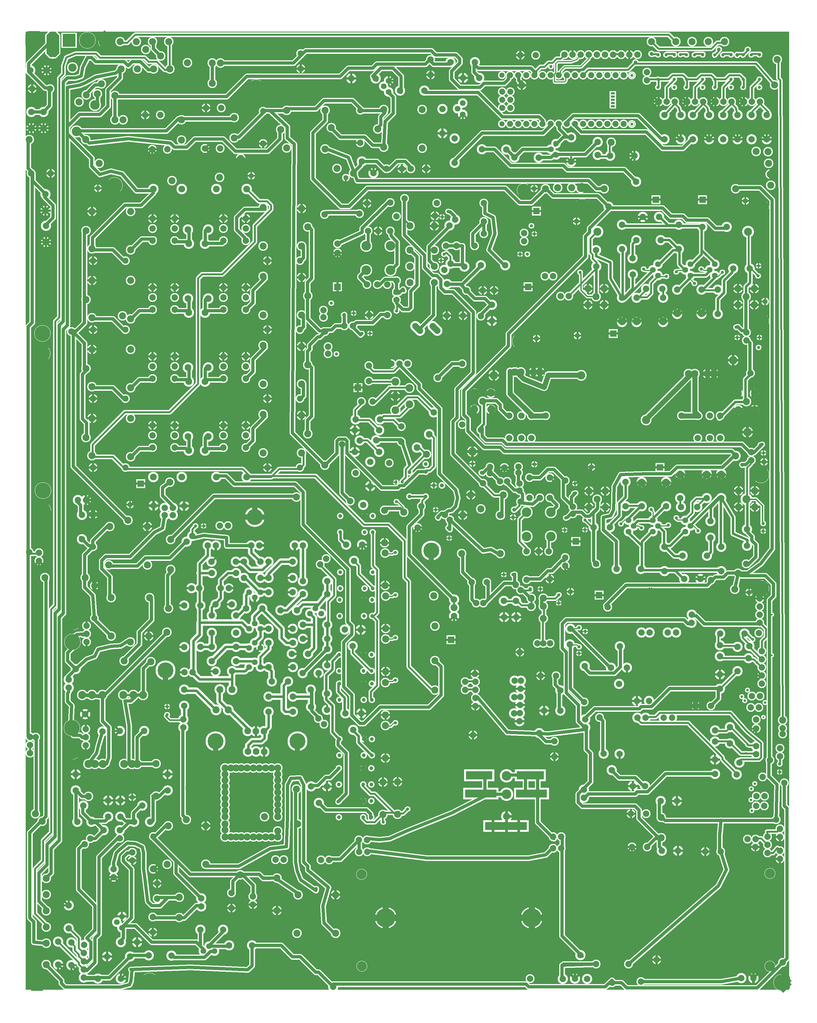
<source format=gbr>
%FSLAX34Y34*%
%MOMM*%
%LNCOPPER_BOTTOM*%
G71*
G01*
%ADD10C,3.200*%
%ADD11C,3.000*%
%ADD12C,1.600*%
%ADD13C,3.000*%
%ADD14C,2.800*%
%ADD15C,4.700*%
%ADD16C,1.400*%
%ADD17C,1.800*%
%ADD18C,1.200*%
%ADD19C,3.700*%
%ADD20C,7.800*%
%ADD21C,3.400*%
%ADD22C,3.100*%
%ADD23C,2.800*%
%ADD24C,2.800*%
%ADD25C,2.400*%
%ADD26C,2.800*%
%ADD27C,5.200*%
%ADD28C,2.600*%
%ADD29C,1.700*%
%ADD30C,1.800*%
%ADD31C,3.200*%
%ADD32C,3.800*%
%ADD33C,3.000*%
%ADD34C,3.200*%
%ADD35C,2.000*%
%ADD36C,1.800*%
%ADD37C,3.300*%
%ADD38C,2.900*%
%ADD39C,2.700*%
%ADD40C,4.200*%
%ADD41C,3.000*%
%ADD42C,6.200*%
%ADD43C,3.300*%
%ADD44C,3.400*%
%ADD45C,2.000*%
%ADD46C,2.600*%
%ADD47C,1.900*%
%ADD48C,1.990*%
%ADD49C,3.000*%
%ADD50C,1.800*%
%ADD51C,3.300*%
%ADD52C,6.800*%
%ADD53C,3.800*%
%ADD54C,1.300*%
%ADD55C,4.200*%
%ADD56C,4.700*%
%ADD57C,3.400*%
%ADD58C,2.100*%
%ADD59C,0.800*%
%ADD60R,2.070X1.435*%
%ADD61C,2.700*%
%ADD62C,2.450*%
%ADD63C,1.100*%
%ADD64C,2.000*%
%ADD65C,1.140*%
%ADD66C,1.400*%
%ADD67C,1.600*%
%ADD68C,4.200*%
%ADD69C,3.400*%
%ADD70C,3.400*%
%ADD71C,6.200*%
%ADD72C,2.400*%
%ADD73C,0.733*%
%ADD74C,0.667*%
%ADD75C,3.345*%
%ADD76C,0.813*%
%ADD77C,6.067*%
%ADD78C,6.860*%
%ADD79C,1.403*%
%ADD80C,1.723*%
%ADD81C,1.380*%
%ADD82C,1.427*%
%ADD83C,1.033*%
%ADD84C,1.180*%
%ADD85C,1.220*%
%ADD86C,3.717*%
%ADD87C,0.680*%
%ADD88C,0.767*%
%ADD89C,1.264*%
%ADD90C,1.507*%
%ADD91C,1.687*%
%ADD92C,1.447*%
%ADD93C,2.100*%
%ADD94C,1.967*%
%ADD95C,2.973*%
%ADD96C,1.667*%
%ADD97C,0.700*%
%ADD98C,0.804*%
%ADD99C,0.672*%
%ADD100C,0.960*%
%ADD101C,0.616*%
%ADD102C,0.400*%
%ADD103C,0.333*%
%ADD104C,0.833*%
%ADD105C,2.200*%
%ADD106C,0.433*%
%ADD107C,0.600*%
%ADD108C,0.867*%
%ADD109C,1.527*%
%ADD110C,0.895*%
%ADD111C,0.533*%
%ADD112C,2.000*%
%ADD113C,1.800*%
%ADD114C,2.200*%
%ADD115C,4.500*%
%ADD116C,1.000*%
%ADD117C,2.500*%
%ADD118C,7.000*%
%ADD119C,2.600*%
%ADD120C,2.300*%
%ADD121C,2.000*%
%ADD122C,2.000*%
%ADD123C,5.000*%
%ADD124C,0.900*%
%ADD125C,1.000*%
%ADD126C,3.000*%
%ADD127C,2.200*%
%ADD128C,1.200*%
%ADD129C,1.000*%
%ADD130C,2.100*%
%ADD131C,1.900*%
%ADD132C,4.000*%
%ADD133C,2.200*%
%ADD134C,5.000*%
%ADD135C,2.100*%
%ADD136C,2.200*%
%ADD137C,1.500*%
%ADD138C,0.790*%
%ADD139C,2.200*%
%ADD140C,1.000*%
%ADD141C,6.000*%
%ADD142C,3.000*%
%ADD143C,0.500*%
%ADD144C,4.000*%
%ADD145C,4.500*%
%ADD146C,2.600*%
%ADD147C,1.300*%
%ADD148C,0.000*%
%ADD149R,1.270X0.635*%
%ADD150C,1.900*%
%ADD151C,1.650*%
%ADD152C,0.300*%
%ADD153C,1.200*%
%ADD154C,0.340*%
%ADD155C,0.600*%
%ADD156C,0.800*%
%ADD157C,3.200*%
%ADD158C,1.600*%
%ADD159C,2.600*%
%LPD*%
G36*
X-326861Y379173D02*
X2063139Y379173D01*
X2063139Y-2620827D01*
X-326861Y-2620827D01*
X-326861Y379173D01*
G37*
%LPC*%
X1539984Y-301756D02*
G54D10*
D03*
X1540034Y-225506D02*
G54D10*
D03*
X1458990Y-305156D02*
G54D10*
D03*
X1459103Y-356137D02*
G54D10*
D03*
X1573290Y-330556D02*
G54D10*
D03*
X1573402Y-381536D02*
G54D10*
D03*
X1540000Y-530356D02*
G54D10*
D03*
X1540050Y-454106D02*
G54D10*
D03*
X1660721Y-273742D02*
G54D10*
D03*
X1584471Y-273692D02*
G54D10*
D03*
X1585680Y-454106D02*
G54D10*
D03*
X1585630Y-530356D02*
G54D10*
D03*
X1717783Y-301757D02*
G54D10*
D03*
X1717833Y-225507D02*
G54D10*
D03*
X1615115Y-426272D02*
G54D10*
D03*
X1712680Y-428706D02*
G54D10*
D03*
X1712630Y-504956D02*
G54D10*
D03*
X1788880Y-428706D02*
G54D10*
D03*
X1788830Y-504956D02*
G54D10*
D03*
X1839680Y-428706D02*
G54D10*
D03*
X1839630Y-504956D02*
G54D10*
D03*
X1939151Y-362661D02*
G54D10*
D03*
X1888170Y-362774D02*
G54D10*
D03*
X1867696Y-231938D02*
G54D10*
D03*
X1791446Y-231888D02*
G54D10*
D03*
X1652355Y-349331D02*
G54D11*
D03*
X1636455Y-366906D02*
G54D11*
D03*
X1652389Y-384522D02*
G54D11*
D03*
X1753955Y-349331D02*
G54D11*
D03*
X1738055Y-366906D02*
G54D11*
D03*
X1753989Y-384522D02*
G54D11*
D03*
X1830154Y-349331D02*
G54D11*
D03*
X1814254Y-366906D02*
G54D11*
D03*
X1830190Y-384522D02*
G54D11*
D03*
G54D12*
X1540050Y-454106D02*
X1541205Y-457181D01*
X1541205Y-304781D01*
X1539984Y-301756D01*
G54D12*
X1717833Y-225507D02*
X1719005Y-228581D01*
X1541205Y-228581D01*
X1540034Y-225506D01*
G54D12*
X1584471Y-273692D02*
X1585655Y-273031D01*
X1572955Y-285731D01*
X1572955Y-330181D01*
X1573290Y-330556D01*
G54D12*
X1540050Y-454106D02*
X1541205Y-457181D01*
X1572955Y-425431D01*
X1572955Y-380981D01*
X1573403Y-381537D01*
G54D12*
X1636455Y-366906D02*
X1636455Y-368281D01*
X1547555Y-457181D01*
X1541205Y-457181D01*
X1540050Y-454106D01*
G54D12*
X1753990Y-384522D02*
X1757105Y-387331D01*
X1712655Y-431781D01*
X1712680Y-428706D01*
G54D12*
X1738055Y-366906D02*
X1738055Y-368281D01*
X1719005Y-349231D01*
X1719005Y-304781D01*
X1717784Y-301757D01*
G54D12*
X1753955Y-349331D02*
X1757105Y-349231D01*
X1788854Y-317481D01*
X1788854Y-234931D01*
X1791446Y-231888D01*
G54D12*
X1717784Y-301757D02*
X1719005Y-304781D01*
X1687255Y-273031D01*
X1661855Y-273031D01*
X1660721Y-273742D01*
G54D12*
X1830154Y-349331D02*
X1833304Y-349231D01*
X1788854Y-304781D01*
X1788854Y-234931D01*
X1791446Y-231888D01*
G54D12*
X1888170Y-362774D02*
X1890454Y-361931D01*
X1884104Y-368281D01*
X1884104Y-374631D01*
X1858704Y-400031D01*
X1858704Y-438131D01*
X1839654Y-457181D01*
X1839654Y-507981D01*
X1839630Y-504956D01*
G54D12*
X1830190Y-384522D02*
X1833304Y-387331D01*
X1788854Y-431781D01*
X1788880Y-428706D01*
G54D12*
X1652355Y-349331D02*
X1655505Y-349231D01*
X1699955Y-304781D01*
X1719005Y-304781D01*
X1717784Y-301757D01*
G54D12*
X1791446Y-231888D02*
X1788854Y-234931D01*
X1782504Y-228581D01*
X1719005Y-228581D01*
X1717833Y-225507D01*
X1433255Y-425431D02*
G54D13*
D03*
X1484055Y-425431D02*
G54D13*
D03*
X1458655Y-450831D02*
G54D13*
D03*
X1484055Y-476231D02*
G54D13*
D03*
X1433255Y-476231D02*
G54D13*
D03*
X1903154Y-425431D02*
G54D13*
D03*
X1953954Y-425431D02*
G54D13*
D03*
X1928554Y-450831D02*
G54D13*
D03*
X1953954Y-476231D02*
G54D13*
D03*
X1903154Y-476231D02*
G54D13*
D03*
G54D12*
X1458655Y-450831D02*
X1458655Y-355581D01*
X1459103Y-356137D01*
G54D12*
X1540050Y-454106D02*
X1541205Y-457181D01*
X1503105Y-393681D01*
X1503105Y-342881D01*
X1458655Y-323831D01*
X1458655Y-304781D01*
X1458991Y-305156D01*
G54D12*
X1927761Y-450831D02*
X1927761Y-419081D01*
X1940461Y-406381D01*
X1940461Y-361931D01*
X1938358Y-362662D01*
X1604681Y-201122D02*
G54D10*
D03*
X1655661Y-201009D02*
G54D10*
D03*
G54D12*
X1814254Y-366906D02*
X1814254Y-369881D01*
X1801554Y-382581D01*
X1757105Y-382581D01*
X1753990Y-384522D01*
X1540000Y-530356D02*
G54D14*
D03*
X1585630Y-530356D02*
G54D14*
D03*
X1712630Y-504956D02*
G54D14*
D03*
X1788830Y-504956D02*
G54D14*
D03*
X1540000Y-530356D02*
G54D14*
D03*
X1415578Y-170738D02*
G54D15*
D03*
X1665915Y-426272D02*
G54D10*
D03*
X1668230Y-454106D02*
G54D10*
D03*
X1668180Y-530356D02*
G54D10*
D03*
G54D16*
X1652390Y-384522D02*
X1655505Y-382581D01*
X1630105Y-407981D01*
X1630105Y-439731D01*
X1617405Y-452431D01*
X1585655Y-452431D01*
X1585680Y-454106D01*
G54D16*
X1615115Y-426272D02*
X1617405Y-427031D01*
X1592005Y-452431D01*
X1585655Y-452431D01*
X1585680Y-454106D01*
G54D16*
X1668230Y-454106D02*
X1668205Y-452431D01*
X1668205Y-427031D01*
X1665915Y-426272D01*
G54D12*
X1655661Y-201009D02*
X1658705Y-201631D01*
X1684105Y-227031D01*
X1715855Y-227031D01*
X1717833Y-225507D01*
X1497230Y-168956D02*
G54D10*
D03*
G54D16*
X1839680Y-428706D02*
X1841054Y-430131D01*
X1791054Y-430131D01*
X1788880Y-428706D01*
X1408455Y-374731D02*
G54D17*
D03*
G54D18*
X1408455Y-374731D02*
X1406055Y-375131D01*
X1411055Y-380131D01*
X1411055Y-430131D01*
X1431055Y-450131D01*
X1461055Y-450131D01*
X1458655Y-450831D01*
X1585630Y-530356D02*
G54D14*
D03*
X1668180Y-530356D02*
G54D14*
D03*
X1712630Y-504956D02*
G54D14*
D03*
X1788830Y-504956D02*
G54D14*
D03*
X1975411Y-171531D02*
G54D15*
D03*
X1415578Y-529512D02*
G54D15*
D03*
X1974776Y-527925D02*
G54D15*
D03*
X1465605Y-247731D02*
G54D17*
D03*
X1462429Y-247730D02*
G54D19*
D03*
G54D16*
X1462429Y-247730D02*
X1460267Y-248524D01*
X1441217Y-267574D01*
X1441217Y-312024D01*
X1447567Y-318374D01*
X1447567Y-331074D01*
X1460267Y-343774D01*
X1460267Y-451724D01*
X1458655Y-450830D01*
X1934154Y-247730D02*
G54D19*
D03*
G54D16*
X1929154Y-247730D02*
X1930167Y-248524D01*
X1936517Y-254874D01*
X1936517Y-362824D01*
X1939151Y-362662D01*
X1548205Y-836972D02*
G54D20*
D03*
X1478355Y-697272D02*
G54D20*
D03*
X1411680Y-697272D02*
G54D21*
D03*
X1614880Y-836972D02*
G54D21*
D03*
X1202805Y-687172D02*
G54D22*
D03*
X1282805Y-687172D02*
G54D23*
D03*
X1747805Y-692172D02*
G54D23*
D03*
X1827805Y-692172D02*
G54D23*
D03*
X1282805Y-687172D02*
G54D22*
D03*
X1747805Y-692172D02*
G54D22*
D03*
X1827805Y-692172D02*
G54D13*
D03*
X1222805Y-687172D02*
G54D22*
D03*
X1262805Y-687172D02*
G54D22*
D03*
X1767805Y-692172D02*
G54D22*
D03*
X1807805Y-692172D02*
G54D22*
D03*
X1078380Y-803502D02*
G54D13*
D03*
X1078380Y-752702D02*
G54D13*
D03*
X1103780Y-778102D02*
G54D13*
D03*
X1129180Y-752702D02*
G54D13*
D03*
X1129180Y-803502D02*
G54D13*
D03*
X1078380Y-804772D02*
G54D24*
D03*
X1129180Y-804772D02*
G54D14*
D03*
X1903880Y-804772D02*
G54D13*
D03*
X1903880Y-753972D02*
G54D13*
D03*
X1929280Y-779372D02*
G54D13*
D03*
X1954680Y-753972D02*
G54D13*
D03*
X1954680Y-804772D02*
G54D13*
D03*
X1903880Y-804772D02*
G54D24*
D03*
X1954680Y-804772D02*
G54D14*
D03*
G54D25*
X1202805Y-687172D02*
X1207005Y-683472D01*
X1232405Y-708872D01*
X1295905Y-734272D01*
X1308605Y-696172D01*
X1410205Y-696172D01*
X1411680Y-697272D01*
G54D25*
X1747805Y-692172D02*
X1753105Y-696172D01*
X1613405Y-835872D01*
X1614880Y-836972D01*
X1777338Y-893409D02*
G54D26*
D03*
X1777338Y-823559D02*
G54D26*
D03*
X1847188Y-893409D02*
G54D26*
D03*
X1847188Y-823559D02*
G54D26*
D03*
X1815438Y-823559D02*
G54D26*
D03*
X1815438Y-893409D02*
G54D26*
D03*
X1847188Y-893409D02*
G54D14*
D03*
X1847188Y-823559D02*
G54D14*
D03*
X1186787Y-893409D02*
G54D26*
D03*
X1186787Y-823559D02*
G54D26*
D03*
X1256637Y-893409D02*
G54D26*
D03*
X1256638Y-823558D02*
G54D26*
D03*
X1224887Y-823558D02*
G54D26*
D03*
X1224887Y-893408D02*
G54D26*
D03*
X1256638Y-893409D02*
G54D14*
D03*
X1256638Y-823558D02*
G54D14*
D03*
G54D25*
X1256638Y-823558D02*
X1259280Y-824272D01*
X1189430Y-754422D01*
X1189430Y-684572D01*
X1190105Y-687172D01*
X1827805Y-692172D02*
G54D22*
D03*
X1301088Y-823559D02*
G54D24*
D03*
G54D25*
X1294738Y-823559D02*
X1297380Y-824272D01*
X1259280Y-824272D01*
X1256638Y-823558D01*
X1726538Y-823559D02*
G54D24*
D03*
G54D25*
X1726538Y-823559D02*
X1729180Y-824272D01*
X1779980Y-824272D01*
X1777338Y-823558D01*
G54D12*
X1847188Y-829909D02*
X1843480Y-830622D01*
X1894280Y-779822D01*
X1932380Y-779822D01*
X1929280Y-785722D01*
G54D25*
X1777338Y-823558D02*
X1779980Y-824272D01*
X1767280Y-811572D01*
X1767280Y-697272D01*
X1767805Y-692172D01*
X1942080Y-690447D02*
G54D24*
D03*
X1097530Y-868246D02*
G54D24*
D03*
G54D12*
X1097530Y-868246D02*
X1094180Y-862372D01*
X1106880Y-849672D01*
X1106880Y-773472D01*
X1103780Y-779372D01*
G54D12*
X1935730Y-690447D02*
X1938730Y-684572D01*
X1938730Y-697272D01*
X1926030Y-709972D01*
X1926030Y-773472D01*
X1922930Y-779372D01*
X1078380Y-753972D02*
G54D14*
D03*
X1129180Y-753971D02*
G54D14*
D03*
X1903880Y-753972D02*
G54D14*
D03*
X1954680Y-753972D02*
G54D14*
D03*
X1954680Y-804772D02*
G54D14*
D03*
X1415578Y-1007350D02*
G54D15*
D03*
X1975411Y-1008143D02*
G54D27*
D03*
X1415579Y-1366125D02*
G54D27*
D03*
X1974776Y-1364538D02*
G54D15*
D03*
X1929154Y-1084343D02*
G54D19*
D03*
X814754Y-367271D02*
G54D28*
D03*
X814755Y-291071D02*
G54D28*
D03*
X738555Y-367271D02*
G54D28*
D03*
X814754Y-367271D02*
G54D28*
D03*
X738554Y-291072D02*
G54D28*
D03*
X738555Y-367272D02*
G54D28*
D03*
X814755Y-291071D02*
G54D28*
D03*
X738555Y-291071D02*
G54D28*
D03*
X814667Y-156048D02*
G54D26*
D03*
X814667Y-244948D02*
G54D26*
D03*
X776567Y-244948D02*
G54D26*
D03*
X744817Y-244948D02*
G54D26*
D03*
X805024Y-507838D02*
G54D26*
D03*
X741524Y-412588D02*
G54D26*
D03*
X773274Y-412588D02*
G54D26*
D03*
X805024Y-412588D02*
G54D26*
D03*
G54D29*
X744816Y-244948D02*
X744904Y-246621D01*
X744904Y-284721D01*
X738554Y-291071D01*
G54D30*
X738555Y-367271D02*
X719504Y-386321D01*
X719504Y-390569D01*
X741524Y-412588D01*
G54D30*
X649055Y-285037D02*
X726294Y-249348D01*
X726294Y-236648D01*
X808844Y-154098D01*
X808317Y-156048D01*
X833506Y-400300D02*
G54D26*
D03*
G54D30*
X833507Y-400299D02*
X836380Y-402512D01*
X830030Y-396162D01*
X798280Y-396162D01*
X779230Y-415212D01*
X772880Y-415212D01*
X773274Y-412588D01*
X741524Y-158588D02*
G54D26*
D03*
X859117Y-143348D02*
G54D26*
D03*
X1021545Y-291038D02*
G54D26*
D03*
X1078695Y-291038D02*
G54D26*
D03*
X1107395Y-214838D02*
G54D26*
D03*
X1107395Y-157688D02*
G54D26*
D03*
X1046345Y-356661D02*
G54D10*
D03*
X992393Y-410542D02*
G54D10*
D03*
X1046345Y-356661D02*
G54D14*
D03*
X1174120Y-352610D02*
G54D10*
D03*
X1097871Y-352560D02*
G54D10*
D03*
X1174120Y-352609D02*
G54D14*
D03*
X1053295Y-430738D02*
G54D26*
D03*
X1104095Y-430738D02*
G54D26*
D03*
G54D30*
X1097871Y-352560D02*
X1097795Y-354538D01*
X1040645Y-411688D01*
X989845Y-411688D01*
X992393Y-410542D01*
G54D30*
X1053295Y-430738D02*
X1053345Y-430738D01*
X1034295Y-411688D01*
X989845Y-411688D01*
X992393Y-410542D01*
G54D30*
X1046345Y-356660D02*
X1046995Y-354538D01*
X1040645Y-348188D01*
X1040645Y-291038D01*
X1021545Y-291038D01*
X1104095Y-430738D02*
G54D26*
D03*
X1132702Y-526844D02*
G54D10*
D03*
X1132590Y-475863D02*
G54D10*
D03*
X1132702Y-526844D02*
G54D10*
D03*
G54D30*
X1132590Y-475864D02*
X1129545Y-475188D01*
X1110495Y-456138D01*
X1078745Y-456138D01*
X1053345Y-430738D01*
X1053295Y-430738D01*
G54D30*
X1107395Y-214838D02*
X1110495Y-214838D01*
X1072395Y-252938D01*
X1072395Y-291038D01*
X1072345Y-291038D01*
G54D30*
X1174121Y-352610D02*
X1173995Y-354538D01*
X1123195Y-303738D01*
X1142195Y-252938D01*
X1135895Y-202138D01*
X1110495Y-189438D01*
X1110495Y-164038D01*
X1107395Y-164038D01*
X1107395Y-252938D02*
G54D26*
D03*
G54D30*
X1107395Y-252938D02*
X1107395Y-214838D01*
X1139145Y-430738D02*
G54D26*
D03*
X988525Y-291038D02*
G54D26*
D03*
G54D30*
X988525Y-291038D02*
X989795Y-291038D01*
X1027895Y-291038D01*
X1021545Y-291038D01*
X999445Y-227538D02*
G54D26*
D03*
X875749Y-229032D02*
G54D13*
D03*
X951949Y-229032D02*
G54D13*
D03*
X875749Y-305232D02*
G54D13*
D03*
X875749Y-356032D02*
G54D13*
D03*
X875749Y-406832D02*
G54D13*
D03*
X951949Y-305232D02*
G54D13*
D03*
X951949Y-356032D02*
G54D13*
D03*
X951949Y-406832D02*
G54D13*
D03*
X951949Y-229032D02*
G54D26*
D03*
X1098200Y-511836D02*
G54D26*
D03*
X1041980Y-509591D02*
G54D26*
D03*
X1041980Y-509591D02*
G54D26*
D03*
X991180Y-509591D02*
G54D26*
D03*
G54D16*
X875750Y-229033D02*
X878694Y-230298D01*
X859644Y-211248D01*
X859644Y-141398D01*
X859117Y-143348D01*
G54D30*
X875750Y-305232D02*
X878694Y-306498D01*
X897744Y-325548D01*
X897744Y-414448D01*
X878694Y-433498D01*
X878694Y-484298D01*
X872344Y-490648D01*
X853294Y-490648D01*
X834244Y-471598D01*
X833717Y-457673D01*
G54D30*
X951950Y-356032D02*
X954894Y-357298D01*
X935844Y-338248D01*
X935844Y-293798D01*
X999344Y-230298D01*
X999445Y-227538D01*
G54D31*
X961364Y-557313D02*
X947222Y-543171D01*
G54D31*
X907389Y-557313D02*
X893247Y-543171D01*
X649055Y-285037D02*
G54D24*
D03*
X649055Y-313612D02*
G54D24*
D03*
X960205Y-158037D02*
G54D24*
D03*
X738554Y-291072D02*
G54D32*
D03*
X738555Y-367271D02*
G54D32*
D03*
X814754Y-367271D02*
G54D32*
D03*
X814755Y-291071D02*
G54D32*
D03*
G54D30*
X814755Y-367271D02*
X816615Y-368187D01*
X835665Y-349137D01*
X835665Y-279287D01*
X816615Y-260237D01*
X816615Y-247537D01*
X814667Y-244948D01*
G54D30*
X903493Y-550242D02*
X905515Y-552337D01*
X949965Y-507887D01*
X949965Y-406287D01*
X951950Y-406832D01*
X1240834Y-1125473D02*
G54D28*
D03*
X1240833Y-1201673D02*
G54D28*
D03*
X1317033Y-1125473D02*
G54D28*
D03*
X1240834Y-1125473D02*
G54D28*
D03*
X1317034Y-1201673D02*
G54D28*
D03*
X1317034Y-1125473D02*
G54D28*
D03*
X1240833Y-1201673D02*
G54D28*
D03*
X1317034Y-1201673D02*
G54D28*
D03*
X1240921Y-1336696D02*
G54D26*
D03*
X1240921Y-1247796D02*
G54D26*
D03*
X1279021Y-1247796D02*
G54D26*
D03*
X1310771Y-1247796D02*
G54D26*
D03*
X1314065Y-1016656D02*
G54D26*
D03*
X1250565Y-1016656D02*
G54D26*
D03*
X1314064Y-1080156D02*
G54D26*
D03*
X1282315Y-1080156D02*
G54D26*
D03*
X1250565Y-1080156D02*
G54D26*
D03*
G54D16*
X1310772Y-1247796D02*
X1310683Y-1246123D01*
X1310684Y-1208023D01*
X1317034Y-1201673D01*
G54D30*
X1317033Y-1125473D02*
X1336084Y-1106423D01*
X1336084Y-1102175D01*
X1314064Y-1080156D01*
X1222082Y-1092445D02*
G54D26*
D03*
G54D30*
X1222081Y-1092445D02*
X1219208Y-1090232D01*
X1225558Y-1096582D01*
X1260483Y-1099757D01*
X1282315Y-1080156D01*
X1282708Y-1077532D01*
X1282315Y-1080156D01*
X1314064Y-1334156D02*
G54D26*
D03*
X1362083Y-1293432D02*
G54D24*
D03*
X1362084Y-1268032D02*
G54D24*
D03*
X1362084Y-1026732D02*
G54D24*
D03*
G54D30*
X1362084Y-1268032D02*
X1364864Y-1270656D01*
X1358514Y-1277006D01*
X1352164Y-1277006D01*
X1320414Y-1308756D01*
X1307714Y-1308756D01*
X1282314Y-1334156D01*
X1237864Y-1334156D01*
X1240922Y-1336696D01*
G54D30*
X1362084Y-1026732D02*
X1364864Y-1029356D01*
X1326764Y-991256D01*
X1307714Y-991256D01*
X1282314Y-1016656D01*
X1250564Y-1016656D01*
X1317034Y-1201673D02*
G54D32*
D03*
X1317033Y-1125473D02*
G54D32*
D03*
X1240834Y-1125473D02*
G54D32*
D03*
X1240833Y-1201673D02*
G54D32*
D03*
G54D16*
X1240834Y-1125473D02*
X1238258Y-1128332D01*
X1219208Y-1147382D01*
X1219208Y-1217232D01*
X1238258Y-1236282D01*
X1238258Y-1248982D01*
X1240921Y-1247796D01*
X1037825Y-1255054D02*
G54D13*
D03*
X1040999Y-1134404D02*
G54D13*
D03*
X1158475Y-1255054D02*
G54D13*
D03*
X1158475Y-1134404D02*
G54D13*
D03*
X1098150Y-1114941D02*
G54D13*
D03*
X1040999Y-1134404D02*
G54D33*
D03*
X1066846Y-1070822D02*
G54D13*
D03*
X1168446Y-1070823D02*
G54D13*
D03*
X1255746Y-1394962D02*
G54D13*
D03*
X1255746Y-1420362D02*
G54D13*
D03*
X1293846Y-1420362D02*
G54D13*
D03*
X1293846Y-1458462D02*
G54D13*
D03*
X1208341Y-1402969D02*
G54D10*
D03*
X1208454Y-1453949D02*
G54D10*
D03*
X1208341Y-1402970D02*
G54D26*
D03*
G54D16*
X1255746Y-1420362D02*
X1256580Y-1419344D01*
X1256580Y-1393944D01*
X1255746Y-1394962D01*
G54D16*
X1208341Y-1402970D02*
X1212524Y-1404020D01*
X1225224Y-1416720D01*
X1250624Y-1416720D01*
X1255746Y-1420362D01*
X1170241Y-1402969D02*
G54D10*
D03*
X1170353Y-1453949D02*
G54D10*
D03*
X1170241Y-1402970D02*
G54D26*
D03*
G54D16*
X1170241Y-1402970D02*
X1174424Y-1404020D01*
X1212524Y-1404020D01*
X1208341Y-1402970D01*
X1293846Y-1394962D02*
G54D13*
D03*
G54D30*
X1293846Y-1394962D02*
X1288724Y-1391320D01*
X1288724Y-1416720D01*
X1293846Y-1420362D01*
X1104813Y-1035013D02*
G54D26*
D03*
X1066846Y-1070822D02*
G54D13*
D03*
G54D16*
X1104812Y-1035013D02*
X1107842Y-1034337D01*
X1107842Y-1040687D01*
X1139592Y-1072437D01*
X1171342Y-1072437D01*
X1168446Y-1070823D01*
X874804Y-736524D02*
G54D34*
D03*
X874804Y-787324D02*
G54D34*
D03*
X830354Y-761924D02*
G54D34*
D03*
X830354Y-806374D02*
G54D34*
D03*
X830354Y-717474D02*
G54D34*
D03*
X843054Y-660324D02*
G54D26*
D03*
X817654Y-660324D02*
G54D26*
D03*
X868454Y-660324D02*
G54D26*
D03*
X781969Y-834949D02*
G54D10*
D03*
X705719Y-834899D02*
G54D10*
D03*
X703027Y-869209D02*
G54D10*
D03*
X779277Y-869259D02*
G54D10*
D03*
X718961Y-900685D02*
G54D10*
D03*
X769941Y-900573D02*
G54D10*
D03*
X747804Y-666586D02*
G54D26*
D03*
X747804Y-714386D02*
G54D26*
D03*
X751414Y-968210D02*
G54D10*
D03*
X751364Y-1044460D02*
G54D10*
D03*
X811304Y-1019274D02*
G54D26*
D03*
X811304Y-971474D02*
G54D26*
D03*
X723860Y-779430D02*
G54D26*
D03*
X758960Y-779430D02*
G54D26*
D03*
X849404Y-904974D02*
G54D26*
D03*
X849404Y-857174D02*
G54D26*
D03*
X703082Y-936856D02*
G54D10*
D03*
X779332Y-936906D02*
G54D10*
D03*
X950279Y-813279D02*
G54D10*
D03*
X811304Y-1019274D02*
G54D26*
D03*
G54D16*
X747804Y-672936D02*
X748504Y-671754D01*
X761204Y-684454D01*
X824704Y-684454D01*
X843754Y-665404D01*
X843754Y-659054D01*
X843054Y-660324D01*
G54D16*
X747804Y-708036D02*
X748504Y-709854D01*
X754854Y-716204D01*
X831054Y-716204D01*
X830354Y-717474D01*
G54D16*
X765310Y-779430D02*
X767554Y-779704D01*
X812004Y-735254D01*
X875504Y-735254D01*
X874804Y-736524D01*
G54D16*
X781969Y-834949D02*
X780254Y-836854D01*
X792954Y-824154D01*
X843754Y-824154D01*
X875504Y-792404D01*
X875504Y-786054D01*
X874804Y-787324D01*
G54D16*
X730210Y-779430D02*
X729454Y-779704D01*
X704054Y-805104D01*
X704054Y-836854D01*
X705719Y-834899D01*
G54D16*
X779277Y-869258D02*
X780254Y-868604D01*
X748504Y-836854D01*
X704054Y-836854D01*
X705719Y-834899D01*
G54D16*
X849404Y-863524D02*
X850104Y-862254D01*
X824704Y-836854D01*
X780254Y-836854D01*
X781969Y-834949D01*
G54D16*
X849404Y-898624D02*
X850104Y-900354D01*
X767554Y-900354D01*
X769941Y-900573D01*
G54D16*
X779332Y-936906D02*
X780254Y-938454D01*
X742154Y-900354D01*
X716754Y-900354D01*
X718961Y-900685D01*
G36*
X726754Y-721254D02*
X726754Y-749254D01*
X698754Y-749254D01*
X698754Y-721254D01*
X726754Y-721254D01*
G37*
X925604Y-974736D02*
G54D35*
D03*
X925604Y-1000136D02*
G54D36*
D03*
X874804Y-974736D02*
G54D36*
D03*
X874804Y-1000136D02*
G54D35*
D03*
X925604Y-1076336D02*
G54D36*
D03*
X874804Y-1076336D02*
G54D36*
D03*
X927636Y-943970D02*
G54D13*
D03*
G54D30*
X874804Y-974736D02*
X849404Y-898536D01*
X766854Y-898536D01*
X769941Y-900573D01*
G54D16*
X950279Y-813279D02*
X951004Y-815986D01*
X900204Y-765186D01*
X868454Y-765186D01*
X830354Y-803286D01*
X830354Y-806374D01*
X911941Y-1106475D02*
G54D24*
D03*
G54D16*
X874804Y-1076336D02*
X925604Y-1076336D01*
X874804Y-974736D02*
G54D35*
D03*
X925604Y-1076336D02*
G54D35*
D03*
X874804Y-1076336D02*
G54D35*
D03*
X139813Y-923423D02*
G54D26*
D03*
X69963Y-923423D02*
G54D26*
D03*
X139813Y-853573D02*
G54D26*
D03*
X69963Y-853573D02*
G54D26*
D03*
X69963Y-885323D02*
G54D26*
D03*
X139813Y-885323D02*
G54D26*
D03*
X183222Y-932194D02*
G54D37*
D03*
X234202Y-932082D02*
G54D37*
D03*
X362063Y-923423D02*
G54D26*
D03*
X292213Y-923423D02*
G54D26*
D03*
X362063Y-853573D02*
G54D26*
D03*
X292213Y-853573D02*
G54D26*
D03*
X292213Y-885323D02*
G54D26*
D03*
X362063Y-885323D02*
G54D26*
D03*
X244286Y-888096D02*
G54D10*
D03*
X244173Y-837116D02*
G54D10*
D03*
X180786Y-888096D02*
G54D10*
D03*
X180673Y-837116D02*
G54D10*
D03*
G54D30*
X244286Y-888096D02*
X241413Y-885323D01*
X235063Y-891673D01*
X235063Y-929773D01*
X234203Y-932082D01*
G54D30*
X180786Y-888096D02*
X177913Y-885323D01*
X184263Y-891673D01*
X184263Y-929773D01*
X183222Y-932194D01*
X362062Y-853573D02*
G54D14*
D03*
X292213Y-853573D02*
G54D14*
D03*
X244174Y-837115D02*
G54D38*
D03*
X180673Y-837115D02*
G54D14*
D03*
X139813Y-853573D02*
G54D14*
D03*
X69963Y-853573D02*
G54D14*
D03*
X180786Y-888096D02*
G54D37*
D03*
X180673Y-837116D02*
G54D37*
D03*
X244173Y-837116D02*
G54D37*
D03*
X244286Y-888096D02*
G54D37*
D03*
X416276Y-819131D02*
G54D13*
D03*
X536926Y-822305D02*
G54D13*
D03*
X416276Y-939781D02*
G54D13*
D03*
X536926Y-939781D02*
G54D13*
D03*
X555738Y-879456D02*
G54D13*
D03*
X429783Y-986060D02*
G54D39*
D03*
X531383Y-986060D02*
G54D39*
D03*
X536926Y-822305D02*
G54D13*
D03*
X1282Y-951870D02*
G54D13*
D03*
X-119368Y-948696D02*
G54D13*
D03*
X1282Y-831219D02*
G54D13*
D03*
X-119368Y-831219D02*
G54D13*
D03*
X-138181Y-891544D02*
G54D13*
D03*
X-119368Y-948696D02*
G54D13*
D03*
X-119368Y-831219D02*
G54D13*
D03*
X-116317Y-986060D02*
G54D39*
D03*
X-14717Y-986060D02*
G54D39*
D03*
X429783Y-986060D02*
G54D26*
D03*
X-116317Y-986060D02*
G54D26*
D03*
G54D16*
X531383Y-986060D02*
X530036Y-989696D01*
X542736Y-976996D01*
X542736Y-938896D01*
X536926Y-939780D01*
G54D30*
X292213Y-923422D02*
X288736Y-926196D01*
X237936Y-926196D01*
X234203Y-932082D01*
G54D16*
X-14717Y-986060D02*
X-16064Y-989696D01*
X-54164Y-951596D01*
X-117664Y-951596D01*
X-119368Y-948696D01*
X139813Y-707523D02*
G54D26*
D03*
X69963Y-707523D02*
G54D26*
D03*
X139813Y-637673D02*
G54D26*
D03*
X69963Y-637673D02*
G54D26*
D03*
X69963Y-669423D02*
G54D26*
D03*
X139813Y-669423D02*
G54D26*
D03*
X183222Y-716294D02*
G54D37*
D03*
X234202Y-716182D02*
G54D37*
D03*
X362063Y-707523D02*
G54D26*
D03*
X292213Y-707523D02*
G54D26*
D03*
X362063Y-637673D02*
G54D26*
D03*
X292213Y-637673D02*
G54D26*
D03*
X292213Y-669423D02*
G54D26*
D03*
X362063Y-669423D02*
G54D26*
D03*
X244286Y-672196D02*
G54D10*
D03*
X244173Y-621216D02*
G54D10*
D03*
X180786Y-672196D02*
G54D10*
D03*
X180673Y-621216D02*
G54D10*
D03*
G54D30*
X244286Y-672196D02*
X241413Y-669423D01*
X235063Y-675773D01*
X235063Y-713873D01*
X234203Y-716182D01*
G54D30*
X180786Y-672196D02*
X177913Y-669423D01*
X184263Y-675773D01*
X184263Y-713873D01*
X183222Y-716294D01*
X362062Y-637673D02*
G54D14*
D03*
X292213Y-637673D02*
G54D14*
D03*
X244174Y-621215D02*
G54D38*
D03*
X180673Y-621215D02*
G54D14*
D03*
X139813Y-637673D02*
G54D14*
D03*
X69963Y-637673D02*
G54D14*
D03*
X180786Y-672196D02*
G54D37*
D03*
X180673Y-621216D02*
G54D37*
D03*
X244173Y-621216D02*
G54D37*
D03*
X244286Y-672196D02*
G54D37*
D03*
X416276Y-603231D02*
G54D13*
D03*
X536926Y-606405D02*
G54D13*
D03*
X416276Y-723881D02*
G54D13*
D03*
X536926Y-723881D02*
G54D13*
D03*
X555738Y-663556D02*
G54D13*
D03*
X429783Y-770160D02*
G54D39*
D03*
X531383Y-770160D02*
G54D39*
D03*
X536926Y-606405D02*
G54D13*
D03*
X1282Y-735970D02*
G54D13*
D03*
X-119368Y-732796D02*
G54D13*
D03*
X1282Y-615320D02*
G54D13*
D03*
X-119368Y-615320D02*
G54D13*
D03*
X-138181Y-675644D02*
G54D13*
D03*
X-119368Y-732796D02*
G54D13*
D03*
X-119368Y-615320D02*
G54D13*
D03*
X-116317Y-770160D02*
G54D39*
D03*
X-14717Y-770160D02*
G54D39*
D03*
X429783Y-770160D02*
G54D26*
D03*
X-116317Y-770160D02*
G54D26*
D03*
G54D30*
X531383Y-770161D02*
X530036Y-773797D01*
X542736Y-761097D01*
X542736Y-722996D01*
X536926Y-723880D01*
G54D30*
X292213Y-707523D02*
X288736Y-710296D01*
X237936Y-710296D01*
X234203Y-716182D01*
G54D30*
X183222Y-716294D02*
X187136Y-710297D01*
X136336Y-710296D01*
X139813Y-707523D01*
G54D30*
X-14717Y-770161D02*
X-16064Y-773797D01*
X-54164Y-735697D01*
X-117664Y-735697D01*
X-119368Y-732796D01*
X139813Y-491623D02*
G54D26*
D03*
X69963Y-491623D02*
G54D26*
D03*
X139813Y-421773D02*
G54D26*
D03*
X69963Y-421773D02*
G54D26*
D03*
X69963Y-453523D02*
G54D26*
D03*
X139813Y-453523D02*
G54D26*
D03*
X183222Y-500394D02*
G54D37*
D03*
X234202Y-500282D02*
G54D37*
D03*
X362063Y-491623D02*
G54D26*
D03*
X292213Y-491623D02*
G54D26*
D03*
X362063Y-421773D02*
G54D26*
D03*
X292213Y-421773D02*
G54D26*
D03*
X292213Y-453523D02*
G54D26*
D03*
X362063Y-453523D02*
G54D26*
D03*
X244286Y-456296D02*
G54D10*
D03*
X244173Y-405316D02*
G54D10*
D03*
X180786Y-456296D02*
G54D10*
D03*
X180673Y-405316D02*
G54D10*
D03*
G54D30*
X244286Y-456296D02*
X241413Y-453523D01*
X235063Y-459873D01*
X235063Y-497973D01*
X234203Y-500282D01*
G54D30*
X180786Y-456296D02*
X177913Y-453523D01*
X184263Y-459873D01*
X184263Y-497973D01*
X183222Y-500394D01*
X362062Y-421773D02*
G54D14*
D03*
X292213Y-421773D02*
G54D14*
D03*
X244174Y-405315D02*
G54D38*
D03*
X180673Y-405315D02*
G54D14*
D03*
X139813Y-421773D02*
G54D14*
D03*
X69963Y-421773D02*
G54D14*
D03*
X180786Y-456296D02*
G54D37*
D03*
X180673Y-405315D02*
G54D37*
D03*
X244173Y-405316D02*
G54D37*
D03*
X244286Y-456296D02*
G54D37*
D03*
X416276Y-387331D02*
G54D13*
D03*
X536926Y-390505D02*
G54D13*
D03*
X416276Y-507981D02*
G54D13*
D03*
X536926Y-507981D02*
G54D13*
D03*
X555738Y-447656D02*
G54D13*
D03*
X429783Y-554261D02*
G54D39*
D03*
X531383Y-554260D02*
G54D39*
D03*
X536926Y-390505D02*
G54D13*
D03*
X1282Y-520070D02*
G54D13*
D03*
X-119368Y-516896D02*
G54D13*
D03*
X1282Y-399420D02*
G54D13*
D03*
X-119368Y-399420D02*
G54D13*
D03*
X-138181Y-459744D02*
G54D13*
D03*
X-119368Y-516896D02*
G54D13*
D03*
X-119368Y-399420D02*
G54D13*
D03*
X-116317Y-554261D02*
G54D39*
D03*
X-14717Y-554260D02*
G54D39*
D03*
X429783Y-554260D02*
G54D26*
D03*
X-116317Y-554261D02*
G54D26*
D03*
G54D30*
X531383Y-554260D02*
X530036Y-557896D01*
X542736Y-545196D01*
X542736Y-507097D01*
X536926Y-507981D01*
G54D30*
X292213Y-491622D02*
X288736Y-494397D01*
X237936Y-494397D01*
X234203Y-500282D01*
G54D30*
X183222Y-500394D02*
X187136Y-494396D01*
X136336Y-494397D01*
X139813Y-491622D01*
G54D30*
X-14717Y-554260D02*
X-16064Y-557897D01*
X-54164Y-519796D01*
X-117664Y-519796D01*
X-119368Y-516896D01*
X139813Y-275723D02*
G54D26*
D03*
X69963Y-275723D02*
G54D26*
D03*
X139813Y-205873D02*
G54D26*
D03*
X69963Y-205873D02*
G54D26*
D03*
X69963Y-237623D02*
G54D26*
D03*
X139813Y-237623D02*
G54D26*
D03*
X183222Y-284494D02*
G54D37*
D03*
X234202Y-284382D02*
G54D37*
D03*
X362063Y-275723D02*
G54D26*
D03*
X292213Y-275723D02*
G54D26*
D03*
X362063Y-205873D02*
G54D26*
D03*
X292213Y-205873D02*
G54D26*
D03*
X292213Y-237623D02*
G54D26*
D03*
X362063Y-237623D02*
G54D26*
D03*
X244286Y-240396D02*
G54D10*
D03*
X244173Y-189416D02*
G54D10*
D03*
X180786Y-240396D02*
G54D10*
D03*
X180673Y-189416D02*
G54D10*
D03*
G54D30*
X244286Y-240396D02*
X241413Y-237623D01*
X235063Y-243973D01*
X235063Y-282073D01*
X234203Y-284382D01*
G54D30*
X180786Y-240396D02*
X177913Y-237623D01*
X184263Y-243973D01*
X184263Y-282073D01*
X183222Y-284494D01*
X362062Y-205873D02*
G54D14*
D03*
X292213Y-205873D02*
G54D14*
D03*
X244174Y-189415D02*
G54D38*
D03*
X180673Y-189415D02*
G54D14*
D03*
X139813Y-205873D02*
G54D14*
D03*
X69963Y-205873D02*
G54D14*
D03*
X180786Y-240396D02*
G54D37*
D03*
X180673Y-189416D02*
G54D37*
D03*
X244173Y-189416D02*
G54D37*
D03*
X244286Y-240396D02*
G54D37*
D03*
X416276Y-171431D02*
G54D13*
D03*
X536926Y-174605D02*
G54D13*
D03*
X416276Y-292081D02*
G54D13*
D03*
X536926Y-292081D02*
G54D13*
D03*
X555738Y-231756D02*
G54D13*
D03*
X429783Y-338360D02*
G54D39*
D03*
X531383Y-338360D02*
G54D39*
D03*
X536926Y-174605D02*
G54D13*
D03*
X1282Y-304170D02*
G54D13*
D03*
X-119368Y-300996D02*
G54D13*
D03*
X1282Y-183520D02*
G54D13*
D03*
X-119368Y-183520D02*
G54D13*
D03*
X-138181Y-243844D02*
G54D13*
D03*
X-119368Y-300996D02*
G54D13*
D03*
X-119368Y-183520D02*
G54D13*
D03*
X-116317Y-338361D02*
G54D39*
D03*
X-14717Y-338360D02*
G54D39*
D03*
X429783Y-338360D02*
G54D26*
D03*
X-116317Y-338360D02*
G54D26*
D03*
G54D30*
X531383Y-338360D02*
X530036Y-341996D01*
X542736Y-329296D01*
X542736Y-291196D01*
X536926Y-292081D01*
G54D30*
X183222Y-284494D02*
X187136Y-278496D01*
X136336Y-278497D01*
X139813Y-275723D01*
G54D30*
X-14717Y-338360D02*
X-16064Y-341997D01*
X-54164Y-303896D01*
X-117664Y-303897D01*
X-119368Y-300996D01*
X364937Y-1015096D02*
G54D37*
D03*
X364937Y-1015096D02*
G54D37*
D03*
X269687Y-1015096D02*
G54D37*
D03*
X269687Y-1015096D02*
G54D37*
D03*
X161737Y-1015096D02*
G54D37*
D03*
X161737Y-1015096D02*
G54D37*
D03*
X72837Y-1015096D02*
G54D37*
D03*
X72837Y-1015096D02*
G54D37*
D03*
G54D16*
X364937Y-1015096D02*
X364936Y-1015096D01*
X441136Y-1015096D01*
X466536Y-989696D01*
X530036Y-989696D01*
X531383Y-986060D01*
G54D16*
X-14717Y-986060D02*
X-16064Y-989696D01*
X352236Y-989696D01*
X377636Y-1015096D01*
X441136Y-1015096D01*
X466536Y-989696D01*
X530036Y-989696D01*
X531383Y-986060D01*
X364937Y-113396D02*
G54D37*
D03*
X364937Y-113396D02*
G54D37*
D03*
X269687Y-113396D02*
G54D37*
D03*
X269687Y-113396D02*
G54D37*
D03*
X161737Y-113396D02*
G54D37*
D03*
X161737Y-113396D02*
G54D37*
D03*
X72837Y-113396D02*
G54D37*
D03*
X72837Y-113396D02*
G54D37*
D03*
G54D30*
X72837Y-113396D02*
X72836Y-113397D01*
X72836Y-126097D01*
X34736Y-164196D01*
X-16064Y-164196D01*
X-117664Y-265796D01*
X-117664Y-303897D01*
X-119368Y-300996D01*
G54D16*
X364937Y-113396D02*
X364936Y-113396D01*
X403036Y-151497D01*
X428436Y-151497D01*
X441136Y-164197D01*
X441136Y-176896D01*
X390336Y-227696D01*
X390336Y-278497D01*
X288736Y-380097D01*
X225236Y-380097D01*
X212536Y-392797D01*
X212536Y-722997D01*
X123636Y-811897D01*
X-16064Y-811897D01*
X-117664Y-913497D01*
X-117664Y-951596D01*
X-119368Y-948696D01*
G54D30*
X416276Y-819131D02*
X422086Y-824597D01*
X383986Y-862697D01*
X383986Y-900797D01*
X358586Y-926196D01*
X362063Y-923422D01*
G54D30*
X416276Y-603231D02*
X422086Y-608697D01*
X383986Y-646796D01*
X383986Y-684897D01*
X358586Y-710297D01*
X362063Y-707522D01*
G54D30*
X416276Y-387331D02*
X422086Y-392796D01*
X383986Y-430896D01*
X383986Y-468997D01*
X358586Y-494396D01*
X362063Y-491622D01*
G54D30*
X416276Y-171430D02*
X422086Y-176897D01*
X358586Y-176897D01*
X333186Y-202297D01*
X333186Y-240397D01*
X358586Y-265796D01*
X358586Y-278496D01*
X362063Y-275722D01*
G54D30*
X1282Y-951870D02*
X2986Y-951596D01*
X28386Y-926196D01*
X66486Y-926196D01*
X69963Y-923422D01*
G54D30*
X1282Y-735970D02*
X2986Y-735697D01*
X28386Y-710297D01*
X66486Y-710296D01*
X69963Y-707523D01*
G54D30*
X1282Y-520070D02*
X2986Y-519796D01*
X28386Y-494396D01*
X66486Y-494396D01*
X69963Y-491623D01*
G54D30*
X555739Y-663556D02*
X555436Y-659497D01*
X568136Y-672197D01*
X568136Y-824596D01*
X555436Y-837296D01*
X555436Y-875397D01*
X555739Y-879456D01*
G54D30*
X555739Y-231756D02*
X555436Y-227697D01*
X568136Y-240396D01*
X568136Y-392796D01*
X555436Y-405496D01*
X555436Y-443597D01*
X555739Y-447656D01*
G54D30*
X-138181Y-243844D02*
X-143064Y-240397D01*
X-143064Y-456297D01*
X-138181Y-459744D01*
X-183799Y-559926D02*
G54D24*
D03*
X609951Y-559926D02*
G54D24*
D03*
G54D30*
X609951Y-559926D02*
X612586Y-557897D01*
X593536Y-576947D01*
X587186Y-576947D01*
X561786Y-602347D01*
X561786Y-615046D01*
X555436Y-621397D01*
X555436Y-665846D01*
X555739Y-663556D01*
G54D30*
X609951Y-559926D02*
X606236Y-557897D01*
X593536Y-557897D01*
X555436Y-519796D01*
X555436Y-443597D01*
X555739Y-447656D01*
G54D30*
X-183799Y-559926D02*
X-181164Y-557897D01*
X-143064Y-595996D01*
X-143064Y-672196D01*
X-138181Y-675645D01*
G54D30*
X-183799Y-559926D02*
X-181164Y-557897D01*
X-168464Y-557897D01*
X-143064Y-532496D01*
X-143064Y-456297D01*
X-138181Y-459744D01*
X1221904Y-589838D02*
G54D27*
D03*
X1231428Y-116763D02*
G54D40*
D03*
X682153Y-589838D02*
G54D27*
D03*
X669453Y-119937D02*
G54D27*
D03*
X61100Y-1392612D02*
G54D13*
D03*
X57926Y-1513262D02*
G54D13*
D03*
X-59550Y-1392612D02*
G54D13*
D03*
X-59550Y-1513262D02*
G54D13*
D03*
X776Y-1532074D02*
G54D13*
D03*
X-67099Y-1290743D02*
G54D13*
D03*
X-63925Y-1170093D02*
G54D13*
D03*
X53550Y-1290743D02*
G54D13*
D03*
X53550Y-1170093D02*
G54D13*
D03*
X-6774Y-1150806D02*
G54D13*
D03*
X-112179Y-1355319D02*
G54D39*
D03*
X-112179Y-1456919D02*
G54D39*
D03*
X-112179Y-1355319D02*
G54D26*
D03*
X-115977Y-1132124D02*
G54D39*
D03*
X-115976Y-1233724D02*
G54D39*
D03*
X-115977Y-1132124D02*
G54D26*
D03*
X-115977Y-1132124D02*
G54D13*
D03*
X57926Y-1513262D02*
G54D13*
D03*
X53550Y-1170093D02*
G54D13*
D03*
G54D30*
X-115977Y-1233724D02*
X-116699Y-1233862D01*
X-142099Y-1259262D01*
X-142099Y-1360862D01*
X-116699Y-1386262D01*
X-112179Y-1456919D01*
X-63926Y-1170093D02*
G54D13*
D03*
X53550Y-1170093D02*
G54D13*
D03*
G54D30*
X-112180Y-1456919D02*
X-116700Y-1456112D01*
X-59550Y-1513262D01*
G54D30*
X-63926Y-1170093D02*
X-65900Y-1164012D01*
X-116699Y-1214812D01*
X-116700Y-1227512D01*
X-115977Y-1233724D01*
X32311Y-1084343D02*
G54D15*
D03*
X984811Y-1084343D02*
G54D15*
D03*
X32311Y-1982868D02*
G54D15*
D03*
X984811Y-1986043D02*
G54D27*
D03*
X1068866Y-1344662D02*
G54D26*
D03*
X1116666Y-1344663D02*
G54D26*
D03*
X1068866Y-1344662D02*
G54D26*
D03*
G54D30*
X1068866Y-1344663D02*
X1066964Y-1339137D01*
X1041564Y-1313737D01*
X1041564Y-1250237D01*
X1037825Y-1255054D01*
X1977462Y-1560253D02*
G54D24*
D03*
X1977463Y-1585653D02*
G54D24*
D03*
X1960000Y-1774566D02*
G54D24*
D03*
X1960000Y-1803141D02*
G54D24*
D03*
X1946278Y-1701503D02*
G54D24*
D03*
X1971678Y-1701502D02*
G54D24*
D03*
X950844Y-1386844D02*
G54D41*
D03*
X954019Y-1482094D02*
G54D41*
D03*
X954019Y-1590044D02*
G54D41*
D03*
X954019Y-1682119D02*
G54D41*
D03*
X523450Y-1842582D02*
G54D42*
D03*
X267749Y-1842682D02*
G54D42*
D03*
X368474Y-1810757D02*
G54D43*
D03*
X393850Y-1810882D02*
G54D43*
D03*
X419293Y-1810857D02*
G54D43*
D03*
X616555Y-1744498D02*
G54D10*
D03*
X616380Y-1693506D02*
G54D10*
D03*
X318624Y-1680632D02*
G54D44*
D03*
X269224Y-1744732D02*
G54D44*
D03*
X307224Y-1744732D02*
G54D44*
D03*
X280524Y-1680632D02*
G54D44*
D03*
G54D45*
X280450Y-1686451D02*
X280450Y-1718201D01*
X305850Y-1743601D01*
X169350Y-1731482D02*
G54D10*
D03*
X169225Y-1680566D02*
G54D10*
D03*
X432875Y-1702907D02*
G54D10*
D03*
X509124Y-1702957D02*
G54D10*
D03*
X166775Y-1799607D02*
G54D10*
D03*
X166774Y-1774107D02*
G54D10*
D03*
G54D45*
X169350Y-1683857D02*
X207449Y-1683857D01*
X267774Y-1744182D01*
G54D45*
X169350Y-1775932D02*
X169350Y-1734657D01*
X432874Y-1750532D02*
G54D10*
D03*
X509124Y-1750582D02*
G54D10*
D03*
X407474Y-1331432D02*
G54D10*
D03*
X356558Y-1331557D02*
G54D10*
D03*
X372550Y-1375882D02*
G54D11*
D03*
X390124Y-1391782D02*
G54D11*
D03*
X407740Y-1375847D02*
G54D11*
D03*
X378900Y-1229832D02*
G54D10*
D03*
X404324Y-1229782D02*
G54D10*
D03*
X432874Y-1375882D02*
G54D10*
D03*
X509050Y-1375882D02*
G54D10*
D03*
G54D45*
X429700Y-1374407D02*
X404300Y-1374407D01*
X255074Y-1315557D02*
G54D10*
D03*
X331324Y-1315607D02*
G54D10*
D03*
X413824Y-1426682D02*
G54D10*
D03*
X362908Y-1426807D02*
G54D10*
D03*
X407474Y-1490182D02*
G54D11*
D03*
X389874Y-1474282D02*
G54D11*
D03*
X372284Y-1490216D02*
G54D11*
D03*
G54D45*
X388424Y-1474307D02*
X388424Y-1452082D01*
X413824Y-1426682D01*
G54D45*
X255074Y-1315557D02*
X216974Y-1315557D01*
G54D45*
X432874Y-1490182D02*
X407474Y-1490182D01*
X407850Y-1550582D02*
G54D46*
D03*
X389874Y-1534607D02*
G54D11*
D03*
X372284Y-1550542D02*
G54D11*
D03*
G54D45*
X407474Y-1490182D02*
X407474Y-1515582D01*
X388424Y-1534632D01*
X432874Y-1490182D02*
G54D10*
D03*
X509050Y-1490182D02*
G54D10*
D03*
X407474Y-1610882D02*
G54D11*
D03*
X389874Y-1594932D02*
G54D11*
D03*
X372284Y-1610867D02*
G54D11*
D03*
X255074Y-1547332D02*
G54D10*
D03*
X331324Y-1547382D02*
G54D10*
D03*
X255283Y-1591511D02*
G54D10*
D03*
X331533Y-1591561D02*
G54D10*
D03*
G54D45*
X331274Y-1591782D02*
X388424Y-1591782D01*
X432874Y-1610832D02*
G54D10*
D03*
X509149Y-1610882D02*
G54D10*
D03*
G54D45*
X369374Y-1547332D02*
X331274Y-1547332D01*
X299524Y-1547332D01*
X255074Y-1591782D01*
X494196Y-1655622D02*
G54D10*
D03*
X443279Y-1655747D02*
G54D10*
D03*
X432874Y-1534632D02*
G54D10*
D03*
X509124Y-1534682D02*
G54D10*
D03*
G54D47*
X407474Y-1610832D02*
X407474Y-1579082D01*
X432875Y-1553682D01*
X432874Y-1534632D01*
G54D45*
X432874Y-1610832D02*
X407474Y-1610832D01*
X590150Y-1629482D02*
G54D34*
D03*
X565166Y-1680414D02*
G54D34*
D03*
X540267Y-1629368D02*
G54D34*
D03*
X597974Y-1442557D02*
G54D11*
D03*
X580174Y-1426757D02*
G54D11*
D03*
X562784Y-1442592D02*
G54D11*
D03*
X242374Y-1229832D02*
G54D10*
D03*
X267949Y-1229882D02*
G54D10*
D03*
X540824Y-1340957D02*
G54D10*
D03*
X617074Y-1341007D02*
G54D10*
D03*
X540824Y-1382232D02*
G54D10*
D03*
X617074Y-1382282D02*
G54D10*
D03*
G54D45*
X540824Y-1236182D02*
X540824Y-1337782D01*
X521774Y-1433032D02*
G54D10*
D03*
X470858Y-1433157D02*
G54D10*
D03*
G54D45*
X617024Y-1344132D02*
X617024Y-1382232D01*
G54D45*
X617024Y-1382232D02*
X578924Y-1426682D01*
G54D45*
X588450Y-1413982D02*
X540824Y-1413982D01*
X521774Y-1433032D01*
G54D45*
X470974Y-1433032D02*
X490024Y-1433032D01*
X540824Y-1382232D01*
X540824Y-1477482D02*
G54D10*
D03*
X617074Y-1477532D02*
G54D10*
D03*
X616974Y-1604507D02*
G54D10*
D03*
X616862Y-1553526D02*
G54D10*
D03*
X617024Y-1521932D02*
G54D10*
D03*
X540750Y-1521882D02*
G54D10*
D03*
G54D45*
X617024Y-1518757D02*
X617024Y-1474307D01*
X191624Y-1363157D02*
G54D10*
D03*
X216487Y-1363470D02*
G54D11*
D03*
X220149Y-1547332D02*
G54D10*
D03*
X169174Y-1547482D02*
G54D10*
D03*
G54D45*
X255074Y-1547332D02*
X223324Y-1547332D01*
X255074Y-1502882D02*
G54D10*
D03*
X331324Y-1502932D02*
G54D10*
D03*
G54D45*
X369374Y-1490182D02*
X350324Y-1471132D01*
X216974Y-1471132D01*
G54D45*
X255074Y-1547332D02*
X255074Y-1502882D01*
X318574Y-1623532D02*
G54D10*
D03*
X267600Y-1623682D02*
G54D10*
D03*
X195174Y-1626682D02*
G54D11*
D03*
X169874Y-1626382D02*
G54D11*
D03*
X220149Y-1417157D02*
G54D10*
D03*
X169174Y-1417257D02*
G54D10*
D03*
X540824Y-1229832D02*
G54D10*
D03*
X515350Y-1229832D02*
G54D10*
D03*
G54D45*
X617024Y-1553682D02*
X617024Y-1521932D01*
G54D45*
X509074Y-1534632D02*
X490024Y-1534632D01*
X474150Y-1518757D01*
X474150Y-1490182D01*
X413824Y-1429857D01*
X255074Y-1448907D02*
G54D10*
D03*
X331324Y-1448957D02*
G54D10*
D03*
X318550Y-1413957D02*
G54D10*
D03*
X267650Y-1414157D02*
G54D10*
D03*
X283650Y-1363182D02*
G54D11*
D03*
X308550Y-1363482D02*
G54D11*
D03*
G54D30*
X283650Y-1363182D02*
X283650Y-1337782D01*
X305875Y-1315557D01*
X331274Y-1315557D01*
G54D30*
X283650Y-1363182D02*
X283650Y-1394932D01*
X267774Y-1410807D01*
G54D30*
X255074Y-1445732D02*
X255074Y-1423507D01*
X267774Y-1410807D01*
G54D45*
X331274Y-1445732D02*
X340800Y-1445732D01*
X363024Y-1423507D01*
G54D45*
X216974Y-1471132D02*
X216974Y-1509232D01*
X197924Y-1528282D01*
X197924Y-1629882D01*
G54D45*
X318574Y-1680682D02*
X318574Y-1623532D01*
G54D45*
X369374Y-1810857D02*
X369374Y-1804507D01*
X309050Y-1744182D01*
X432874Y-1331432D02*
G54D10*
D03*
X509050Y-1331432D02*
G54D10*
D03*
G54D45*
X318574Y-1648932D02*
X216974Y-1648932D01*
X197924Y-1629882D01*
G54D45*
X432874Y-1750532D02*
X432874Y-1798157D01*
X420174Y-1810857D01*
G54D45*
X442400Y-1655282D02*
X442400Y-1623532D01*
X429700Y-1610832D01*
G54D45*
X493199Y-1658457D02*
X490024Y-1658457D01*
X480500Y-1667982D01*
X480500Y-1744182D01*
X486850Y-1750532D01*
X502724Y-1750532D01*
X509074Y-1750532D01*
G54D45*
X432875Y-1702907D02*
X480500Y-1702907D01*
G54D45*
X509074Y-1702907D02*
X544000Y-1702907D01*
X566224Y-1702907D01*
X432874Y-1280632D02*
G54D10*
D03*
X509050Y-1280582D02*
G54D10*
D03*
X255050Y-1280582D02*
G54D10*
D03*
X331250Y-1280582D02*
G54D10*
D03*
G54D30*
X216974Y-1474307D02*
X216974Y-1286982D01*
X242374Y-1261582D01*
X242374Y-1233007D01*
X407474Y-1280632D02*
G54D10*
D03*
X356558Y-1280757D02*
G54D10*
D03*
G54D45*
X356674Y-1280632D02*
X331274Y-1280632D01*
G54D45*
X356674Y-1280632D02*
X356674Y-1286982D01*
X375724Y-1306032D01*
X413824Y-1306032D01*
X432874Y-1286982D01*
G54D45*
X407474Y-1331432D02*
X432874Y-1331432D01*
X432875Y-1318732D01*
X470974Y-1280632D01*
X509074Y-1280632D01*
G54D45*
X356674Y-1331432D02*
X359850Y-1331432D01*
X404300Y-1375882D01*
G54D45*
X318574Y-1623532D02*
X359850Y-1623532D01*
X372550Y-1610832D01*
G54D45*
X378900Y-1226657D02*
X378900Y-1252057D01*
X407474Y-1280632D01*
X506174Y-1569246D02*
G54D10*
D03*
X557155Y-1569134D02*
G54D10*
D03*
G54D45*
X540824Y-1477482D02*
X575750Y-1477482D01*
G54D45*
X556700Y-1569557D02*
X575749Y-1550507D01*
X575750Y-1455257D01*
X563050Y-1442557D01*
G54D45*
X363024Y-1423507D02*
X363024Y-1385407D01*
X372550Y-1375882D01*
X566274Y-1734707D02*
G54D10*
D03*
G54D45*
X566225Y-1680682D02*
X566224Y-1734657D01*
X419350Y-1875182D02*
G54D43*
D03*
X394050Y-1874982D02*
G54D43*
D03*
X368562Y-1875050D02*
G54D43*
D03*
G54D48*
X369374Y-1874357D02*
X369375Y-1855307D01*
X382074Y-1842607D01*
X410650Y-1842607D01*
X420174Y-1833082D01*
X420174Y-1810857D01*
X756600Y-1886493D02*
G54D36*
D03*
X731200Y-1886493D02*
G54D36*
D03*
X756600Y-1835693D02*
G54D36*
D03*
X731199Y-1835693D02*
G54D36*
D03*
X655000Y-1886493D02*
G54D35*
D03*
X654999Y-1835693D02*
G54D36*
D03*
X799208Y-1895376D02*
G54D13*
D03*
X799208Y-1793776D02*
G54D13*
D03*
X837401Y-1969486D02*
G54D13*
D03*
X756600Y-1713058D02*
G54D36*
D03*
X731200Y-1713058D02*
G54D36*
D03*
X756600Y-1662258D02*
G54D36*
D03*
X731200Y-1662258D02*
G54D36*
D03*
X654999Y-1713058D02*
G54D36*
D03*
X654999Y-1662258D02*
G54D36*
D03*
X723499Y-1755688D02*
G54D34*
D03*
X698516Y-1806620D02*
G54D34*
D03*
X673617Y-1755574D02*
G54D34*
D03*
X758981Y-1363808D02*
G54D36*
D03*
X733581Y-1363808D02*
G54D36*
D03*
X758981Y-1313008D02*
G54D36*
D03*
X733581Y-1313008D02*
G54D36*
D03*
X657381Y-1363808D02*
G54D36*
D03*
X657381Y-1313008D02*
G54D36*
D03*
X758981Y-1188390D02*
G54D36*
D03*
X733581Y-1188390D02*
G54D36*
D03*
X758981Y-1137590D02*
G54D36*
D03*
X733581Y-1137590D02*
G54D36*
D03*
X657381Y-1188390D02*
G54D36*
D03*
X657381Y-1137590D02*
G54D36*
D03*
X725881Y-1227051D02*
G54D34*
D03*
X700897Y-1277983D02*
G54D34*
D03*
X675998Y-1226936D02*
G54D34*
D03*
X721912Y-1493354D02*
G54D34*
D03*
X696928Y-1544286D02*
G54D34*
D03*
X672029Y-1493240D02*
G54D34*
D03*
X757393Y-1450327D02*
G54D36*
D03*
X731993Y-1450327D02*
G54D36*
D03*
X757393Y-1399527D02*
G54D36*
D03*
X731993Y-1399527D02*
G54D36*
D03*
X655793Y-1450327D02*
G54D36*
D03*
X655793Y-1399527D02*
G54D36*
D03*
X755806Y-1622571D02*
G54D36*
D03*
X730406Y-1622571D02*
G54D36*
D03*
X755806Y-1571771D02*
G54D36*
D03*
X730406Y-1571771D02*
G54D36*
D03*
X654206Y-1622571D02*
G54D36*
D03*
X654206Y-1571771D02*
G54D36*
D03*
G54D12*
X655000Y-1835693D02*
X651950Y-1833082D01*
X632900Y-1814032D01*
X632900Y-1731482D01*
X613850Y-1712432D01*
X613850Y-1693382D01*
X616380Y-1693506D01*
G54D12*
X654206Y-1571771D02*
X651950Y-1572732D01*
X632900Y-1591782D01*
X632900Y-1617182D01*
X613850Y-1636232D01*
X613850Y-1693382D01*
X616380Y-1693506D01*
G54D12*
X675998Y-1226936D02*
X677350Y-1229832D01*
X658300Y-1210782D01*
X658300Y-1185382D01*
X657380Y-1188390D01*
G54D16*
X700898Y-1277983D02*
X702750Y-1280632D01*
X715450Y-1293332D01*
X715450Y-1318732D01*
X759900Y-1363182D01*
X758980Y-1363808D01*
G54D16*
X757393Y-1450327D02*
X759900Y-1452082D01*
X772600Y-1439382D01*
X772600Y-1306032D01*
X759900Y-1293332D01*
X759900Y-1185382D01*
X758980Y-1188390D01*
G54D16*
X757393Y-1450327D02*
X759900Y-1452082D01*
X772600Y-1464782D01*
X772600Y-1667982D01*
X753550Y-1687032D01*
X753550Y-1712432D01*
X756600Y-1713058D01*
G54D16*
X755806Y-1622571D02*
X753550Y-1623532D01*
X696400Y-1566382D01*
X696400Y-1547332D01*
X696928Y-1544286D01*
G54D12*
X673616Y-1755574D02*
X671000Y-1756882D01*
X671000Y-1706082D01*
X651950Y-1687032D01*
X651950Y-1661632D01*
X655000Y-1662258D01*
G54D12*
X698516Y-1806620D02*
X696400Y-1807682D01*
X715450Y-1826732D01*
X715450Y-1845782D01*
X753550Y-1883882D01*
X756599Y-1886493D01*
X799208Y-1760042D02*
G54D13*
D03*
X799208Y-1658442D02*
G54D13*
D03*
X799605Y-1623914D02*
G54D13*
D03*
X799605Y-1522314D02*
G54D13*
D03*
X799605Y-1489373D02*
G54D13*
D03*
X799605Y-1387774D02*
G54D13*
D03*
X798414Y-1354832D02*
G54D13*
D03*
X798414Y-1253233D02*
G54D13*
D03*
X796827Y-1221482D02*
G54D13*
D03*
X796827Y-1119883D02*
G54D13*
D03*
X654999Y-1835693D02*
G54D35*
D03*
X731200Y-1886493D02*
G54D35*
D03*
X756600Y-1886493D02*
G54D35*
D03*
X731200Y-1835693D02*
G54D35*
D03*
X756600Y-1835693D02*
G54D35*
D03*
X654999Y-1713058D02*
G54D35*
D03*
X654999Y-1662258D02*
G54D35*
D03*
X731200Y-1713058D02*
G54D35*
D03*
X756600Y-1713058D02*
G54D35*
D03*
X756600Y-1662258D02*
G54D35*
D03*
X731200Y-1662259D02*
G54D35*
D03*
X730406Y-1622571D02*
G54D35*
D03*
X755806Y-1622571D02*
G54D35*
D03*
X755806Y-1571771D02*
G54D35*
D03*
X730406Y-1571771D02*
G54D35*
D03*
X654206Y-1622571D02*
G54D35*
D03*
X654206Y-1571771D02*
G54D35*
D03*
X655793Y-1450327D02*
G54D35*
D03*
X731993Y-1450327D02*
G54D35*
D03*
X655793Y-1399527D02*
G54D35*
D03*
X731993Y-1399527D02*
G54D35*
D03*
X757393Y-1399527D02*
G54D35*
D03*
X757393Y-1450327D02*
G54D35*
D03*
X657381Y-1363808D02*
G54D35*
D03*
X657381Y-1313008D02*
G54D35*
D03*
X733581Y-1363808D02*
G54D35*
D03*
X758981Y-1363808D02*
G54D35*
D03*
X758981Y-1313008D02*
G54D35*
D03*
X733581Y-1313008D02*
G54D35*
D03*
X657381Y-1188390D02*
G54D35*
D03*
X657381Y-1137590D02*
G54D35*
D03*
X733581Y-1188390D02*
G54D35*
D03*
X758981Y-1188390D02*
G54D35*
D03*
X758981Y-1137590D02*
G54D35*
D03*
X733581Y-1137590D02*
G54D35*
D03*
X721912Y-1493354D02*
G54D34*
D03*
X725880Y-1227051D02*
G54D34*
D03*
X754615Y-2080166D02*
G54D36*
D03*
X729215Y-2080166D02*
G54D36*
D03*
X754615Y-2029366D02*
G54D36*
D03*
X729215Y-2029366D02*
G54D36*
D03*
X653015Y-2080166D02*
G54D35*
D03*
X653015Y-2029366D02*
G54D36*
D03*
X653015Y-2029366D02*
G54D35*
D03*
X729215Y-2080166D02*
G54D35*
D03*
X754615Y-2080166D02*
G54D35*
D03*
X729215Y-2029366D02*
G54D35*
D03*
X754615Y-2029366D02*
G54D35*
D03*
X615946Y-1984288D02*
G54D34*
D03*
X590963Y-2035220D02*
G54D34*
D03*
X566064Y-1984174D02*
G54D34*
D03*
X791363Y-1970676D02*
G54D13*
D03*
X791362Y-2072276D02*
G54D13*
D03*
X837401Y-1969486D02*
G54D13*
D03*
X837401Y-2071086D02*
G54D13*
D03*
X755408Y-1977772D02*
G54D36*
D03*
X730008Y-1977772D02*
G54D36*
D03*
X755408Y-1926972D02*
G54D36*
D03*
X730008Y-1926972D02*
G54D36*
D03*
X653808Y-1977772D02*
G54D35*
D03*
X653808Y-1926972D02*
G54D36*
D03*
X653808Y-1926972D02*
G54D35*
D03*
X730008Y-1977772D02*
G54D35*
D03*
X755408Y-1977772D02*
G54D35*
D03*
X730008Y-1926972D02*
G54D35*
D03*
X755408Y-1926972D02*
G54D35*
D03*
G54D30*
X590963Y-2035220D02*
X587656Y-2032313D01*
X613056Y-2057714D01*
X740056Y-2057714D01*
X752756Y-2070414D01*
X752756Y-2083114D01*
X754615Y-2080166D01*
G54D30*
X653015Y-2029366D02*
X651156Y-2032313D01*
X676556Y-2006913D01*
X676556Y-1879914D01*
X651156Y-1854514D01*
X651156Y-1841813D01*
X655000Y-1835694D01*
G54D30*
X653809Y-1926972D02*
X651156Y-1930714D01*
X625756Y-1956114D01*
X613056Y-1956113D01*
X587656Y-1981513D01*
X562256Y-1981513D01*
X566064Y-1984174D01*
G54D16*
X730009Y-1977772D02*
X727356Y-1981513D01*
X752756Y-2006914D01*
X765456Y-2006914D01*
X828956Y-2070414D01*
X841656Y-2070414D01*
X837401Y-2071086D01*
G54D16*
X791363Y-2072276D02*
X790856Y-2070414D01*
X765456Y-2095813D01*
X740056Y-2095813D01*
X727356Y-2083113D01*
X729215Y-2080166D01*
X520909Y-1077850D02*
G54D41*
D03*
X520909Y-1992250D02*
G54D41*
D03*
X461894Y-2040894D02*
G54D49*
D03*
X461894Y-2021844D02*
G54D49*
D03*
X461894Y-2002794D02*
G54D49*
D03*
X461894Y-1983744D02*
G54D49*
D03*
X461894Y-1964694D02*
G54D49*
D03*
X461894Y-1945644D02*
G54D49*
D03*
X461894Y-1926594D02*
G54D49*
D03*
X461894Y-2059944D02*
G54D49*
D03*
X461894Y-2078994D02*
G54D49*
D03*
X420619Y-2078994D02*
G54D49*
D03*
X127209Y-1211200D02*
G54D13*
D03*
G54D30*
X127209Y-1211200D02*
X122169Y-1215394D01*
X261869Y-1075694D01*
X515869Y-1075694D01*
X520909Y-1077850D01*
G54D16*
X954019Y-1682119D02*
X947669Y-1685294D01*
X871469Y-1609094D01*
X871469Y-1342394D01*
X858769Y-1329694D01*
X858769Y-1215394D01*
X807969Y-1164594D01*
X731769Y-1164594D01*
X579369Y-1012194D01*
X363469Y-1012194D01*
X364937Y-1015096D01*
G54D30*
X954019Y-1590044D02*
X973069Y-1609094D01*
X973069Y-1697994D01*
X934969Y-1736094D01*
X782569Y-1736094D01*
X731769Y-1786894D01*
X719069Y-1786894D01*
X693669Y-1761494D01*
X693669Y-1697994D01*
X668269Y-1672594D01*
X668269Y-1532894D01*
X693669Y-1507494D01*
X693669Y-1482094D01*
X680969Y-1469394D01*
X680969Y-1304294D01*
X541269Y-1164594D01*
X541269Y-1062994D01*
X515869Y-1037594D01*
X325369Y-1037594D01*
X299969Y-1012194D01*
X274569Y-1012194D01*
X269687Y-1015096D01*
X856825Y-1125643D02*
G54D13*
D03*
G54D30*
X856825Y-1125643D02*
X858769Y-1126494D01*
X846069Y-1113794D01*
X795269Y-1113794D01*
X796827Y-1119883D01*
G54D16*
X837401Y-2071086D02*
X833369Y-2066294D01*
X795269Y-2066294D01*
X791363Y-2072276D01*
X747874Y-507838D02*
G54D26*
D03*
G54D30*
X609951Y-559926D02*
X604769Y-554994D01*
X630169Y-554994D01*
X642869Y-542294D01*
X670204Y-541810D01*
X1377852Y-1489892D02*
G54D10*
D03*
G54D30*
X1168446Y-1070823D02*
X1163569Y-1075694D01*
X1163569Y-1139194D01*
X1158475Y-1134404D01*
X1971112Y-1420553D02*
G54D24*
D03*
X1971113Y-1445953D02*
G54D24*
D03*
X1971112Y-1471353D02*
G54D24*
D03*
X1299957Y-112422D02*
G54D13*
D03*
X1895322Y-112591D02*
G54D13*
D03*
X1895322Y-949204D02*
G54D13*
D03*
X1484107Y-112422D02*
G54D13*
D03*
X1382507Y-109247D02*
G54D13*
D03*
X1338057Y-109247D02*
G54D13*
D03*
X630032Y-471197D02*
G54D50*
D03*
X-151046Y-1133556D02*
G54D10*
D03*
X-151096Y-1209806D02*
G54D10*
D03*
X-151096Y-1209806D02*
G54D14*
D03*
X-151095Y-1209806D02*
G54D14*
D03*
X-163980Y-1087128D02*
G54D10*
D03*
X-138505Y-1087127D02*
G54D10*
D03*
G54D30*
X-151095Y-1209806D02*
X-155411Y-1205152D01*
X-130011Y-1230552D01*
X-117311Y-1230552D01*
X-115977Y-1233724D01*
G54D30*
X-163980Y-1087128D02*
X-168111Y-1090852D01*
X-155411Y-1103552D01*
X-155411Y-1128952D01*
X-151045Y-1133556D01*
X697192Y-541810D02*
G54D26*
D03*
X670204Y-541810D02*
G54D26*
D03*
X833717Y-435448D02*
G54D26*
D03*
X833717Y-460848D02*
G54D26*
D03*
G54D30*
X833506Y-400300D02*
X833506Y-435238D01*
X833717Y-435448D01*
X833717Y-495773D02*
G54D17*
D03*
G54D16*
X833717Y-495773D02*
X835189Y-493952D01*
X835189Y-455852D01*
X833717Y-457673D01*
G54D30*
X692429Y-541810D02*
X698779Y-541810D01*
X708189Y-532052D01*
X758989Y-532052D01*
X784389Y-506652D01*
X809789Y-506652D01*
X805023Y-507838D01*
X668617Y-508473D02*
G54D17*
D03*
G54D30*
X668617Y-508473D02*
X670089Y-506652D01*
X670089Y-544752D01*
X670204Y-541810D01*
X1233766Y-276698D02*
G54D26*
D03*
X1233766Y-251298D02*
G54D26*
D03*
X1256055Y-228681D02*
G54D17*
D03*
X1929092Y-562448D02*
G54D26*
D03*
X1929092Y-587848D02*
G54D26*
D03*
G54D30*
X1929091Y-562448D02*
X1927389Y-557452D01*
X1927389Y-455852D01*
X1928555Y-450831D01*
G54D30*
X1929091Y-584673D02*
X1927389Y-582852D01*
X1940089Y-595552D01*
X1940089Y-684452D01*
X1942080Y-690447D01*
X1897404Y-546181D02*
G54D17*
D03*
G54D30*
X1897405Y-546181D02*
X1901989Y-544752D01*
X1914689Y-557452D01*
X1927389Y-557452D01*
X1929091Y-562448D01*
X1944966Y-937098D02*
G54D26*
D03*
X1944966Y-962498D02*
G54D26*
D03*
G54D30*
X1944967Y-937098D02*
X1940089Y-938452D01*
X1914689Y-913052D01*
X1178089Y-913052D01*
X1165389Y-900352D01*
X1114589Y-900352D01*
X1101889Y-887652D01*
X1101889Y-862252D01*
X1097530Y-868247D01*
X1973604Y-914481D02*
G54D17*
D03*
G54D30*
X1973605Y-914481D02*
X1978189Y-913052D01*
X1952789Y-938452D01*
X1940089Y-938452D01*
X1944967Y-937098D01*
X1386167Y-1108548D02*
G54D26*
D03*
X1386167Y-1130773D02*
G54D26*
D03*
X1389404Y-1066881D02*
G54D17*
D03*
X1364004Y-1143081D02*
G54D17*
D03*
G54D30*
X1386167Y-1108548D02*
X1381289Y-1103552D01*
X1355889Y-1078152D01*
X1355889Y-1027352D01*
X1362083Y-1026732D01*
G54D30*
X1389405Y-1066881D02*
X1393989Y-1065452D01*
X1381289Y-1078152D01*
X1381289Y-1103552D01*
X1386167Y-1108548D01*
G54D30*
X1364005Y-1143081D02*
X1368589Y-1141652D01*
X1381289Y-1128952D01*
X1386167Y-1130773D01*
X1000766Y-1149355D02*
G54D26*
D03*
X985050Y-1133639D02*
G54D26*
D03*
X995704Y-1174831D02*
G54D17*
D03*
X963954Y-1143081D02*
G54D17*
D03*
G54D30*
X1000766Y-1149355D02*
X1104270Y-1246427D01*
X1129539Y-1242620D01*
X1152689Y-1255952D01*
X1158475Y-1255054D01*
G54D30*
X995705Y-1174831D02*
X1000289Y-1179752D01*
X1000289Y-1154352D01*
X1000766Y-1149355D01*
G54D30*
X963955Y-1143081D02*
X962189Y-1141652D01*
X974889Y-1128952D01*
X987589Y-1128952D01*
X985050Y-1133639D01*
X1222574Y-1368818D02*
G54D26*
D03*
X1206858Y-1353103D02*
G54D26*
D03*
X1198904Y-1320881D02*
G54D17*
D03*
X1252880Y-1365331D02*
G54D17*
D03*
G54D30*
X1198905Y-1320881D02*
X1203489Y-1319452D01*
X1203489Y-1357552D01*
X1206859Y-1353103D01*
G54D16*
X1249705Y-1365331D02*
X1254289Y-1370252D01*
X1228889Y-1370252D01*
X1222574Y-1368818D01*
G54D30*
X1222574Y-1368818D02*
X1228889Y-1370252D01*
X1254289Y-1395652D01*
X1255746Y-1394962D01*
X700367Y-502123D02*
G54D17*
D03*
X1265517Y-254473D02*
G54D17*
D03*
X1221067Y-317973D02*
G54D17*
D03*
X1243355Y-317581D02*
G54D17*
D03*
X1900517Y-578323D02*
G54D17*
D03*
X1970367Y-578323D02*
G54D17*
D03*
X1967254Y-609681D02*
G54D17*
D03*
X1983067Y-940273D02*
G54D17*
D03*
X1916454Y-977981D02*
G54D17*
D03*
G54D30*
X1916455Y-977981D02*
X1914689Y-976552D01*
X1927389Y-976552D01*
X1940089Y-963852D01*
X1944967Y-959323D01*
X725767Y-565623D02*
G54D17*
D03*
G54D30*
X725767Y-565623D02*
X720889Y-570152D01*
X695489Y-544752D01*
X692429Y-541810D01*
X751167Y-565623D02*
G54D17*
D03*
X1392517Y-1035523D02*
G54D17*
D03*
X1360767Y-1181573D02*
G54D17*
D03*
X1170267Y-1321273D02*
G54D17*
D03*
X1284567Y-1365723D02*
G54D17*
D03*
X956748Y-1118073D02*
G54D17*
D03*
X998817Y-1206973D02*
G54D17*
D03*
X1341717Y-1410173D02*
G54D17*
D03*
X1341780Y-1384381D02*
G54D17*
D03*
G54D16*
X1341779Y-1384381D02*
X1343189Y-1382952D01*
X1330489Y-1395652D01*
X1292389Y-1395652D01*
X1293846Y-1394962D01*
X-21398Y-1697439D02*
G54D51*
D03*
X-86486Y-1697439D02*
G54D51*
D03*
X-19017Y-1913339D02*
G54D51*
D03*
X-86089Y-1913339D02*
G54D51*
D03*
X9955Y-1697439D02*
G54D51*
D03*
X-119427Y-1697439D02*
G54D51*
D03*
X21464Y-1913339D02*
G54D51*
D03*
X-130936Y-1913339D02*
G54D51*
D03*
X-32658Y-1810142D02*
G54D10*
D03*
X43592Y-1810192D02*
G54D10*
D03*
X-140368Y-1757787D02*
G54D10*
D03*
X-86486Y-1811739D02*
G54D10*
D03*
G54D30*
X43592Y-1810191D02*
X40514Y-1811739D01*
X21464Y-1830789D01*
X21464Y-1913339D01*
G54D16*
X21464Y-1913339D02*
X-3936Y-1913339D01*
G54D30*
X-3936Y-1913339D02*
X-3936Y-1793483D01*
X-16636Y-1716489D01*
G54D30*
X21464Y-1697439D02*
X2414Y-1716489D01*
X-16636Y-1716489D01*
G54D16*
X-130936Y-1697439D02*
X-86486Y-1697439D01*
G54D30*
X-73786Y-1913339D02*
X-67436Y-1894289D01*
X-67436Y-1799039D01*
X-86486Y-1779989D01*
X-86486Y-1697439D01*
G54D30*
X-83408Y-1810191D02*
X-86486Y-1811739D01*
X-99186Y-1855396D01*
X-105404Y-1879839D01*
X-130936Y-1913339D01*
X81168Y-1912506D02*
G54D13*
D03*
X81168Y-2014105D02*
G54D13*
D03*
X-130936Y-1913339D02*
G54D13*
D03*
X-130936Y-2014939D02*
G54D13*
D03*
G54D30*
X-130936Y-1913339D02*
X-86486Y-1913339D01*
X117074Y-1945556D02*
G54D10*
D03*
X117186Y-1996537D02*
G54D10*
D03*
X-170263Y-1945556D02*
G54D10*
D03*
X-170151Y-1996537D02*
G54D10*
D03*
X-146546Y-2043782D02*
G54D34*
D03*
X-121647Y-2094828D02*
G54D34*
D03*
X12620Y-2094714D02*
G54D34*
D03*
X37604Y-2043782D02*
G54D34*
D03*
X62503Y-2094828D02*
G54D34*
D03*
X-30563Y-2028107D02*
G54D10*
D03*
X-30451Y-2079088D02*
G54D10*
D03*
X-68663Y-2028107D02*
G54D10*
D03*
X-68551Y-2079088D02*
G54D10*
D03*
X-32608Y-2121342D02*
G54D10*
D03*
X-83408Y-2121342D02*
G54D10*
D03*
X-149986Y-1697439D02*
G54D51*
D03*
X40514Y-1697439D02*
G54D51*
D03*
X-165180Y-2094714D02*
G54D34*
D03*
G54D30*
X-165180Y-2094714D02*
X-163309Y-2097424D01*
X-169659Y-2091074D01*
X-169659Y-1995824D01*
X-170151Y-1996537D01*
G54D30*
X-170151Y-1996537D02*
X-169659Y-1995824D01*
X-150609Y-2014874D01*
X-131559Y-2014874D01*
X-130936Y-2014939D01*
G54D30*
X-83408Y-2121342D02*
X-80759Y-2122824D01*
X-106159Y-2097424D01*
X-118859Y-2097424D01*
X-121647Y-2094829D01*
G54D30*
X-32608Y-2121342D02*
X-29959Y-2122824D01*
X-4559Y-2097424D01*
X14491Y-2097424D01*
X12620Y-2094714D01*
G54D30*
X71246Y-1912505D02*
X71641Y-1913274D01*
X20841Y-1913274D01*
X21464Y-1913339D01*
G54D30*
X109249Y-1996537D02*
X109741Y-1995824D01*
X90691Y-2014874D01*
X71641Y-2014874D01*
X71246Y-2014105D01*
G54D30*
X62503Y-2094829D02*
X65291Y-2097424D01*
X71641Y-2091074D01*
X71641Y-2014874D01*
X71246Y-2014105D01*
X166774Y-1774107D02*
G54D10*
D03*
X-192000Y-1674988D02*
G54D10*
D03*
X-192001Y-1649488D02*
G54D10*
D03*
X120067Y-1427125D02*
G54D13*
D03*
X800309Y-2395475D02*
G54D13*
D03*
X1257509Y-2395475D02*
G54D52*
D03*
X610583Y11956D02*
G54D13*
D03*
X489933Y15130D02*
G54D13*
D03*
X610583Y132606D02*
G54D13*
D03*
X489933Y132606D02*
G54D13*
D03*
X471121Y72282D02*
G54D13*
D03*
X489933Y15130D02*
G54D13*
D03*
X416505Y28888D02*
G54D39*
D03*
X416505Y130488D02*
G54D39*
D03*
X416505Y28888D02*
G54D26*
D03*
X489933Y15130D02*
G54D13*
D03*
X914609Y14350D02*
G54D13*
D03*
X793959Y17524D02*
G54D13*
D03*
X914609Y135000D02*
G54D13*
D03*
X793959Y135000D02*
G54D13*
D03*
X775146Y74675D02*
G54D13*
D03*
X793959Y17524D02*
G54D13*
D03*
X720531Y31282D02*
G54D39*
D03*
X720531Y132882D02*
G54D39*
D03*
X720531Y31282D02*
G54D26*
D03*
X793959Y17524D02*
G54D13*
D03*
X-97043Y-33047D02*
G54D13*
D03*
X-167695Y66988D02*
G54D53*
D03*
G54D30*
X610583Y11956D02*
X609809Y14350D01*
X682789Y-14527D01*
X711409Y-87250D01*
X1435309Y-87250D01*
X1460709Y-112650D01*
X1486109Y-112650D01*
X1484107Y-112422D01*
X331331Y-53815D02*
G54D27*
D03*
X-49669Y-102234D02*
G54D27*
D03*
X-60781Y-1034096D02*
G54D15*
D03*
X124618Y-1031054D02*
G54D13*
D03*
X131142Y-87058D02*
G54D13*
D03*
G54D30*
X-6774Y-1150806D02*
X-12491Y-1147700D01*
X-177591Y-982600D01*
X-177591Y-563500D01*
X-183799Y-559926D01*
X279940Y-77152D02*
G54D13*
D03*
X115892Y-2227830D02*
G54D13*
D03*
X119066Y-2107180D02*
G54D13*
D03*
X236542Y-2227830D02*
G54D13*
D03*
X236542Y-2107180D02*
G54D13*
D03*
X176217Y-2088368D02*
G54D13*
D03*
X119066Y-2107180D02*
G54D13*
D03*
X236542Y-2107180D02*
G54D13*
D03*
X72705Y-2242411D02*
G54D39*
D03*
X72705Y-2140812D02*
G54D39*
D03*
G54D30*
X176217Y-2088368D02*
X178009Y-2087500D01*
X165309Y-2074800D01*
X165309Y-1795400D01*
X166775Y-1799607D01*
X1430583Y-2586694D02*
G54D10*
D03*
X1354283Y-2586695D02*
G54D10*
D03*
X1392483Y-2585900D02*
G54D10*
D03*
X800309Y-2395475D02*
G54D52*
D03*
X1913083Y-2583916D02*
G54D10*
D03*
X1951283Y-2583915D02*
G54D10*
D03*
X1039904Y-850824D02*
G54D26*
D03*
X983341Y-367167D02*
G54D10*
D03*
X1002960Y-347548D02*
G54D10*
D03*
X1039904Y-660324D02*
G54D26*
D03*
X963704Y-704774D02*
G54D26*
D03*
G54D30*
X1039904Y-660324D02*
X1008154Y-660324D01*
X963704Y-704774D01*
X663739Y-913052D02*
G54D26*
D03*
X689139Y-1090852D02*
G54D26*
D03*
G54D30*
X663739Y-913052D02*
X663739Y-1065452D01*
X689139Y-1090852D01*
X116167Y-1759423D02*
G54D17*
D03*
X116167Y-1734023D02*
G54D17*
D03*
G54D54*
X116167Y-1759423D02*
X111289Y-1763952D01*
X123989Y-1776652D01*
X162089Y-1776652D01*
X166775Y-1774107D01*
X176891Y-1218067D02*
G54D10*
D03*
X194922Y-1200036D02*
G54D10*
D03*
G54D30*
X176891Y-1218067D02*
X174789Y-1217852D01*
X123989Y-1268652D01*
X47789Y-1268652D01*
X22389Y-1294052D01*
X-66511Y-1294052D01*
X-67099Y-1290743D01*
G54D30*
X194922Y-1200036D02*
X200189Y-1205152D01*
X230351Y-1198008D01*
X301789Y-1205152D01*
X301789Y-1230552D01*
X377989Y-1230552D01*
X378900Y-1229832D01*
X205067Y-1168873D02*
G54D17*
D03*
X230467Y-1168873D02*
G54D17*
D03*
G54D16*
X194922Y-1200036D02*
X194922Y-1179018D01*
X205067Y-1168873D01*
X522292Y-2443730D02*
G54D13*
D03*
X525466Y-2323080D02*
G54D13*
D03*
X642942Y-2443730D02*
G54D13*
D03*
X642942Y-2323080D02*
G54D13*
D03*
X525466Y-2323080D02*
G54D13*
D03*
X642942Y-2323080D02*
G54D13*
D03*
X459732Y-2372867D02*
G54D39*
D03*
X459732Y-2271267D02*
G54D39*
D03*
G54D30*
X72705Y-2140812D02*
X73189Y-2144952D01*
X187489Y-2259252D01*
X327189Y-2259252D01*
X337494Y-2260154D01*
G54D30*
X415282Y-2271267D02*
X463714Y-2271158D01*
X416089Y-2271952D01*
X403389Y-2259252D01*
X327189Y-2259252D01*
X337494Y-2260154D01*
G54D30*
X72705Y-2140812D02*
X73189Y-2144952D01*
X111289Y-2106852D01*
X123989Y-2106852D01*
X119066Y-2107180D01*
G54D30*
X459732Y-2271267D02*
X463714Y-2271158D01*
X459745Y-2274333D01*
X530389Y-2322752D01*
X525465Y-2323080D01*
G54D30*
X582617Y-2304268D02*
X581189Y-2310052D01*
X534358Y-2276714D01*
X523245Y-2248933D01*
X517689Y-2221152D01*
X517689Y-1992552D01*
X520909Y-1992250D01*
G54D30*
X642942Y-2443730D02*
X644689Y-2449752D01*
X606589Y-2411652D01*
X603283Y-2357839D01*
X620083Y-2299733D01*
X555789Y-2246552D01*
X555789Y-2233852D01*
X543089Y-2221152D01*
X543089Y-1979852D01*
X531976Y-1957627D01*
X503402Y-1958421D01*
X492289Y-1979852D01*
X492289Y-2081452D01*
X489125Y-2172707D01*
X438325Y-2179057D01*
X339889Y-2233852D01*
X238289Y-2233852D01*
X236542Y-2227830D01*
X222522Y-2334351D02*
G54D10*
D03*
X222522Y-2359851D02*
G54D10*
D03*
X1178279Y-1906134D02*
G54D55*
D03*
G36*
X1077828Y-1930716D02*
X1139828Y-1930716D01*
X1139828Y-1967716D01*
X1077828Y-1967716D01*
X1077828Y-1930716D01*
G37*
G36*
X1239354Y-1930716D02*
X1301354Y-1930716D01*
X1301354Y-1967716D01*
X1239354Y-1967716D01*
X1239354Y-1930716D01*
G37*
G36*
X1090919Y-1987866D02*
X1152919Y-1987866D01*
X1152919Y-2024866D01*
X1090919Y-2024866D01*
X1090919Y-1987866D01*
G37*
G36*
X1201652Y-1987865D02*
X1263652Y-1987865D01*
X1263652Y-2024865D01*
X1201652Y-2024865D01*
X1201652Y-1987865D01*
G37*
G36*
X1105213Y-2089466D02*
X1167213Y-2089466D01*
X1167213Y-2126466D01*
X1105213Y-2126466D01*
X1105213Y-2089466D01*
G37*
G36*
X1185774Y-2089465D02*
X1247774Y-2089465D01*
X1247774Y-2126465D01*
X1185774Y-2126465D01*
X1185774Y-2089465D01*
G37*
G36*
X1147279Y-2089466D02*
X1209279Y-2089466D01*
X1209279Y-2126466D01*
X1147279Y-2126466D01*
X1147279Y-2089466D01*
G37*
X1181454Y-2160134D02*
G54D55*
D03*
X-301461Y353932D02*
G54D27*
D03*
X394261Y206294D02*
G54D56*
D03*
X1455505Y-2131300D02*
G54D27*
D03*
X-291539Y-2597231D02*
G54D27*
D03*
X326010Y109834D02*
G54D13*
D03*
X326010Y78084D02*
G54D13*
D03*
X326010Y46334D02*
G54D13*
D03*
X234160Y13729D02*
G54D26*
D03*
X281960Y13729D02*
G54D26*
D03*
X237335Y140728D02*
G54D26*
D03*
X285135Y140729D02*
G54D26*
D03*
X160910Y103484D02*
G54D13*
D03*
X160910Y71734D02*
G54D13*
D03*
X160910Y39984D02*
G54D13*
D03*
X69060Y10554D02*
G54D26*
D03*
X116860Y10554D02*
G54D26*
D03*
X46835Y118504D02*
G54D26*
D03*
X94635Y118504D02*
G54D26*
D03*
G54D30*
X160910Y103484D02*
X163854Y106282D01*
X328954Y106282D01*
X326010Y109834D01*
G54D30*
X-167695Y66988D02*
X-166346Y68182D01*
X-128246Y30082D01*
X-6175Y43443D01*
X125754Y30082D01*
X138454Y17382D01*
X176554Y17382D01*
X201954Y42782D01*
X290854Y42782D01*
X328954Y4682D01*
X430554Y4682D01*
X468654Y42782D01*
X468654Y68182D01*
X471121Y72281D01*
G54D30*
X160910Y103484D02*
X163854Y106282D01*
X151154Y106282D01*
X113054Y68182D01*
X-166346Y68182D01*
X-167695Y66988D01*
X153758Y-2394506D02*
G54D13*
D03*
X153758Y-2362756D02*
G54D13*
D03*
X153759Y-2331006D02*
G54D13*
D03*
X84521Y-2287718D02*
G54D26*
D03*
X84521Y-2335518D02*
G54D26*
D03*
X72705Y-2242411D02*
G54D13*
D03*
X459732Y-2372867D02*
G54D13*
D03*
G54D30*
X416505Y130488D02*
X417854Y131682D01*
X494054Y131682D01*
X489933Y132606D01*
G54D30*
X720531Y132882D02*
X722654Y131682D01*
X798854Y131682D01*
X793959Y135000D01*
X983005Y-317581D02*
G54D17*
D03*
X973417Y-337023D02*
G54D17*
D03*
G54D30*
X1004547Y-345961D02*
X1002054Y-350918D01*
X1040154Y-350918D01*
X1046345Y-356661D01*
G54D16*
X983005Y-317581D02*
X989354Y-312818D01*
X1002054Y-325518D01*
X1002054Y-350918D01*
X1004547Y-345961D01*
X999445Y-227538D02*
G54D10*
D03*
X1017476Y-209506D02*
G54D10*
D03*
X995705Y-184231D02*
G54D17*
D03*
X976592Y-200498D02*
G54D17*
D03*
G54D30*
X995705Y-184231D02*
X1002054Y-185818D01*
X1014754Y-198518D01*
X1014754Y-211218D01*
X1017476Y-209506D01*
X-51507Y-2243213D02*
G54D10*
D03*
X-110545Y149538D02*
G54D53*
D03*
X-28128Y262000D02*
G54D13*
D03*
X22672Y262000D02*
G54D13*
D03*
X73472Y262000D02*
G54D13*
D03*
X124272Y262000D02*
G54D13*
D03*
G54D30*
X-28129Y262000D02*
X-31303Y262000D01*
X-44003Y249300D01*
X-107503Y236600D01*
X-141608Y218572D01*
X-158303Y211200D01*
X-196403Y204850D01*
X-196403Y58800D01*
X-120203Y-17400D01*
X-120203Y-42800D01*
X-94803Y-68200D01*
X-60161Y-57390D01*
X-25747Y-66612D01*
X19497Y-119000D01*
X70297Y-119000D01*
X72837Y-113396D01*
X-180529Y266365D02*
G54D57*
D03*
X244173Y-405316D02*
G54D37*
D03*
X180673Y-621216D02*
G54D37*
D03*
X244174Y-621215D02*
G54D37*
D03*
X180673Y-837116D02*
G54D37*
D03*
X244173Y-837116D02*
G54D37*
D03*
G54D30*
X-138181Y-675644D02*
X-136361Y-681277D01*
X-149061Y-693977D01*
X-149061Y-833677D01*
X-136361Y-846377D01*
X-136361Y-897177D01*
X-138181Y-891544D01*
X856736Y-432273D02*
G54D17*
D03*
G54D30*
X856736Y-432273D02*
X854239Y-427277D01*
X841539Y-439977D01*
X828839Y-439977D01*
X833717Y-435448D01*
X1850370Y-1233519D02*
G54D10*
D03*
X1850320Y-1309770D02*
G54D10*
D03*
X1931363Y-1230119D02*
G54D10*
D03*
X1931251Y-1179138D02*
G54D10*
D03*
X1817064Y-1204719D02*
G54D10*
D03*
X1816951Y-1153738D02*
G54D10*
D03*
X1850354Y-1004919D02*
G54D10*
D03*
X1850304Y-1081170D02*
G54D10*
D03*
X1729633Y-1261533D02*
G54D10*
D03*
X1805882Y-1261583D02*
G54D10*
D03*
X1804674Y-1081170D02*
G54D10*
D03*
X1804724Y-1004919D02*
G54D10*
D03*
X1672570Y-1233518D02*
G54D10*
D03*
X1672521Y-1309768D02*
G54D10*
D03*
X1775239Y-1109003D02*
G54D10*
D03*
X1677674Y-1106570D02*
G54D10*
D03*
X1677724Y-1030319D02*
G54D10*
D03*
X1601474Y-1106570D02*
G54D10*
D03*
X1601524Y-1030319D02*
G54D10*
D03*
X1550674Y-1106570D02*
G54D10*
D03*
X1550724Y-1030319D02*
G54D10*
D03*
X1451203Y-1172614D02*
G54D10*
D03*
X1502183Y-1172501D02*
G54D10*
D03*
X1522657Y-1303338D02*
G54D10*
D03*
X1598907Y-1303387D02*
G54D10*
D03*
X1737999Y-1185944D02*
G54D11*
D03*
X1753899Y-1168369D02*
G54D11*
D03*
X1737964Y-1150754D02*
G54D11*
D03*
X1636399Y-1185944D02*
G54D11*
D03*
X1652299Y-1168370D02*
G54D11*
D03*
X1636364Y-1150754D02*
G54D11*
D03*
X1560199Y-1185944D02*
G54D11*
D03*
X1576099Y-1168369D02*
G54D11*
D03*
X1560164Y-1150753D02*
G54D11*
D03*
G54D12*
X1850304Y-1081170D02*
X1849149Y-1078094D01*
X1849149Y-1230494D01*
X1850370Y-1233519D01*
G54D12*
X1672521Y-1309768D02*
X1671349Y-1306694D01*
X1849149Y-1306694D01*
X1850320Y-1309770D01*
G54D12*
X1805883Y-1261583D02*
X1804699Y-1262244D01*
X1817399Y-1249544D01*
X1817399Y-1205094D01*
X1817064Y-1204719D01*
G54D12*
X1850304Y-1081170D02*
X1849149Y-1078094D01*
X1817399Y-1109844D01*
X1817399Y-1154294D01*
X1816951Y-1153738D01*
G54D12*
X1753899Y-1168369D02*
X1753899Y-1166994D01*
X1842799Y-1078094D01*
X1849149Y-1078094D01*
X1850304Y-1081170D01*
G54D12*
X1636364Y-1150754D02*
X1633249Y-1147944D01*
X1677699Y-1103494D01*
X1677674Y-1106570D01*
G54D12*
X1652299Y-1168370D02*
X1652299Y-1166994D01*
X1671349Y-1186044D01*
X1671349Y-1230494D01*
X1672570Y-1233518D01*
G54D12*
X1636399Y-1185944D02*
X1633249Y-1186044D01*
X1601499Y-1217794D01*
X1601499Y-1300344D01*
X1598907Y-1303387D01*
G54D12*
X1672570Y-1233518D02*
X1671349Y-1230494D01*
X1703099Y-1262244D01*
X1728499Y-1262244D01*
X1729633Y-1261533D01*
G54D12*
X1560199Y-1185944D02*
X1557049Y-1186044D01*
X1601499Y-1230494D01*
X1601499Y-1300344D01*
X1598907Y-1303387D01*
G54D12*
X1502183Y-1172501D02*
X1499899Y-1173344D01*
X1506249Y-1166994D01*
X1506249Y-1160644D01*
X1531649Y-1135244D01*
X1531649Y-1097144D01*
X1550699Y-1078094D01*
X1550699Y-1027294D01*
X1550724Y-1030319D01*
G54D12*
X1560164Y-1150753D02*
X1557049Y-1147944D01*
X1601499Y-1103494D01*
X1601474Y-1106570D01*
G54D12*
X1737999Y-1185944D02*
X1734849Y-1186044D01*
X1690399Y-1230494D01*
X1671349Y-1230494D01*
X1672570Y-1233518D01*
G54D12*
X1598907Y-1303387D02*
X1601499Y-1300344D01*
X1607849Y-1306694D01*
X1671349Y-1306694D01*
X1672521Y-1309768D01*
X1955511Y-1109050D02*
G54D13*
D03*
X1904711Y-1109050D02*
G54D13*
D03*
X1930111Y-1083650D02*
G54D13*
D03*
X1904711Y-1058250D02*
G54D13*
D03*
X1955511Y-1058250D02*
G54D13*
D03*
X1487199Y-1109844D02*
G54D13*
D03*
X1436399Y-1109844D02*
G54D13*
D03*
X1461799Y-1084444D02*
G54D13*
D03*
X1436399Y-1059044D02*
G54D13*
D03*
X1487199Y-1059044D02*
G54D13*
D03*
G54D12*
X1931699Y-1084444D02*
X1931699Y-1179694D01*
X1931251Y-1179138D01*
G54D12*
X1850304Y-1081170D02*
X1849149Y-1078094D01*
X1887249Y-1141594D01*
X1887249Y-1192394D01*
X1931699Y-1211444D01*
X1931699Y-1230494D01*
X1931363Y-1230120D01*
G54D12*
X1462593Y-1084444D02*
X1462593Y-1116194D01*
X1449893Y-1128894D01*
X1449893Y-1173344D01*
X1451996Y-1172613D01*
X1785673Y-1334154D02*
G54D10*
D03*
X1734693Y-1334266D02*
G54D10*
D03*
G54D12*
X1576099Y-1168369D02*
X1576099Y-1165394D01*
X1588799Y-1152694D01*
X1633249Y-1152694D01*
X1636364Y-1150754D01*
X1850354Y-1004919D02*
G54D14*
D03*
X1804724Y-1004919D02*
G54D14*
D03*
X1677724Y-1030319D02*
G54D14*
D03*
X1601524Y-1030319D02*
G54D14*
D03*
X1850354Y-1004919D02*
G54D14*
D03*
X1974775Y-1364538D02*
G54D15*
D03*
X1724439Y-1109003D02*
G54D10*
D03*
X1722124Y-1081169D02*
G54D10*
D03*
X1722174Y-1004919D02*
G54D10*
D03*
G54D16*
X1737964Y-1150753D02*
X1734849Y-1152694D01*
X1760249Y-1127294D01*
X1760249Y-1095544D01*
X1772949Y-1082844D01*
X1804699Y-1082844D01*
X1804674Y-1081169D01*
G54D16*
X1775239Y-1109003D02*
X1772949Y-1108244D01*
X1798349Y-1082844D01*
X1804699Y-1082844D01*
X1804674Y-1081169D01*
G54D16*
X1722124Y-1081169D02*
X1722149Y-1082844D01*
X1722149Y-1108244D01*
X1724439Y-1109003D01*
G54D12*
X1734693Y-1334266D02*
X1731649Y-1333644D01*
X1706249Y-1308244D01*
X1674499Y-1308244D01*
X1672521Y-1309768D01*
G54D16*
X1550674Y-1106570D02*
X1549299Y-1105144D01*
X1599299Y-1105144D01*
X1601474Y-1106570D01*
G54D54*
X1421899Y-1150544D02*
X1424299Y-1150144D01*
X1444299Y-1170144D01*
X1449299Y-1170144D01*
X1451202Y-1172613D01*
X1981899Y-1160544D02*
G54D17*
D03*
G54D18*
X1981899Y-1160544D02*
X1984299Y-1160144D01*
X1979299Y-1155144D01*
X1979299Y-1105144D01*
X1959299Y-1085144D01*
X1929299Y-1085144D01*
X1931699Y-1084444D01*
X1804724Y-1004919D02*
G54D14*
D03*
X1722174Y-1004919D02*
G54D14*
D03*
X1677724Y-1030319D02*
G54D14*
D03*
X1601524Y-1030319D02*
G54D14*
D03*
G54D30*
X1895321Y-946028D02*
X1897146Y-943454D01*
X1854284Y-984728D01*
X1712202Y-984729D01*
X1691565Y-1005366D01*
X1616240Y-1005127D01*
X1535990Y-1007748D01*
X1515352Y-1045054D01*
X1513765Y-1117285D01*
X1504321Y-1136096D01*
X1481221Y-1141097D01*
X1481221Y-1181578D01*
X1522496Y-1216504D01*
X1522496Y-1299054D01*
X1523054Y-1302146D01*
X1415578Y-1007350D02*
G54D15*
D03*
X1895321Y-949204D02*
G54D10*
D03*
X1424299Y-1150144D02*
G54D17*
D03*
G54D30*
X610583Y132606D02*
X610583Y100592D01*
X572458Y62467D01*
X572458Y-81202D01*
X658976Y-167721D01*
X685964Y-167721D01*
X742320Y-111364D01*
X1174120Y-111364D01*
X1218570Y-155814D01*
X1256564Y-155814D01*
X1299957Y-112422D01*
G54D30*
X1461799Y-1084444D02*
X1463839Y-1087677D01*
X1463839Y-1113077D01*
X1438439Y-1138477D01*
X1425739Y-1138477D01*
X1413039Y-1125777D01*
X1387639Y-1125777D01*
X1386167Y-1130773D01*
G54D30*
X1895321Y-949203D02*
X1895639Y-947977D01*
X1882939Y-935277D01*
X1171739Y-935277D01*
X1159039Y-922577D01*
X1108239Y-922577D01*
X1057439Y-871777D01*
X1057439Y-833677D01*
X1044739Y-820977D01*
X1044739Y-744777D01*
X1184439Y-605077D01*
X1184439Y-566977D01*
X1425739Y-325677D01*
X1425739Y-262177D01*
X1438439Y-249477D01*
X1438439Y-236777D01*
X1501939Y-173277D01*
X1497230Y-168956D01*
X1928555Y-1287443D02*
G54D26*
D03*
X1458655Y-1287443D02*
G54D26*
D03*
G54D16*
X1928920Y-1084444D02*
X1930960Y-1087677D01*
X1930960Y-986077D01*
X1943660Y-973377D01*
X1943660Y-960677D01*
X1942188Y-962498D01*
G54D30*
X1928555Y-1287443D02*
X1933739Y-1290877D01*
X1959139Y-1265477D01*
X1959139Y-1227377D01*
X1946439Y-1214677D01*
X1946439Y-1201977D01*
X1933739Y-1189277D01*
X1933739Y-1176577D01*
X1931251Y-1179139D01*
G54D30*
X1458655Y-1287443D02*
X1463839Y-1290877D01*
X1451139Y-1278177D01*
X1451139Y-1176577D01*
X1451203Y-1172613D01*
X1495033Y-1422684D02*
G54D26*
D03*
G54D30*
X1495033Y-1422684D02*
X1489239Y-1417877D01*
X1552739Y-1354377D01*
X1806739Y-1354377D01*
X1832139Y-1328977D01*
X1857539Y-1328977D01*
X1870239Y-1316277D01*
X1933739Y-1316277D01*
X1974220Y-1286114D01*
X2009939Y-1240077D01*
X2009939Y-147877D01*
X1971839Y-109777D01*
X1895639Y-109777D01*
X1895321Y-112591D01*
X1539983Y-301756D02*
G54D10*
D03*
X1540033Y-225506D02*
G54D10*
D03*
X1458990Y-305156D02*
G54D10*
D03*
X1459102Y-356136D02*
G54D10*
D03*
X1573289Y-330556D02*
G54D10*
D03*
X1573401Y-381536D02*
G54D10*
D03*
X1539999Y-530355D02*
G54D10*
D03*
X1540049Y-454105D02*
G54D10*
D03*
X1660720Y-273742D02*
G54D10*
D03*
X1584470Y-273692D02*
G54D10*
D03*
X1585679Y-454106D02*
G54D10*
D03*
X1585629Y-530355D02*
G54D10*
D03*
X1717782Y-301756D02*
G54D10*
D03*
X1717832Y-225506D02*
G54D10*
D03*
X1615114Y-426272D02*
G54D10*
D03*
X1712679Y-428705D02*
G54D10*
D03*
X1712629Y-504955D02*
G54D10*
D03*
X1788879Y-428706D02*
G54D10*
D03*
X1788829Y-504956D02*
G54D10*
D03*
X1839679Y-428706D02*
G54D10*
D03*
X1839629Y-504956D02*
G54D10*
D03*
X1939150Y-362661D02*
G54D10*
D03*
X1888170Y-362774D02*
G54D10*
D03*
X1867696Y-231938D02*
G54D10*
D03*
X1791446Y-231888D02*
G54D10*
D03*
X1652354Y-349330D02*
G54D11*
D03*
X1636454Y-366905D02*
G54D11*
D03*
X1652388Y-384521D02*
G54D11*
D03*
X1753954Y-349330D02*
G54D11*
D03*
X1738054Y-366906D02*
G54D11*
D03*
X1753989Y-384521D02*
G54D11*
D03*
X1830154Y-349330D02*
G54D11*
D03*
X1814254Y-366906D02*
G54D11*
D03*
X1830188Y-384521D02*
G54D11*
D03*
G54D12*
X1540049Y-454105D02*
X1541204Y-457180D01*
X1541204Y-304780D01*
X1539983Y-301756D01*
G54D12*
X1717832Y-225506D02*
X1719004Y-228580D01*
X1541204Y-228580D01*
X1540033Y-225506D01*
G54D12*
X1584470Y-273691D02*
X1585654Y-273030D01*
X1572954Y-285730D01*
X1572954Y-330180D01*
X1573289Y-330556D01*
G54D12*
X1540049Y-454105D02*
X1541204Y-457180D01*
X1572954Y-425430D01*
X1572954Y-380980D01*
X1573402Y-381536D01*
G54D12*
X1636454Y-366905D02*
X1636454Y-368280D01*
X1547554Y-457180D01*
X1541204Y-457180D01*
X1540049Y-454105D01*
G54D12*
X1753989Y-384522D02*
X1757104Y-387330D01*
X1712654Y-431780D01*
X1712679Y-428705D01*
G54D12*
X1738054Y-366906D02*
X1738054Y-368280D01*
X1719004Y-349230D01*
X1719004Y-304780D01*
X1717783Y-301756D01*
G54D12*
X1753954Y-349330D02*
X1757104Y-349230D01*
X1788854Y-317480D01*
X1788854Y-234930D01*
X1791446Y-231888D01*
G54D12*
X1717783Y-301756D02*
X1719004Y-304780D01*
X1687254Y-273030D01*
X1661854Y-273030D01*
X1660720Y-273742D01*
G54D12*
X1830154Y-349330D02*
X1833304Y-349230D01*
X1788854Y-304780D01*
X1788854Y-234930D01*
X1791446Y-231888D01*
G54D12*
X1888170Y-362774D02*
X1890454Y-361930D01*
X1884104Y-368280D01*
X1884104Y-374630D01*
X1858704Y-400030D01*
X1858704Y-438130D01*
X1839654Y-457180D01*
X1839654Y-507980D01*
X1839629Y-504956D01*
G54D12*
X1830189Y-384522D02*
X1833304Y-387330D01*
X1788854Y-431780D01*
X1788879Y-428706D01*
G54D12*
X1652354Y-349330D02*
X1655504Y-349230D01*
X1699954Y-304780D01*
X1719004Y-304780D01*
X1717783Y-301756D01*
G54D12*
X1791446Y-231888D02*
X1788854Y-234930D01*
X1782504Y-228580D01*
X1719004Y-228580D01*
X1717832Y-225506D01*
X1433254Y-425430D02*
G54D13*
D03*
X1484054Y-425430D02*
G54D13*
D03*
X1458654Y-450830D02*
G54D13*
D03*
X1484054Y-476230D02*
G54D13*
D03*
X1433254Y-476230D02*
G54D13*
D03*
X1903154Y-425430D02*
G54D13*
D03*
X1953954Y-425430D02*
G54D13*
D03*
X1928554Y-450830D02*
G54D13*
D03*
X1953954Y-476230D02*
G54D13*
D03*
X1903154Y-476230D02*
G54D13*
D03*
G54D12*
X1458654Y-450830D02*
X1458654Y-355580D01*
X1459102Y-356136D01*
G54D12*
X1540049Y-454105D02*
X1541204Y-457180D01*
X1503104Y-393680D01*
X1503104Y-342880D01*
X1458654Y-323830D01*
X1458654Y-304780D01*
X1458990Y-305156D01*
G54D12*
X1927760Y-450830D02*
X1927760Y-419080D01*
X1940460Y-406380D01*
X1940460Y-361930D01*
X1938357Y-362662D01*
X1604680Y-201121D02*
G54D10*
D03*
X1655660Y-201008D02*
G54D10*
D03*
G54D12*
X1814254Y-366906D02*
X1814254Y-369880D01*
X1801554Y-382580D01*
X1757104Y-382580D01*
X1753989Y-384522D01*
X1539999Y-530355D02*
G54D14*
D03*
X1585629Y-530355D02*
G54D14*
D03*
X1712629Y-504955D02*
G54D14*
D03*
X1788829Y-504956D02*
G54D14*
D03*
X1539999Y-530355D02*
G54D14*
D03*
X1415578Y-170737D02*
G54D15*
D03*
X1665914Y-426272D02*
G54D10*
D03*
X1668229Y-454105D02*
G54D10*
D03*
X1668179Y-530355D02*
G54D10*
D03*
G54D16*
X1652389Y-384522D02*
X1655504Y-382580D01*
X1630104Y-407980D01*
X1630104Y-439730D01*
X1617404Y-452430D01*
X1585654Y-452430D01*
X1585679Y-454106D01*
G54D16*
X1615114Y-426271D02*
X1617404Y-427030D01*
X1592004Y-452430D01*
X1585654Y-452430D01*
X1585679Y-454106D01*
G54D16*
X1668229Y-454106D02*
X1668204Y-452430D01*
X1668204Y-427030D01*
X1665914Y-426271D01*
G54D12*
X1655660Y-201008D02*
X1658704Y-201630D01*
X1684104Y-227030D01*
X1715854Y-227030D01*
X1717832Y-225506D01*
X1497229Y-168955D02*
G54D10*
D03*
G54D16*
X1839679Y-428706D02*
X1841054Y-430130D01*
X1791054Y-430130D01*
X1788879Y-428706D01*
G54D54*
X1968454Y-384730D02*
X1966054Y-385130D01*
X1946054Y-365130D01*
X1941054Y-365130D01*
X1939150Y-362662D01*
X1408454Y-374730D02*
G54D17*
D03*
G54D18*
X1408454Y-374730D02*
X1406054Y-375130D01*
X1411054Y-380130D01*
X1411054Y-430130D01*
X1431054Y-450130D01*
X1461054Y-450130D01*
X1458654Y-450830D01*
X1585629Y-530355D02*
G54D14*
D03*
X1668179Y-530355D02*
G54D14*
D03*
X1712629Y-504955D02*
G54D14*
D03*
X1788829Y-504956D02*
G54D14*
D03*
X1975410Y-171530D02*
G54D15*
D03*
X1415578Y-529512D02*
G54D27*
D03*
X1974774Y-527924D02*
G54D15*
D03*
X1966054Y-385130D02*
G54D17*
D03*
G54D30*
X1497229Y-168955D02*
X1501939Y-173277D01*
X1463839Y-135177D01*
X1324139Y-135177D01*
X1298739Y-109777D01*
X1299957Y-112422D01*
G54D30*
X1497229Y-168955D02*
X1501939Y-173277D01*
X1667039Y-173277D01*
X1692439Y-198677D01*
X1730539Y-198677D01*
X1743239Y-211377D01*
X1806739Y-211377D01*
X1832139Y-236777D01*
X1870239Y-236777D01*
X1867695Y-231937D01*
G54D30*
X-173289Y-1620304D02*
X-170651Y-1616880D01*
X-196051Y-1591480D01*
X-196051Y-1566080D01*
X-183351Y-1553380D01*
X-183351Y-1527980D01*
X-189327Y-1526359D01*
G54D30*
X-170651Y-1616880D02*
X-136520Y-1585924D01*
X-111522Y-1576388D01*
X-100007Y-1554968D01*
X-59526Y-1545442D01*
X-30157Y-1543855D01*
X-5551Y-1527980D01*
X775Y-1532075D01*
G54D30*
X1104813Y-1035013D02*
X1099349Y-1032680D01*
X1010449Y-943780D01*
X1010449Y-842180D01*
X1023149Y-829480D01*
X1023149Y-740580D01*
X1073949Y-689780D01*
X1073949Y-499280D01*
X1010449Y-435780D01*
X985049Y-435780D01*
X972349Y-423080D01*
X972349Y-397680D01*
X959649Y-384980D01*
X946949Y-384980D01*
X921549Y-359580D01*
X921549Y-321480D01*
X858049Y-257980D01*
X858049Y-143680D01*
X859117Y-143348D01*
X951004Y-1041324D02*
G54D58*
D03*
X976404Y-1041324D02*
G54D58*
D03*
X1903344Y-1316994D02*
G54D13*
D03*
G54D30*
X1903344Y-1316994D02*
X1899449Y-1312080D01*
X1912149Y-1324780D01*
X1988349Y-1324780D01*
X2013749Y-1350180D01*
X2013749Y-1388280D01*
X2001049Y-1400980D01*
X2001049Y-1896280D01*
X2002636Y-1901836D01*
X2002636Y-1899455D01*
X2001049Y-1901042D01*
X2001049Y-1901836D01*
X2001189Y-1898910D01*
G54D30*
X-173289Y-1620304D02*
X-170651Y-1616880D01*
X-196051Y-1642280D01*
X-192001Y-1649488D01*
G54D30*
X-186549Y-1801414D02*
X-183351Y-1731180D01*
X-196051Y-1718480D01*
X-196051Y-1693080D01*
X-192000Y-1687688D01*
X331719Y-2142494D02*
G54D49*
D03*
X461894Y-2123444D02*
G54D49*
D03*
X461894Y-2142494D02*
G54D49*
D03*
X366644Y-2142494D02*
G54D49*
D03*
X385694Y-2142494D02*
G54D49*
D03*
X404744Y-2142494D02*
G54D49*
D03*
X423794Y-2142494D02*
G54D49*
D03*
X442844Y-2142494D02*
G54D49*
D03*
X347594Y-2142494D02*
G54D49*
D03*
X461894Y-2142494D02*
G54D49*
D03*
X296794Y-2120269D02*
G54D49*
D03*
X296794Y-2101219D02*
G54D49*
D03*
X296794Y-2142494D02*
G54D49*
D03*
X296794Y-1964694D02*
G54D13*
D03*
X296794Y-1945644D02*
G54D49*
D03*
X296794Y-1926594D02*
G54D49*
D03*
X296794Y-2021844D02*
G54D49*
D03*
X296794Y-2002794D02*
G54D49*
D03*
X296794Y-1983744D02*
G54D49*
D03*
X296794Y-1964694D02*
G54D49*
D03*
X296794Y-2078994D02*
G54D49*
D03*
X296794Y-2059944D02*
G54D49*
D03*
X296794Y-2040894D02*
G54D49*
D03*
X296794Y-2021844D02*
G54D49*
D03*
X524600Y-2101219D02*
G54D49*
D03*
X315844Y-2142494D02*
G54D49*
D03*
X108409Y-1111568D02*
G54D10*
D03*
X108409Y-1135084D02*
G54D10*
D03*
X133809Y-1111568D02*
G54D10*
D03*
X133809Y-1135084D02*
G54D10*
D03*
G54D30*
X108409Y-1135084D02*
X101775Y-1175757D01*
X76375Y-1188457D01*
X175Y-1264657D01*
X-76025Y-1264657D01*
X-88725Y-1277357D01*
X-88725Y-1302757D01*
X-63325Y-1328157D01*
X-63325Y-1391657D01*
X-59550Y-1392612D01*
G54D30*
X133809Y-1111568D02*
X139875Y-1112257D01*
X101775Y-1074157D01*
X101775Y-1048757D01*
X124618Y-1031054D01*
X-170651Y-1616880D02*
G54D10*
D03*
X2002636Y-1901836D02*
G54D24*
D03*
X-25960Y-2391124D02*
G54D11*
D03*
X-41859Y-2408699D02*
G54D11*
D03*
X-25925Y-2426315D02*
G54D11*
D03*
X-144530Y-2480228D02*
G54D10*
D03*
X-144581Y-2505803D02*
G54D10*
D03*
X-144581Y-2505803D02*
G54D10*
D03*
X-144631Y-2531378D02*
G54D10*
D03*
X1950011Y-2394031D02*
G54D27*
D03*
X-47778Y179509D02*
G54D13*
D03*
X-263078Y-2271650D02*
G54D13*
D03*
X-263078Y-2322450D02*
G54D13*
D03*
X-263078Y-2373250D02*
G54D13*
D03*
X-263078Y-2424050D02*
G54D13*
D03*
G54D30*
X-263078Y-2271650D02*
X-260175Y-2267957D01*
X-247475Y-2255257D01*
X-247475Y-2179057D01*
X-222075Y-2153657D01*
X-222075Y-1455157D01*
X-209375Y-1442457D01*
X-209375Y-553457D01*
X-196675Y-540757D01*
X-196675Y81543D01*
X-158575Y119643D01*
X-95075Y119643D01*
X-69675Y145043D01*
X-69675Y195843D01*
X-31575Y233943D01*
X-31575Y259343D01*
X-28129Y262000D01*
G54D30*
X-263078Y-2373250D02*
X-260175Y-2369557D01*
X-285575Y-2344157D01*
X-285575Y-2255257D01*
X-260175Y-2229857D01*
X-260175Y-2166357D01*
X-234775Y-2140957D01*
X-234775Y-1442457D01*
X-222075Y-1429757D01*
X-222075Y-540757D01*
X-209375Y-528057D01*
X-209375Y221243D01*
X-196675Y233943D01*
X-171275Y233943D01*
X-153812Y240293D01*
X-148256Y268074D01*
X-133175Y297443D01*
X-120475Y297443D01*
X-107775Y284743D01*
X-18875Y284743D01*
X-6175Y272043D01*
X6525Y284743D01*
X31925Y284743D01*
X57325Y259343D01*
X70025Y259343D01*
X73471Y262000D01*
G54D16*
X-263079Y-2424050D02*
X-260175Y-2420357D01*
X-298275Y-2382257D01*
X-298275Y-2242557D01*
X-272875Y-2217157D01*
X-272875Y-2153657D01*
X-247475Y-2128257D01*
X-247475Y-1429757D01*
X-234775Y-1417057D01*
X-234775Y-528057D01*
X-222075Y-515357D01*
X-222075Y233943D01*
X-209375Y246643D01*
X-209375Y272043D01*
X-200025Y298450D01*
X-171275Y310143D01*
X-107775Y310143D01*
X-95075Y297443D01*
X44625Y297443D01*
X57325Y284743D01*
X82725Y284743D01*
X108125Y259343D01*
X120825Y259343D01*
X124271Y262000D01*
X-144631Y-2531378D02*
G54D10*
D03*
X-144682Y-2556952D02*
G54D10*
D03*
X-144682Y-2556952D02*
G54D10*
D03*
X-144732Y-2582527D02*
G54D10*
D03*
G36*
X1204429Y-1930716D02*
X1266429Y-1930716D01*
X1266429Y-1967716D01*
X1204429Y-1967716D01*
X1204429Y-1930716D01*
G37*
X1041292Y155461D02*
G54D11*
D03*
X1025392Y137886D02*
G54D11*
D03*
X1041327Y120270D02*
G54D11*
D03*
X1380588Y-27746D02*
G54D10*
D03*
X1380638Y48504D02*
G54D10*
D03*
X844590Y194630D02*
G54D10*
D03*
X920840Y194580D02*
G54D10*
D03*
X1285403Y-773988D02*
G54D27*
D03*
G54D30*
X1098200Y-511836D02*
X1095539Y-509827D01*
X1133639Y-471727D01*
X1132590Y-475863D01*
G54D30*
X985050Y-1133639D02*
X981239Y-1132127D01*
X996423Y-1121459D01*
X1006639Y-1119427D01*
X1019339Y-1106727D01*
X1024896Y-1080533D01*
X1019339Y-1055927D01*
X968539Y-1005127D01*
X968539Y-801927D01*
X905039Y-738427D01*
X905039Y-725727D01*
X841539Y-662227D01*
X843054Y-660324D01*
X729789Y-1102542D02*
G54D10*
D03*
X706205Y-1002587D02*
G54D24*
D03*
G54D59*
X1562110Y89927D02*
X1562105Y90214D01*
X1562110Y90501D01*
X1562125Y90790D01*
X1562151Y91078D01*
X1562186Y91362D01*
X1562230Y91646D01*
X1562285Y91931D01*
X1562351Y92210D01*
X1562425Y92490D01*
X1562509Y92764D01*
X1562603Y93039D01*
X1562707Y93305D01*
X1562819Y93572D01*
X1562941Y93834D01*
X1563070Y94090D01*
X1563210Y94342D01*
X1563360Y94588D01*
X1563517Y94829D01*
X1563682Y95065D01*
X1563855Y95297D01*
X1564036Y95520D01*
X1564226Y95739D01*
X1564422Y95950D01*
X1564625Y96153D01*
X1564836Y96348D01*
X1565054Y96538D01*
X1565278Y96719D01*
X1565509Y96892D01*
X1565745Y97057D01*
X1565986Y97214D01*
X1566232Y97364D01*
X1566484Y97504D01*
X1566741Y97634D01*
X1567002Y97756D01*
X1567269Y97867D01*
X1567536Y97971D01*
X1567810Y98065D01*
X1568084Y98149D01*
X1568364Y98222D01*
X1568643Y98288D01*
X1568928Y98345D01*
X1569212Y98388D01*
X1569497Y98424D01*
X1569784Y98448D01*
X1570073Y98464D01*
X1570360Y98469D01*
X1570647Y98464D01*
X1570937Y98448D01*
X1571224Y98424D01*
X1571508Y98388D01*
X1571793Y98344D01*
X1572077Y98289D01*
X1572357Y98222D01*
X1572636Y98149D01*
X1572910Y98065D01*
X1573185Y97971D01*
X1573451Y97867D01*
X1573718Y97756D01*
X1573980Y97634D01*
X1574236Y97504D01*
X1574488Y97364D01*
X1574734Y97214D01*
X1574975Y97057D01*
X1575212Y96892D01*
X1575442Y96719D01*
X1575666Y96538D01*
X1575885Y96348D01*
X1576096Y96153D01*
X1576298Y95950D01*
X1576494Y95739D01*
X1576685Y95520D01*
X1576865Y95296D01*
X1577038Y95065D01*
X1577203Y94829D01*
X1577360Y94588D01*
X1577510Y94342D01*
X1577650Y94090D01*
X1577780Y93834D01*
X1577901Y93572D01*
X1578013Y93305D01*
X1578117Y93038D01*
X1578211Y92764D01*
X1578295Y92490D01*
X1578369Y92210D01*
X1578435Y91931D01*
X1578491Y91646D01*
X1578534Y91362D01*
X1578570Y91078D01*
X1578595Y90790D01*
X1578610Y90501D01*
X1578615Y90214D01*
X1578610Y89927D01*
X1578595Y89638D01*
X1578569Y89350D01*
X1578534Y89066D01*
X1578491Y88782D01*
X1578435Y88497D01*
X1578369Y88218D01*
X1578295Y87938D01*
X1578211Y87664D01*
X1578117Y87390D01*
X1578013Y87123D01*
X1577901Y86856D01*
X1577780Y86594D01*
X1577650Y86338D01*
X1577510Y86086D01*
X1577360Y85840D01*
X1577203Y85599D01*
X1577038Y85363D01*
X1576865Y85132D01*
X1576685Y84908D01*
X1576494Y84690D01*
X1576298Y84478D01*
X1576096Y84276D01*
X1575884Y84080D01*
X1575666Y83890D01*
X1575442Y83709D01*
X1575212Y83536D01*
X1574975Y83372D01*
X1574734Y83214D01*
X1574488Y83064D01*
X1574236Y82924D01*
X1573980Y82794D01*
X1573718Y82673D01*
X1573451Y82561D01*
X1573185Y82457D01*
X1572910Y82363D01*
X1572636Y82279D01*
X1572357Y82206D01*
X1572077Y82139D01*
X1571793Y82084D01*
X1571508Y82040D01*
X1571224Y82005D01*
X1570937Y81980D01*
X1570647Y81964D01*
X1570360Y81959D01*
X1570073Y81964D01*
X1569784Y81980D01*
X1569497Y82005D01*
X1569212Y82040D01*
X1568928Y82084D01*
X1568643Y82140D01*
X1568364Y82205D01*
X1568084Y82279D01*
X1567810Y82363D01*
X1567536Y82457D01*
X1567269Y82561D01*
X1567002Y82673D01*
X1566741Y82794D01*
X1566484Y82924D01*
X1566232Y83064D01*
X1565986Y83214D01*
X1565745Y83371D01*
X1565509Y83536D01*
X1565278Y83709D01*
X1565054Y83889D01*
X1564836Y84080D01*
X1564625Y84276D01*
X1564422Y84478D01*
X1564226Y84690D01*
X1564036Y84908D01*
X1563855Y85131D01*
X1563682Y85362D01*
X1563518Y85599D01*
X1563360Y85840D01*
X1563210Y86086D01*
X1563070Y86338D01*
X1562941Y86595D01*
X1562819Y86856D01*
X1562707Y87123D01*
X1562603Y87390D01*
X1562509Y87664D01*
X1562425Y87938D01*
X1562352Y88218D01*
X1562285Y88497D01*
X1562230Y88782D01*
X1562186Y89066D01*
X1562151Y89350D01*
X1562125Y89638D01*
X1562110Y89927D01*
G54D59*
X1562110Y242327D02*
X1562105Y242614D01*
X1562110Y242901D01*
X1562125Y243190D01*
X1562151Y243478D01*
X1562186Y243762D01*
X1562230Y244046D01*
X1562285Y244331D01*
X1562352Y244610D01*
X1562425Y244890D01*
X1562509Y245164D01*
X1562603Y245438D01*
X1562707Y245705D01*
X1562819Y245972D01*
X1562941Y246234D01*
X1563070Y246490D01*
X1563210Y246742D01*
X1563360Y246988D01*
X1563517Y247229D01*
X1563682Y247466D01*
X1563855Y247697D01*
X1564036Y247920D01*
X1564226Y248138D01*
X1564422Y248349D01*
X1564625Y248552D01*
X1564836Y248748D01*
X1565054Y248938D01*
X1565278Y249119D01*
X1565509Y249292D01*
X1565745Y249457D01*
X1565986Y249614D01*
X1566233Y249764D01*
X1566484Y249904D01*
X1566741Y250034D01*
X1567002Y250156D01*
X1567269Y250267D01*
X1567536Y250371D01*
X1567810Y250465D01*
X1568084Y250549D01*
X1568364Y250623D01*
X1568643Y250688D01*
X1568928Y250744D01*
X1569212Y250788D01*
X1569496Y250824D01*
X1569784Y250849D01*
X1570073Y250864D01*
X1570360Y250869D01*
X1570647Y250864D01*
X1570937Y250848D01*
X1571224Y250823D01*
X1571508Y250788D01*
X1571792Y250744D01*
X1572077Y250688D01*
X1572357Y250623D01*
X1572636Y250549D01*
X1572910Y250465D01*
X1573185Y250371D01*
X1573452Y250267D01*
X1573718Y250155D01*
X1573980Y250034D01*
X1574236Y249904D01*
X1574488Y249764D01*
X1574734Y249614D01*
X1574975Y249457D01*
X1575212Y249292D01*
X1575442Y249119D01*
X1575666Y248938D01*
X1575884Y248748D01*
X1576096Y248552D01*
X1576299Y248349D01*
X1576494Y248138D01*
X1576685Y247920D01*
X1576865Y247696D01*
X1577038Y247465D01*
X1577203Y247230D01*
X1577360Y246988D01*
X1577510Y246742D01*
X1577650Y246490D01*
X1577780Y246234D01*
X1577901Y245972D01*
X1578013Y245705D01*
X1578117Y245438D01*
X1578211Y245164D01*
X1578295Y244890D01*
X1578369Y244610D01*
X1578435Y244331D01*
X1578490Y244047D01*
X1578534Y243762D01*
X1578570Y243478D01*
X1578595Y243190D01*
X1578610Y242901D01*
X1578615Y242614D01*
X1578610Y242327D01*
X1578595Y242038D01*
X1578570Y241750D01*
X1578534Y241466D01*
X1578490Y241182D01*
X1578435Y240897D01*
X1578369Y240618D01*
X1578295Y240338D01*
X1578211Y240064D01*
X1578117Y239790D01*
X1578013Y239523D01*
X1577901Y239256D01*
X1577780Y238994D01*
X1577650Y238738D01*
X1577510Y238486D01*
X1577360Y238240D01*
X1577203Y237999D01*
X1577038Y237762D01*
X1576865Y237532D01*
X1576685Y237308D01*
X1576494Y237090D01*
X1576298Y236879D01*
X1576096Y236676D01*
X1575884Y236480D01*
X1575666Y236290D01*
X1575442Y236109D01*
X1575212Y235936D01*
X1574975Y235772D01*
X1574734Y235614D01*
X1574488Y235464D01*
X1574236Y235324D01*
X1573980Y235194D01*
X1573718Y235073D01*
X1573452Y234961D01*
X1573185Y234857D01*
X1572910Y234763D01*
X1572636Y234679D01*
X1572357Y234606D01*
X1572077Y234539D01*
X1571792Y234484D01*
X1571508Y234440D01*
X1571224Y234405D01*
X1570937Y234380D01*
X1570647Y234364D01*
X1570360Y234359D01*
X1570073Y234364D01*
X1569784Y234380D01*
X1569497Y234405D01*
X1569212Y234440D01*
X1568928Y234484D01*
X1568643Y234540D01*
X1568364Y234606D01*
X1568084Y234679D01*
X1567810Y234763D01*
X1567536Y234857D01*
X1567269Y234961D01*
X1567002Y235073D01*
X1566741Y235194D01*
X1566484Y235324D01*
X1566233Y235464D01*
X1565986Y235614D01*
X1565745Y235771D01*
X1565509Y235936D01*
X1565278Y236109D01*
X1565054Y236290D01*
X1564836Y236480D01*
X1564625Y236676D01*
X1564422Y236878D01*
X1564226Y237090D01*
X1564036Y237308D01*
X1563855Y237532D01*
X1563682Y237762D01*
X1563518Y237999D01*
X1563360Y238240D01*
X1563210Y238486D01*
X1563070Y238738D01*
X1562941Y238994D01*
X1562819Y239256D01*
X1562707Y239523D01*
X1562603Y239790D01*
X1562509Y240064D01*
X1562425Y240338D01*
X1562352Y240618D01*
X1562285Y240897D01*
X1562230Y241182D01*
X1562186Y241466D01*
X1562151Y241750D01*
X1562125Y242038D01*
X1562110Y242327D01*
X1510924Y185718D02*
G54D60*
D03*
X1510924Y175558D02*
G54D60*
D03*
X1510924Y165906D02*
G54D60*
D03*
X1510924Y155746D02*
G54D60*
D03*
X1510924Y145840D02*
G54D60*
D03*
X1189360Y90214D02*
G54D61*
D03*
X1214760Y90214D02*
G54D61*
D03*
X1240160Y90214D02*
G54D61*
D03*
X1265560Y90214D02*
G54D61*
D03*
X1290960Y90214D02*
G54D61*
D03*
X1316360Y90214D02*
G54D61*
D03*
X1341760Y90214D02*
G54D61*
D03*
X1367160Y90214D02*
G54D61*
D03*
X1392560Y90214D02*
G54D61*
D03*
X1417960Y90214D02*
G54D61*
D03*
X1443360Y90214D02*
G54D61*
D03*
X1468760Y90214D02*
G54D61*
D03*
X1494160Y90214D02*
G54D61*
D03*
X1519560Y90214D02*
G54D61*
D03*
X1544960Y90214D02*
G54D61*
D03*
X1189360Y242614D02*
G54D61*
D03*
X1214760Y242614D02*
G54D61*
D03*
X1240160Y242614D02*
G54D61*
D03*
X1265560Y242614D02*
G54D61*
D03*
X1290960Y242614D02*
G54D61*
D03*
X1316360Y242614D02*
G54D61*
D03*
X1341760Y242614D02*
G54D61*
D03*
X1367160Y242614D02*
G54D61*
D03*
X1392560Y242614D02*
G54D61*
D03*
X1417960Y242614D02*
G54D61*
D03*
X1443360Y242614D02*
G54D61*
D03*
X1468760Y242614D02*
G54D61*
D03*
X1494160Y242614D02*
G54D61*
D03*
X1519560Y242614D02*
G54D61*
D03*
X1544960Y242614D02*
G54D61*
D03*
X1164119Y242773D02*
G54D62*
D03*
X1164119Y90373D02*
G54D62*
D03*
X1190376Y191560D02*
G54D61*
D03*
X1164976Y191560D02*
G54D61*
D03*
X1190376Y166160D02*
G54D61*
D03*
X1164976Y166160D02*
G54D61*
D03*
X1190376Y140760D02*
G54D61*
D03*
X1164976Y140760D02*
G54D61*
D03*
G54D30*
X326010Y46334D02*
X327189Y48973D01*
X339889Y48973D01*
X416089Y125173D01*
X416505Y130488D01*
G54D30*
X720531Y132882D02*
X720889Y137873D01*
X695489Y163273D01*
X606589Y163273D01*
X581189Y137873D01*
X492289Y137873D01*
X489933Y132607D01*
X629633Y78630D02*
G54D13*
D03*
G54D30*
X629633Y78630D02*
X631989Y74373D01*
X657389Y48973D01*
X733589Y48973D01*
X758989Y23573D01*
X797089Y23573D01*
X793959Y17524D01*
X768454Y232647D02*
G54D10*
D03*
X692204Y232698D02*
G54D10*
D03*
G54D30*
X844590Y194631D02*
X847889Y188673D01*
X847889Y239473D01*
X847889Y236423D01*
X978028Y136920D02*
G54D10*
D03*
X977978Y60670D02*
G54D10*
D03*
X1016128Y44845D02*
G54D10*
D03*
X1016078Y-31405D02*
G54D10*
D03*
X647909Y-49150D02*
G54D13*
D03*
G54D30*
X768454Y232647D02*
X771689Y226773D01*
X758989Y239473D01*
X784389Y264873D01*
X822489Y264873D01*
X847889Y239473D01*
X847889Y236423D01*
G54D30*
X1016077Y-31405D02*
X1012989Y-27227D01*
X1101889Y61673D01*
X1292389Y61673D01*
X1317789Y87073D01*
X1316360Y90214D01*
G54D30*
X1290960Y90214D02*
X1292389Y87073D01*
X1292389Y99773D01*
X1279689Y112473D01*
X1165389Y112473D01*
X1089189Y188673D01*
X924089Y188673D01*
X920840Y194581D01*
X1225759Y211200D02*
G54D13*
D03*
G54D30*
X1225759Y211200D02*
X1228889Y214073D01*
X1216189Y226773D01*
X1216189Y239473D01*
X1214760Y242614D01*
X1003340Y283530D02*
G54D10*
D03*
X1079590Y283480D02*
G54D10*
D03*
X940730Y243787D02*
G54D26*
D03*
X940729Y291587D02*
G54D26*
D03*
X1093138Y234205D02*
G54D10*
D03*
X1042158Y234093D02*
G54D10*
D03*
G54D30*
X1079590Y283481D02*
X1076489Y277573D01*
X1089189Y264873D01*
X1254289Y264873D01*
X1266989Y252173D01*
X1266989Y239473D01*
X1265560Y242614D01*
G54D30*
X1093139Y234205D02*
X1089189Y239473D01*
X1076489Y252173D01*
X1076489Y277573D01*
X1079590Y283481D01*
G54D30*
X940729Y291587D02*
X936789Y290273D01*
X949489Y277573D01*
X1000289Y277573D01*
X1003340Y283531D01*
G54D30*
X940729Y291587D02*
X936789Y290273D01*
X924089Y277573D01*
X771689Y277573D01*
X758989Y264873D01*
X682789Y264873D01*
X657389Y239473D01*
X365289Y239473D01*
X301789Y175973D01*
X-53811Y175973D01*
X-47779Y179509D01*
X1333392Y28461D02*
G54D11*
D03*
X1317492Y10886D02*
G54D11*
D03*
X1333427Y-6730D02*
G54D11*
D03*
G54D30*
X1333392Y28461D02*
X1330489Y23573D01*
X1355889Y48973D01*
X1381289Y48973D01*
X1380638Y48503D01*
X1202798Y-14972D02*
G54D10*
D03*
X1279048Y-15022D02*
G54D10*
D03*
G54D30*
X1279048Y-15023D02*
X1279689Y-14527D01*
X1317789Y-14527D01*
X1330489Y-1827D01*
X1333427Y-6730D01*
G54D30*
X1202798Y-14973D02*
X1203489Y-14527D01*
X1228889Y10873D01*
X1317789Y10873D01*
X1317492Y10886D01*
X1101198Y10428D02*
G54D10*
D03*
X1177448Y10378D02*
G54D10*
D03*
G54D30*
X1177448Y10377D02*
X1178089Y10873D01*
X1203489Y-14527D01*
X1202798Y-14973D01*
X1583798Y-91172D02*
G54D10*
D03*
G54D30*
X1583798Y-91173D02*
X1584489Y-90727D01*
X1546389Y-52627D01*
X1368589Y-52627D01*
X1355889Y-39927D01*
X1190789Y-39927D01*
X1139989Y10873D01*
X1101889Y10873D01*
X1101198Y10427D01*
G54D30*
X1341760Y90214D02*
X1343189Y87073D01*
X1343189Y74373D01*
X1368589Y48973D01*
X1381289Y48973D01*
X1380638Y48503D01*
G54D30*
X775147Y74675D02*
X771689Y74373D01*
X784389Y87073D01*
X784389Y112473D01*
X797089Y125173D01*
X797089Y137873D01*
X793959Y135000D01*
X2022640Y349322D02*
G54D27*
D03*
X-137553Y181150D02*
G54D13*
D03*
X-160004Y158700D02*
G54D13*
D03*
X-89928Y216075D02*
G54D13*
D03*
X-102628Y184325D02*
G54D13*
D03*
G54D30*
X-137553Y181150D02*
X-137553Y184527D01*
X-109858Y212222D01*
X-93781Y212222D01*
X-89928Y216075D01*
G54D30*
X-102628Y184325D02*
X-102628Y157455D01*
X-110545Y149538D01*
G54D30*
X1281Y-304169D02*
X-1908Y-308478D01*
X36192Y-270378D01*
X74292Y-270378D01*
X69963Y-275723D01*
G54D16*
X927636Y-943970D02*
X925192Y-943478D01*
X874392Y-994278D01*
X874392Y-1000628D01*
X874804Y-1000136D01*
X898337Y-923021D02*
G54D37*
D03*
X936437Y-881746D02*
G54D37*
D03*
G54D16*
X898337Y-923021D02*
X899792Y-918078D01*
X925192Y-943478D01*
X927636Y-943970D01*
G54D16*
X936437Y-881746D02*
X937892Y-879978D01*
X950592Y-892678D01*
X950592Y-981578D01*
X937892Y-994278D01*
X925192Y-994278D01*
X925604Y-1000135D01*
X809517Y225311D02*
G54D11*
D03*
X793617Y207736D02*
G54D11*
D03*
X809552Y190120D02*
G54D11*
D03*
G54D30*
X809552Y190120D02*
X810892Y186822D01*
X823592Y174122D01*
X823592Y123322D01*
X798192Y97922D01*
X793959Y17524D01*
X-47778Y103309D02*
G54D13*
D03*
X-22378Y103309D02*
G54D13*
D03*
G54D30*
X-47779Y103309D02*
X-47779Y179509D01*
X257022Y281109D02*
G54D13*
D03*
X282422Y281109D02*
G54D13*
D03*
X257022Y217609D02*
G54D13*
D03*
G54D30*
X257021Y217609D02*
X257021Y281109D01*
X534330Y262837D02*
G54D26*
D03*
X534329Y310637D02*
G54D26*
D03*
G54D30*
X534329Y310637D02*
X536421Y306509D01*
X549121Y319209D01*
X942821Y319209D01*
X955521Y306509D01*
X1019021Y306509D01*
X1031721Y293809D01*
X1031721Y281109D01*
X1006321Y255709D01*
X1006321Y230309D01*
X1031721Y204909D01*
X1095221Y204909D01*
X1107921Y217609D01*
X1171421Y217609D01*
X1184121Y230309D01*
X1184121Y243009D01*
X1189360Y242614D01*
G54D30*
X534329Y310637D02*
X536421Y306509D01*
X511021Y281109D01*
X282421Y281109D01*
X264315Y-2499922D02*
G54D11*
D03*
X246740Y-2484023D02*
G54D11*
D03*
X229125Y-2499958D02*
G54D11*
D03*
X635340Y-2611015D02*
G54D10*
D03*
X830542Y-1251423D02*
G54D17*
D03*
X833717Y-1092673D02*
G54D17*
D03*
X830542Y-1384773D02*
G54D17*
D03*
X830542Y-1518123D02*
G54D17*
D03*
X830542Y-1651473D02*
G54D17*
D03*
X830542Y-1784823D02*
G54D17*
D03*
X792442Y-2095973D02*
G54D17*
D03*
X868642Y-2054698D02*
G54D17*
D03*
G54D63*
X833717Y-1092673D02*
X834871Y-1090491D01*
X853921Y-1109541D01*
X853921Y-1128591D01*
X856825Y-1125643D01*
G54D63*
X830542Y-1251423D02*
X828521Y-1249241D01*
X822171Y-1255591D01*
X796771Y-1255591D01*
X798415Y-1253233D01*
G54D63*
X830542Y-1384773D02*
X828521Y-1382591D01*
X822171Y-1388941D01*
X796771Y-1388941D01*
X799605Y-1387773D01*
G54D63*
X830542Y-1518123D02*
X828521Y-1515941D01*
X822171Y-1522291D01*
X796771Y-1522291D01*
X799605Y-1522314D01*
G54D63*
X830542Y-1651473D02*
X828521Y-1649291D01*
X822171Y-1655641D01*
X796771Y-1655641D01*
X799208Y-1658442D01*
G54D63*
X830542Y-1784823D02*
X828521Y-1782641D01*
X815821Y-1795341D01*
X796771Y-1795341D01*
X799208Y-1793777D01*
G54D16*
X792442Y-2095973D02*
X790421Y-2093791D01*
X790421Y-2074741D01*
X791363Y-2072276D01*
G54D16*
X868642Y-2054698D02*
X866621Y-2055691D01*
X853921Y-2068391D01*
X834871Y-2068391D01*
X837401Y-2071086D01*
G54D30*
X292213Y-275723D02*
X295121Y-277691D01*
X288771Y-284041D01*
X231621Y-284041D01*
X234202Y-284382D01*
X-31304Y347725D02*
G54D13*
D03*
X19496Y347725D02*
G54D13*
D03*
X70296Y347725D02*
G54D13*
D03*
X121096Y347725D02*
G54D13*
D03*
X1708596Y347725D02*
G54D13*
D03*
X1759396Y347725D02*
G54D13*
D03*
X1810196Y347725D02*
G54D13*
D03*
X1860996Y347725D02*
G54D13*
D03*
X1632396Y347725D02*
G54D13*
D03*
G54D16*
X121097Y347725D02*
X123671Y344609D01*
X123671Y262059D01*
X124271Y262000D01*
X95696Y303275D02*
G54D13*
D03*
G54D30*
X95697Y303275D02*
X98271Y300159D01*
X72871Y325559D01*
X72871Y344609D01*
X70297Y347725D01*
G54D16*
X1708597Y347725D02*
X1711171Y344609D01*
X1685771Y370009D01*
X15721Y370009D01*
X-9679Y344609D01*
X-28729Y344609D01*
X-31303Y347725D01*
G54D16*
X1632397Y347725D02*
X1634971Y344609D01*
X1654021Y325559D01*
X1819121Y325559D01*
X1838171Y344609D01*
X1863571Y344609D01*
X1860997Y347725D01*
X1652521Y204673D02*
G54D36*
D03*
X1652521Y230073D02*
G54D36*
D03*
X1703321Y204673D02*
G54D36*
D03*
X1703321Y230073D02*
G54D36*
D03*
X1652521Y306273D02*
G54D36*
D03*
X1703321Y306273D02*
G54D36*
D03*
X1741421Y204673D02*
G54D36*
D03*
X1741421Y230073D02*
G54D36*
D03*
X1792221Y204673D02*
G54D36*
D03*
X1792221Y230073D02*
G54D36*
D03*
X1741421Y306273D02*
G54D36*
D03*
X1792221Y306273D02*
G54D36*
D03*
X1830321Y204673D02*
G54D36*
D03*
X1830321Y230073D02*
G54D36*
D03*
X1881121Y204673D02*
G54D36*
D03*
X1881121Y230073D02*
G54D36*
D03*
X1830321Y306273D02*
G54D36*
D03*
X1881121Y306273D02*
G54D36*
D03*
X1919221Y204673D02*
G54D36*
D03*
X1919221Y230073D02*
G54D36*
D03*
X1970021Y204673D02*
G54D36*
D03*
X1970021Y230073D02*
G54D36*
D03*
X1919221Y306273D02*
G54D36*
D03*
X1970021Y306273D02*
G54D36*
D03*
G54D16*
X1741421Y230073D02*
X1742921Y230309D01*
X1730221Y243009D01*
X1698471Y243009D01*
X1685771Y230309D01*
X1654021Y230309D01*
X1652521Y230073D01*
G54D16*
X1830321Y230073D02*
X1831821Y230309D01*
X1819121Y243009D01*
X1787371Y243009D01*
X1774671Y230309D01*
X1742921Y230309D01*
X1741421Y230073D01*
G54D16*
X1919221Y230073D02*
X1920721Y230309D01*
X1908021Y243009D01*
X1876271Y243009D01*
X1863571Y230309D01*
X1831821Y230309D01*
X1830321Y230073D01*
G54D16*
X1652521Y230073D02*
X1654021Y230309D01*
X1654021Y204909D01*
X1652521Y204673D01*
G54D16*
X1741421Y230073D02*
X1742921Y230309D01*
X1742921Y204909D01*
X1741421Y204673D01*
G54D16*
X1830321Y230073D02*
X1831821Y230309D01*
X1831821Y204909D01*
X1830321Y204673D01*
G54D16*
X1919221Y230073D02*
X1920721Y230309D01*
X1920721Y204909D01*
X1919221Y204673D01*
X1672688Y42104D02*
G54D10*
D03*
X1672738Y118354D02*
G54D10*
D03*
X1761588Y42104D02*
G54D10*
D03*
X1761638Y118354D02*
G54D10*
D03*
X1856838Y42104D02*
G54D10*
D03*
X1856888Y118354D02*
G54D10*
D03*
X1812388Y42104D02*
G54D10*
D03*
X1812438Y118354D02*
G54D10*
D03*
X1723488Y42104D02*
G54D10*
D03*
X1723538Y118354D02*
G54D10*
D03*
X1901288Y42104D02*
G54D10*
D03*
X1901338Y118354D02*
G54D10*
D03*
X1992728Y42104D02*
G54D10*
D03*
X1992778Y118354D02*
G54D10*
D03*
X1945738Y42104D02*
G54D10*
D03*
X1945788Y118354D02*
G54D10*
D03*
X1654339Y160223D02*
G54D24*
D03*
X1679739Y160223D02*
G54D24*
D03*
X1705139Y160223D02*
G54D24*
D03*
X1743239Y160223D02*
G54D24*
D03*
X1768639Y160223D02*
G54D24*
D03*
X1794039Y160223D02*
G54D24*
D03*
X1832139Y160223D02*
G54D24*
D03*
X1857539Y160223D02*
G54D24*
D03*
X1882939Y160223D02*
G54D24*
D03*
X1921039Y160223D02*
G54D24*
D03*
X1946439Y160223D02*
G54D24*
D03*
X1971839Y160223D02*
G54D24*
D03*
X1654339Y160223D02*
G54D13*
D03*
X1743239Y160223D02*
G54D13*
D03*
X1832139Y160223D02*
G54D13*
D03*
X1921039Y160223D02*
G54D13*
D03*
G54D16*
X1679739Y160223D02*
X1679421Y154109D01*
X1679421Y204909D01*
X1704821Y230309D01*
X1703321Y230073D01*
G54D16*
X1768639Y160223D02*
X1768321Y154109D01*
X1768321Y204909D01*
X1793721Y230309D01*
X1792221Y230073D01*
G54D16*
X1857539Y160223D02*
X1857221Y154109D01*
X1857221Y204909D01*
X1882621Y230309D01*
X1881121Y230073D01*
G54D16*
X1946439Y160223D02*
X1946121Y154109D01*
X1946121Y204909D01*
X1971521Y230309D01*
X1970021Y230073D01*
G54D16*
X1705139Y160223D02*
X1704821Y154109D01*
X1672738Y118353D01*
G54D16*
X1705139Y160223D02*
X1704821Y154109D01*
X1717521Y141409D01*
X1723538Y118353D01*
G54D16*
X1794039Y160223D02*
X1793721Y154109D01*
X1761638Y118353D01*
G54D16*
X1794039Y160223D02*
X1793721Y154109D01*
X1806421Y141409D01*
X1812438Y118353D01*
G54D16*
X1882939Y160223D02*
X1882621Y154109D01*
X1857221Y128709D01*
X1857221Y116009D01*
X1856888Y118353D01*
G54D16*
X1882939Y160223D02*
X1882621Y154109D01*
X1895321Y141409D01*
X1901338Y118353D01*
G54D16*
X1971839Y160223D02*
X1971521Y154109D01*
X1946121Y128709D01*
X1946121Y116009D01*
X1945788Y118353D01*
G54D16*
X1971839Y160223D02*
X1971521Y154109D01*
X1996921Y128709D01*
X1996921Y116009D01*
X1992778Y118353D01*
G54D30*
X1672688Y42104D02*
X1666721Y39809D01*
X1590521Y116009D01*
X1387321Y116009D01*
X1361921Y90609D01*
X1367160Y90214D01*
G54D30*
X1761588Y42104D02*
X1755621Y39809D01*
X1730221Y14409D01*
X1666721Y14409D01*
X1615921Y65209D01*
X1412721Y65209D01*
X1387321Y90609D01*
X1392560Y90214D01*
X1582397Y282725D02*
G54D64*
D03*
X2017708Y212725D02*
G54D13*
D03*
G54D16*
X2017708Y212725D02*
X1958839Y279473D01*
X1578839Y279473D01*
X1582397Y282725D01*
G54D16*
X1582397Y282725D02*
X1583839Y284473D01*
X1558839Y259473D01*
X1433839Y259473D01*
X1418839Y244473D01*
X1417960Y242614D01*
G54D30*
X1896299Y-1347269D02*
X1896614Y-1349652D01*
X1893124Y-1366319D01*
X1903839Y-1315527D01*
X1903344Y-1316994D01*
X1893124Y-1366319D02*
G54D13*
D03*
X1628951Y-541817D02*
G54D13*
D03*
X1812307Y-542611D02*
G54D13*
D03*
X1410670Y-111605D02*
G54D13*
D03*
X1974775Y-527925D02*
G54D27*
D03*
X1975411Y-171531D02*
G54D27*
D03*
X1415578Y-170737D02*
G54D27*
D03*
X1415579Y-1007350D02*
G54D27*
D03*
X1974776Y-1364538D02*
G54D27*
D03*
X984811Y-1084343D02*
G54D27*
D03*
X32311Y-1084343D02*
G54D27*
D03*
X-60781Y-1034096D02*
G54D27*
D03*
X32311Y-1982868D02*
G54D27*
D03*
X1628952Y-1378430D02*
G54D13*
D03*
X1731345Y-1379224D02*
G54D13*
D03*
X191412Y-1989361D02*
G54D13*
D03*
X172362Y-1074961D02*
G54D13*
D03*
G54D30*
X1186787Y-823559D02*
X1184439Y-827327D01*
X1159039Y-801927D01*
X1159039Y-789227D01*
X1146339Y-776527D01*
X1108239Y-776527D01*
X1103780Y-778102D01*
X1887930Y-649647D02*
G54D21*
D03*
X1071955Y-935397D02*
G54D21*
D03*
X1932380Y-875072D02*
G54D21*
D03*
X1138630Y-697272D02*
G54D21*
D03*
X1083475Y-1409865D02*
G54D26*
D03*
X1105700Y-1409864D02*
G54D26*
D03*
X1126337Y-984415D02*
G54D26*
D03*
X1126338Y-1003464D02*
G54D26*
D03*
X1215237Y-982827D02*
G54D26*
D03*
X1215238Y-1001877D02*
G54D26*
D03*
X1158088Y-1028865D02*
G54D26*
D03*
X1180312Y-1028864D02*
G54D26*
D03*
X1218943Y-1035481D02*
G54D26*
D03*
X1218943Y-1057706D02*
G54D26*
D03*
X1265517Y-975198D02*
G54D35*
D03*
X1071842Y-973610D02*
G54D35*
D03*
G54D30*
X1218943Y-1035481D02*
X1215237Y-1030452D01*
X1215237Y-1005052D01*
G54D30*
X1218943Y-1057706D02*
X1215237Y-1055852D01*
X1227937Y-1068552D01*
X1227937Y-1093952D01*
X1222082Y-1092445D01*
G54D30*
X1218943Y-1057706D02*
X1215237Y-1055852D01*
X1202537Y-1055852D01*
X1177137Y-1030452D01*
X1180312Y-1028865D01*
G54D30*
X1126338Y-1006640D02*
X1135862Y-1006640D01*
X1158088Y-1028865D01*
G54D30*
X1105700Y-1409865D02*
X1108239Y-1411527D01*
X1171739Y-1348027D01*
X1209839Y-1348027D01*
X1206859Y-1353103D01*
G54D30*
X1105700Y-1409865D02*
X1108239Y-1411527D01*
X1120939Y-1398827D01*
X1120939Y-1348027D01*
X1116666Y-1344663D01*
G54D30*
X1083475Y-1409865D02*
X1082839Y-1411527D01*
X1070139Y-1398827D01*
X1070139Y-1348027D01*
X1068866Y-1344662D01*
X1198842Y-1141886D02*
G54D35*
D03*
X1202017Y-1118073D02*
G54D35*
D03*
G54D16*
X1202017Y-1118073D02*
X1205712Y-1117765D01*
X1218412Y-1105065D01*
X1218412Y-1092365D01*
X1222082Y-1092445D01*
X1100417Y-1002186D02*
G54D35*
D03*
G54D30*
X1100417Y-1002185D02*
X1104112Y-1003465D01*
X1116812Y-990765D01*
X1129512Y-990765D01*
X1126337Y-984415D01*
X1171584Y-985457D02*
G54D24*
D03*
X-23881Y-510544D02*
G54D13*
D03*
X-306384Y200260D02*
G54D26*
D03*
X-250646Y200260D02*
G54D26*
D03*
X1221585Y305828D02*
G54D26*
D03*
X1269385Y305829D02*
G54D26*
D03*
X1316837Y269710D02*
G54D17*
D03*
X-271022Y76966D02*
G54D10*
D03*
X-271134Y127946D02*
G54D10*
D03*
G54D30*
X-252234Y200260D02*
X-252234Y146846D01*
X-271134Y127946D01*
X-309122Y76966D02*
G54D10*
D03*
X-309234Y127946D02*
G54D10*
D03*
X-261446Y258258D02*
G54D10*
D03*
X-312426Y258146D02*
G54D10*
D03*
G54D30*
X-309234Y127946D02*
X-271134Y127946D01*
X605116Y-514822D02*
G54D26*
D03*
X605116Y-492598D02*
G54D26*
D03*
X619404Y-629122D02*
G54D26*
D03*
X619404Y-606898D02*
G54D26*
D03*
X645907Y-629947D02*
G54D50*
D03*
X833717Y-198910D02*
G54D26*
D03*
X954367Y-197323D02*
G54D26*
D03*
X384454Y-2353941D02*
G54D26*
D03*
X384454Y-2328542D02*
G54D26*
D03*
X1359573Y307425D02*
G54D26*
D03*
X1384973Y307425D02*
G54D26*
D03*
X1410373Y307425D02*
G54D26*
D03*
X1435773Y307425D02*
G54D26*
D03*
X1461173Y307425D02*
G54D26*
D03*
X1486573Y307425D02*
G54D26*
D03*
X1511973Y307425D02*
G54D26*
D03*
X1384973Y307425D02*
G54D26*
D03*
G54D65*
X1435773Y307425D02*
X1436966Y307502D01*
X1436966Y294802D01*
X1411566Y269402D01*
X1360766Y269402D01*
X1348066Y256702D01*
X1348066Y244002D01*
X1341760Y242614D01*
G54D63*
X1410373Y307425D02*
X1398866Y291627D01*
X1379739Y285200D01*
X1360766Y285277D01*
X1338541Y285277D01*
X1332191Y278927D01*
X1332191Y249850D01*
X1328422Y246081D01*
X1328422Y222370D01*
X1329016Y221777D01*
X1360766Y221777D01*
X1363941Y224952D01*
X1363941Y239395D01*
X1367160Y242614D01*
X2026046Y292100D02*
G54D13*
D03*
G54D16*
X1359573Y307425D02*
X1360766Y307502D01*
X1348066Y294802D01*
X1335366Y294802D01*
X1322666Y282102D01*
X1309966Y282102D01*
X1297266Y269402D01*
X1284566Y269402D01*
X1271866Y256702D01*
X1271866Y244002D01*
X1265560Y242614D01*
X73484Y-1104921D02*
G54D10*
D03*
X168734Y-1105715D02*
G54D10*
D03*
X1818712Y-1338003D02*
G54D24*
D03*
X1901568Y-1623438D02*
G54D10*
D03*
X1901618Y-1547188D02*
G54D10*
D03*
X2009212Y-1572953D02*
G54D66*
D03*
X1901618Y-1547188D02*
G54D10*
D03*
X1901568Y-1623438D02*
G54D10*
D03*
X1846604Y-1576468D02*
G54D10*
D03*
X1846604Y-1541543D02*
G54D10*
D03*
X1846604Y-1633618D02*
G54D10*
D03*
X1846604Y-1678068D02*
G54D10*
D03*
X1586254Y-1716168D02*
G54D10*
D03*
X1624354Y-1716168D02*
G54D10*
D03*
X1846971Y-1505339D02*
G54D10*
D03*
X1923221Y-1505389D02*
G54D10*
D03*
X1938679Y-1544718D02*
G54D10*
D03*
X1935901Y-1582818D02*
G54D10*
D03*
X1770541Y-1732012D02*
G54D26*
D03*
X1818341Y-1732013D02*
G54D26*
D03*
X1770541Y-1732012D02*
G54D26*
D03*
X1600764Y-1502478D02*
G54D10*
D03*
X1626263Y-1502478D02*
G54D10*
D03*
X1683314Y-1502478D02*
G54D10*
D03*
X1708813Y-1502478D02*
G54D10*
D03*
X1943101Y-1736428D02*
G54D24*
D03*
X1968501Y-1736428D02*
G54D24*
D03*
X1830729Y-1843168D02*
G54D10*
D03*
X1830729Y-1808243D02*
G54D10*
D03*
X1830729Y-1900318D02*
G54D10*
D03*
X1830729Y-1944768D02*
G54D10*
D03*
X1573554Y-1982868D02*
G54D10*
D03*
X1611654Y-1982868D02*
G54D10*
D03*
X1588064Y-1769178D02*
G54D10*
D03*
X1613563Y-1769178D02*
G54D10*
D03*
X1670614Y-1769178D02*
G54D10*
D03*
X1696113Y-1769178D02*
G54D10*
D03*
X1959480Y-1883394D02*
G54D10*
D03*
X1959480Y-1857894D02*
G54D10*
D03*
G54D16*
X1846971Y-1505339D02*
X1841675Y-1505957D01*
X1841675Y-1544057D01*
X1846604Y-1541543D01*
G54D16*
X1846604Y-1541543D02*
X1841675Y-1544057D01*
X1905175Y-1544057D01*
X1901618Y-1547187D01*
G54D16*
X1941854Y-1544718D02*
X1943275Y-1544057D01*
X1917875Y-1518657D01*
X1917875Y-1505957D01*
X1923221Y-1505389D01*
G54D16*
X1941854Y-1582818D02*
X1943275Y-1582157D01*
X1841675Y-1582157D01*
X1846604Y-1576468D01*
G54D16*
X1846604Y-1678068D02*
X1841675Y-1683757D01*
X1905175Y-1620257D01*
X1901568Y-1623437D01*
G54D30*
X1818341Y-1732013D02*
X1816275Y-1734557D01*
X1841675Y-1709157D01*
X1841675Y-1683757D01*
X1846604Y-1678068D01*
X1555350Y-1612020D02*
G54D34*
D03*
X1530366Y-1662952D02*
G54D34*
D03*
X1505467Y-1611905D02*
G54D34*
D03*
X1877389Y-1849244D02*
G54D10*
D03*
X1877276Y-1798264D02*
G54D10*
D03*
G54D16*
X1877276Y-1798263D02*
X1879775Y-1798057D01*
X1867075Y-1810757D01*
X1828975Y-1810757D01*
X1830729Y-1808243D01*
G54D16*
X1877276Y-1798263D02*
X1879775Y-1798057D01*
X1936925Y-1855207D01*
X1962325Y-1855207D01*
X1959480Y-1857894D01*
G54D16*
X1877389Y-1849244D02*
X1879775Y-1848857D01*
X1911525Y-1880607D01*
X1962325Y-1880607D01*
X1959480Y-1883394D01*
G54D16*
X1877389Y-1849244D02*
X1879775Y-1848857D01*
X1873425Y-1842507D01*
X1828975Y-1842507D01*
X1830729Y-1843168D01*
X1960565Y-2014241D02*
G54D24*
D03*
X1985965Y-2014240D02*
G54D24*
D03*
X1959772Y-2044802D02*
G54D24*
D03*
X1985172Y-2044801D02*
G54D24*
D03*
X1898594Y-1946753D02*
G54D10*
D03*
X1906929Y-1909050D02*
G54D10*
D03*
G54D16*
X1898595Y-1946753D02*
X1898825Y-1944107D01*
X1854375Y-1899657D01*
X1854375Y-1893307D01*
X1746425Y-1785357D01*
X1600375Y-1785357D01*
X1587675Y-1772657D01*
X1587675Y-1766307D01*
X1588063Y-1769177D01*
G54D16*
X1906929Y-1909051D02*
X1905175Y-1906007D01*
X1911525Y-1899657D01*
X1968675Y-1899657D01*
X1975025Y-1893307D01*
X1975025Y-1848857D01*
X1929838Y-1811078D01*
X1879775Y-1753607D01*
X1657525Y-1753607D01*
X1644825Y-1766307D01*
X1613075Y-1766307D01*
X1613563Y-1769177D01*
X1424892Y-1799361D02*
G54D10*
D03*
X1424943Y-1773786D02*
G54D10*
D03*
X1420130Y-2019230D02*
G54D10*
D03*
X1420180Y-1993655D02*
G54D10*
D03*
X1532331Y-1881894D02*
G54D34*
D03*
X1507347Y-1932826D02*
G54D34*
D03*
X1482448Y-1881780D02*
G54D34*
D03*
G54D30*
X1424943Y-1773786D02*
X1422575Y-1772657D01*
X1454325Y-1740907D01*
X1594025Y-1740907D01*
X1600375Y-1734557D01*
X1632125Y-1734557D01*
X1689275Y-1677407D01*
X1848025Y-1677407D01*
X1846604Y-1678068D01*
G54D30*
X1420130Y-2019230D02*
X1422575Y-2020307D01*
X1435275Y-2007607D01*
X1581325Y-2007607D01*
X1587675Y-2001257D01*
X1619425Y-2001257D01*
X1676575Y-1944107D01*
X1828975Y-1944107D01*
X1830729Y-1944768D01*
G54D30*
X1507347Y-1932827D02*
X1505125Y-1931407D01*
X1530525Y-1956807D01*
X1581325Y-1956807D01*
X1606725Y-1982207D01*
X1613075Y-1982207D01*
X1611654Y-1982868D01*
X1757871Y-1471542D02*
G54D10*
D03*
X1757921Y-1445967D02*
G54D10*
D03*
X1376265Y-1539104D02*
G54D10*
D03*
X1469885Y-1767732D02*
G54D26*
D03*
X1421466Y-1720107D02*
G54D26*
D03*
G54D30*
X1469885Y-1767732D02*
X1467025Y-1766307D01*
X1479725Y-1779007D01*
X1479725Y-1880607D01*
X1482448Y-1881780D01*
G54D30*
X1421466Y-1720107D02*
X1422575Y-1721857D01*
X1378125Y-1677407D01*
X1378125Y-1537707D01*
X1376265Y-1539104D01*
X1293672Y-1535957D02*
G54D26*
D03*
G54D30*
X1505467Y-1611905D02*
X1505125Y-1613907D01*
X1378125Y-1486907D01*
X1377853Y-1489892D01*
G54D16*
X1293846Y-1458463D02*
X1295575Y-1461507D01*
X1295575Y-1423407D01*
X1293846Y-1420363D01*
X1223039Y-1652825D02*
G54D10*
D03*
X1222245Y-1678225D02*
G54D10*
D03*
X1222245Y-1678225D02*
G54D10*
D03*
X1221451Y-1703625D02*
G54D10*
D03*
X1221451Y-1703625D02*
G54D10*
D03*
X1220658Y-1729025D02*
G54D10*
D03*
X1220657Y-1729024D02*
G54D10*
D03*
X1219864Y-1754425D02*
G54D10*
D03*
X1219864Y-1754425D02*
G54D10*
D03*
X1219070Y-1779825D02*
G54D10*
D03*
X1203591Y-1652826D02*
G54D10*
D03*
X1202798Y-1704418D02*
G54D10*
D03*
X1202401Y-1755616D02*
G54D10*
D03*
X1533092Y-1545128D02*
G54D10*
D03*
X1422761Y-1607040D02*
G54D10*
D03*
G54D30*
X1422761Y-1607040D02*
X1420183Y-1609964D01*
X1439233Y-1629014D01*
X1515433Y-1629014D01*
X1534483Y-1609964D01*
X1534483Y-1546464D01*
X1533092Y-1545127D01*
X718164Y-190388D02*
G54D24*
D03*
X608626Y-193562D02*
G54D24*
D03*
G54D30*
X608626Y-193563D02*
X607383Y-193914D01*
X613733Y-187564D01*
X715333Y-187564D01*
X718163Y-190387D01*
G54D30*
X-121647Y-2094829D02*
X-122867Y-2092564D01*
X-148267Y-2067164D01*
X-148267Y-2041764D01*
X-146546Y-2043782D01*
G54D30*
X37604Y-2043782D02*
X35883Y-2041764D01*
X10483Y-2067164D01*
X10483Y-2092564D01*
X12620Y-2094714D01*
G54D30*
X-30451Y-2079087D02*
X-27617Y-2079864D01*
X-14917Y-2092564D01*
X10483Y-2092564D01*
X12620Y-2094714D01*
G54D30*
X-68551Y-2079087D02*
X-65717Y-2079864D01*
X-78417Y-2092564D01*
X-122867Y-2092564D01*
X-121647Y-2094829D01*
X480519Y-2213412D02*
G54D26*
D03*
X455119Y-2213412D02*
G54D26*
D03*
X622600Y-2214206D02*
G54D26*
D03*
X597201Y-2214206D02*
G54D26*
D03*
G54D16*
X2042715Y-1776412D02*
X2035339Y226773D01*
X2028989Y233123D01*
X2028989Y290273D01*
X2026047Y292100D01*
X742456Y-2188411D02*
G54D26*
D03*
X717057Y-2188411D02*
G54D26*
D03*
X741663Y-2151898D02*
G54D26*
D03*
X716263Y-2151898D02*
G54D26*
D03*
X1349675Y-2177694D02*
G54D26*
D03*
X1324276Y-2177694D02*
G54D26*
D03*
X1349675Y-2141580D02*
G54D26*
D03*
X1324276Y-2141580D02*
G54D26*
D03*
G54D30*
X716263Y-2151899D02*
X714539Y-2154477D01*
X657389Y-2211627D01*
X625639Y-2211627D01*
X622600Y-2214206D01*
G54D30*
X1349675Y-2141580D02*
X1352714Y-2138602D01*
X1352714Y-2176702D01*
X1349675Y-2174520D01*
X1677921Y306273D02*
G54D36*
D03*
X1766821Y306273D02*
G54D36*
D03*
X1855721Y306273D02*
G54D36*
D03*
X1944621Y306273D02*
G54D36*
D03*
G54D16*
X1677921Y306273D02*
X1679739Y309323D01*
X1705139Y309323D01*
X1703321Y306273D01*
G54D16*
X1766821Y306273D02*
X1768639Y309323D01*
X1794039Y309323D01*
X1792221Y306273D01*
G54D16*
X1855721Y306273D02*
X1857539Y309323D01*
X1882939Y309323D01*
X1881121Y306273D01*
G54D16*
X1944621Y306273D02*
X1946439Y309323D01*
X1971839Y309323D01*
X1970021Y306273D01*
X791363Y-1970676D02*
G54D13*
D03*
X799208Y-1895376D02*
G54D13*
D03*
X799208Y-1760042D02*
G54D13*
D03*
X799605Y-1623914D02*
G54D13*
D03*
X799605Y-1489373D02*
G54D13*
D03*
X798415Y-1354833D02*
G54D13*
D03*
X796827Y-1221483D02*
G54D13*
D03*
X588716Y-1771072D02*
G54D26*
D03*
X606677Y-1789032D02*
G54D26*
D03*
G54D30*
X588716Y-1771071D02*
X593889Y-1773477D01*
X568489Y-1748077D01*
X568489Y-1684577D01*
X565166Y-1680414D01*
X1080572Y-1682019D02*
G54D26*
D03*
X1080572Y-1656620D02*
G54D26*
D03*
X595356Y-1288824D02*
G54D26*
D03*
X613316Y-1270864D02*
G54D26*
D03*
G54D16*
X595355Y-1288824D02*
X593889Y-1290877D01*
X638339Y-1335327D01*
X638339Y-1386127D01*
X619289Y-1405177D01*
X619289Y-1475027D01*
X617075Y-1477532D01*
G54D30*
X616862Y-1553527D02*
X619289Y-1551227D01*
X543089Y-1627427D01*
X540267Y-1629367D01*
X2004065Y-67347D02*
G54D13*
D03*
X1998907Y-33216D02*
G54D13*
D03*
X1409239Y-2512244D02*
G54D10*
D03*
X114511Y-1501738D02*
G54D13*
D03*
G54D30*
X114511Y-1501738D02*
X117639Y-1500427D01*
X-85561Y-1703627D01*
X-149986Y-1697439D01*
X-130936Y-1697439D01*
X126415Y-1304862D02*
G54D13*
D03*
G54D30*
X126415Y-1304863D02*
X130339Y-1309927D01*
X117639Y-1322627D01*
X117639Y-1424227D01*
X120067Y-1427125D01*
X65069Y-1593431D02*
G54D13*
D03*
X-19069Y-1591050D02*
G54D13*
D03*
G54D30*
X65069Y-1593431D02*
X66839Y-1589327D01*
X41439Y-1614727D01*
X41439Y-1703627D01*
X40514Y-1697439D01*
G54D30*
X-19069Y-1591049D02*
X-22061Y-1589327D01*
X28739Y-1538527D01*
X28739Y-1500427D01*
X66839Y-1462327D01*
X66839Y-1398827D01*
X61100Y-1392612D01*
X900121Y-1173576D02*
G54D24*
D03*
X459732Y-2271267D02*
G54D13*
D03*
X1579099Y-9500D02*
G54D10*
D03*
X1502850Y-9450D02*
G54D10*
D03*
X1463956Y33412D02*
G54D10*
D03*
X1463956Y-7069D02*
G54D10*
D03*
X1505953Y32606D02*
G54D13*
D03*
G54D30*
X1463956Y33412D02*
X1463045Y33098D01*
X1424945Y-5002D01*
X1336045Y-5002D01*
X1333427Y-6730D01*
G54D16*
X1463956Y-7069D02*
X1463045Y-5002D01*
X1469395Y-11352D01*
X1501145Y-11352D01*
X1502850Y-9450D01*
G54D16*
X1505953Y32606D02*
X1507495Y33098D01*
X1501145Y26748D01*
X1501145Y-11352D01*
X1502850Y-9450D01*
X1959615Y4090D02*
G54D13*
D03*
X1996921Y3296D02*
G54D13*
D03*
X1946506Y-2060316D02*
G54D67*
D03*
G54D16*
X1293672Y-1535957D02*
X1291595Y-1535352D01*
X1291595Y-1459152D01*
X1293846Y-1458463D01*
G54D30*
X183221Y-932194D02*
X180345Y-932102D01*
X173995Y-925752D01*
X142245Y-925752D01*
X139813Y-923423D01*
X1944124Y-2026184D02*
G54D67*
D03*
X1955975Y-1975855D02*
G54D67*
D03*
X1944918Y-1991260D02*
G54D67*
D03*
X1924225Y-1715507D02*
G54D67*
D03*
X1987725Y-1721857D02*
G54D67*
D03*
X1914756Y-1703128D02*
G54D67*
D03*
X1932614Y-1682094D02*
G54D67*
D03*
X1927400Y-1880607D02*
G54D67*
D03*
X-139112Y41566D02*
G54D13*
D03*
X-316118Y41566D02*
G54D13*
D03*
X-296274Y-2069016D02*
G54D13*
D03*
X-32608Y-2146742D02*
G54D26*
D03*
X-32608Y-2121342D02*
G54D26*
D03*
X1598913Y-2594811D02*
G54D26*
D03*
G54D30*
X1598913Y-2594811D02*
X1755213Y-2595303D01*
X1850463Y-2595303D01*
X1913083Y-2583916D01*
X1252044Y-2586080D02*
G54D26*
D03*
G54D16*
X9955Y-1697439D02*
X8764Y-1697439D01*
X-22986Y-1697439D01*
X-21399Y-1697439D01*
G54D16*
X9955Y-1697439D02*
X8764Y-1697439D01*
X-22986Y-1697439D01*
X-21399Y-1697439D01*
G54D30*
X40514Y-1697439D02*
X8764Y-1697439D01*
X9955Y-1697439D01*
G54D16*
X925604Y-1076336D02*
X926470Y-1076564D01*
X913770Y-1089264D01*
X913770Y-1108314D01*
X911941Y-1106475D01*
X2022639Y-2087802D02*
G54D24*
D03*
G54D30*
X2022639Y-2087802D02*
X2025020Y-1978264D01*
X1999620Y-1952864D01*
X1999620Y-1902064D01*
X2002637Y-1901836D01*
X1560518Y-2540011D02*
G54D24*
D03*
X1458918Y-2540011D02*
G54D24*
D03*
G54D30*
X1357318Y-2540011D02*
X1458918Y-2540011D01*
X1351920Y-2543414D01*
X1351920Y-2587864D01*
X1354283Y-2586695D01*
X2042715Y-1776412D02*
G54D13*
D03*
G36*
X-266245Y369234D02*
X-252205Y383274D01*
X-232285Y383274D01*
X-218245Y369234D01*
X-218245Y309314D01*
X-232285Y295274D01*
X-252205Y295274D01*
X-266245Y309314D01*
X-266245Y369234D01*
G37*
X1080573Y-1732819D02*
G54D26*
D03*
X1080572Y-1707419D02*
G54D26*
D03*
X1080572Y-1682019D02*
G54D26*
D03*
X1048822Y-1656620D02*
G54D26*
D03*
X1048822Y-1682020D02*
G54D26*
D03*
G54D16*
X1048822Y-1656620D02*
X1047120Y-1654414D01*
X1078870Y-1654414D01*
X1080572Y-1656620D01*
G54D16*
X1048822Y-1682020D02*
X1047120Y-1679814D01*
X1078870Y-1679814D01*
X1080572Y-1682019D01*
X1178438Y-2008130D02*
G54D68*
D03*
X1178438Y-1950980D02*
G54D68*
D03*
G54D30*
X1178438Y-1950980D02*
X1180026Y-1948600D01*
X1237175Y-1948600D01*
X1235429Y-1949216D01*
X1178438Y-2077980D02*
G54D69*
D03*
X1328080Y-1890608D02*
G54D26*
D03*
X1328080Y-1842808D02*
G54D26*
D03*
X1285085Y-1637272D02*
G54D26*
D03*
X1332885Y-1637271D02*
G54D26*
D03*
X1346561Y-1683240D02*
G54D10*
D03*
X1347138Y-1746995D02*
G54D10*
D03*
X1296158Y-1747107D02*
G54D10*
D03*
G54D30*
X1347139Y-1746995D02*
X1343189Y-1741727D01*
X1343189Y-1678227D01*
X1346561Y-1683240D01*
G54D30*
X1346561Y-1683240D02*
X1343189Y-1678227D01*
X1330489Y-1665527D01*
X1330489Y-1640127D01*
X1332885Y-1637271D01*
G54D30*
X1560518Y-2540011D02*
X1840870Y-2295764D01*
X1866270Y-2244964D01*
X1848584Y-2187814D01*
X850373Y-49770D02*
G54D26*
D03*
X802573Y-49771D02*
G54D26*
D03*
X926573Y-49770D02*
G54D26*
D03*
X878773Y-49771D02*
G54D26*
D03*
X725517Y-27331D02*
G54D10*
D03*
X761646Y-63300D02*
G54D10*
D03*
X699483Y-64244D02*
G54D13*
D03*
G54D30*
X699483Y-64243D02*
X695489Y-65327D01*
X720889Y-39927D01*
X720889Y-27227D01*
X725517Y-27331D01*
G54D30*
X725517Y-27331D02*
X720889Y-27227D01*
X771689Y-27227D01*
X797089Y-52627D01*
X802573Y-49771D01*
G54D30*
X878773Y-49771D02*
X873289Y-52627D01*
X873289Y-39927D01*
X860589Y-27227D01*
X835189Y-27227D01*
X809789Y-52627D01*
X797089Y-52627D01*
X802573Y-49771D01*
X1800784Y-2187814D02*
G54D26*
D03*
X1848584Y-2187814D02*
G54D26*
D03*
G36*
X1777962Y-132921D02*
X1805962Y-132921D01*
X1805962Y-160921D01*
X1777962Y-160921D01*
X1777962Y-132921D01*
G37*
G36*
X1631912Y-132921D02*
X1659912Y-132921D01*
X1659912Y-160921D01*
X1631912Y-160921D01*
X1631912Y-132921D01*
G37*
G36*
X1498562Y-552021D02*
X1526562Y-552021D01*
X1526562Y-580021D01*
X1498562Y-580021D01*
X1498562Y-552021D01*
G37*
G36*
X634962Y-405971D02*
X662962Y-405971D01*
X662962Y-433971D01*
X634962Y-433971D01*
X634962Y-405971D01*
G37*
G36*
X1231862Y-405971D02*
X1259862Y-405971D01*
X1259862Y-433971D01*
X1231862Y-433971D01*
X1231862Y-405971D01*
G37*
G36*
X1644612Y-971121D02*
X1672612Y-971121D01*
X1672612Y-999121D01*
X1644612Y-999121D01*
X1644612Y-971121D01*
G37*
G36*
X1381087Y-1202896D02*
X1409087Y-1202896D01*
X1409087Y-1230896D01*
X1381087Y-1230896D01*
X1381087Y-1202896D01*
G37*
G36*
X1454112Y-1371171D02*
X1482112Y-1371171D01*
X1482112Y-1399171D01*
X1454112Y-1399171D01*
X1454112Y-1371171D01*
G37*
G36*
X990562Y-1510871D02*
X1018562Y-1510871D01*
X1018562Y-1538871D01*
X990562Y-1538871D01*
X990562Y-1510871D01*
G37*
G36*
X19012Y-1021921D02*
X47012Y-1021921D01*
X47012Y-1049921D01*
X19012Y-1049921D01*
X19012Y-1021921D01*
G37*
X1013541Y-1398575D02*
G54D24*
D03*
G54D30*
X1013541Y-1398575D02*
X1012989Y-1398827D01*
X873289Y-1259127D01*
X873289Y-1170227D01*
X911389Y-1132127D01*
X911389Y-1106727D01*
X911941Y-1106475D01*
X346251Y-17942D02*
G54D13*
D03*
X-84633Y-1011654D02*
G54D13*
D03*
X346251Y-17942D02*
G54D60*
D03*
X179021Y281832D02*
G54D13*
D03*
X48846Y323106D02*
G54D13*
D03*
X-263098Y-2474862D02*
G54D13*
D03*
X-267067Y-1330275D02*
G54D13*
D03*
X-140861Y-1330275D02*
G54D13*
D03*
X-275401Y-2093068D02*
G54D13*
D03*
G54D30*
X-272226Y-2096243D02*
X-276061Y-2090977D01*
X-263361Y-2078277D01*
X-263361Y-1328977D01*
X-267067Y-1330275D01*
G54D30*
X-272226Y-2096243D02*
X-276061Y-2090977D01*
X-314161Y-2129077D01*
X-314161Y-2395777D01*
X-301461Y-2408477D01*
X-301461Y-2471977D01*
X-266273Y-2474862D01*
X2039310Y-2598025D02*
G54D27*
D03*
X-142832Y-2165124D02*
G54D26*
D03*
X-124872Y-2147164D02*
G54D26*
D03*
G54D30*
X-124872Y-2147164D02*
X-109230Y-2147164D01*
X-83408Y-2121342D01*
X1324275Y-386598D02*
G54D26*
D03*
X1298876Y-386598D02*
G54D26*
D03*
X1372694Y-449305D02*
G54D26*
D03*
X1347294Y-449305D02*
G54D26*
D03*
G54D16*
X1372694Y-449305D02*
X1374145Y-447121D01*
X1456695Y-364571D01*
X1456695Y-358221D01*
X1459102Y-356137D01*
X724461Y-2259091D02*
G54D70*
D03*
X725255Y-2547224D02*
G54D70*
D03*
X2003192Y-2256712D02*
G54D70*
D03*
X2003192Y-2547224D02*
G54D70*
D03*
X1722768Y307067D02*
G54D50*
D03*
X1631884Y309845D02*
G54D35*
D03*
X1900965Y306273D02*
G54D35*
D03*
G54D16*
X1635059Y307067D02*
X1634495Y308529D01*
X1653545Y308529D01*
X1652521Y306273D01*
G54D16*
X1722371Y307067D02*
X1723395Y308529D01*
X1742445Y308529D01*
X1741421Y306273D01*
G54D16*
X1900965Y306273D02*
X1901195Y308529D01*
X1920245Y308529D01*
X1919221Y306273D01*
X1511973Y307425D02*
G54D26*
D03*
X1537374Y307425D02*
G54D26*
D03*
X1537374Y307425D02*
G54D26*
D03*
X1562774Y307425D02*
G54D26*
D03*
X1562774Y307425D02*
G54D26*
D03*
X1588174Y307425D02*
G54D26*
D03*
G54D16*
X1537374Y307425D02*
X1539245Y308529D01*
X1513845Y308529D01*
X1511973Y307425D01*
X331719Y-1926594D02*
G54D49*
D03*
X461894Y-1926594D02*
G54D49*
D03*
X366644Y-1926594D02*
G54D49*
D03*
X385694Y-1926594D02*
G54D49*
D03*
X404744Y-1926594D02*
G54D49*
D03*
X423794Y-1926594D02*
G54D49*
D03*
X442844Y-1926594D02*
G54D49*
D03*
X347594Y-1926594D02*
G54D49*
D03*
X461894Y-1926594D02*
G54D49*
D03*
X296794Y-1926594D02*
G54D49*
D03*
X315844Y-1926594D02*
G54D49*
D03*
X5986Y-1913339D02*
G54D51*
D03*
X-110298Y-1913339D02*
G54D51*
D03*
X1134830Y-1551862D02*
G54D27*
D03*
X1617941Y226540D02*
G54D26*
D03*
X1617941Y251939D02*
G54D26*
D03*
X2034266Y-1889597D02*
G54D26*
D03*
X2034266Y-1864198D02*
G54D26*
D03*
X2033431Y-1913225D02*
G54D17*
D03*
G54D16*
X2033431Y-1913225D02*
X2034682Y-1912186D01*
X2034682Y-1886786D01*
X2034265Y-1889597D01*
X1404705Y-1905081D02*
G54D56*
D03*
X1079382Y-1631616D02*
G54D26*
D03*
X1014265Y-1424643D02*
G54D13*
D03*
X1014266Y-1450143D02*
G54D10*
D03*
X1014265Y-1424643D02*
G54D10*
D03*
X1013868Y-1398449D02*
G54D10*
D03*
G54D16*
X1013869Y-1398449D02*
X1013541Y-1398575D01*
X1013541Y-1423975D01*
X1014266Y-1424642D01*
X1958478Y-2148723D02*
G54D26*
D03*
X1933078Y-2148723D02*
G54D26*
D03*
X1994969Y-2192016D02*
G54D26*
D03*
X1994969Y-2166616D02*
G54D26*
D03*
X1957663Y-2173748D02*
G54D26*
D03*
X1994970Y-2167013D02*
G54D26*
D03*
X1994970Y-2141613D02*
G54D26*
D03*
X2034657Y-2142005D02*
G54D26*
D03*
X2034657Y-2116606D02*
G54D26*
D03*
X2034656Y-2211062D02*
G54D26*
D03*
X2034656Y-2185662D02*
G54D26*
D03*
G54D16*
X1994970Y-2167013D02*
X1993801Y-2165392D01*
X1974751Y-2146342D01*
X1955701Y-2146342D01*
X1958478Y-2148723D01*
G54D16*
X2034657Y-2116605D02*
X2031901Y-2118556D01*
X2025551Y-2124906D01*
X1993801Y-2124906D01*
X1994970Y-2139231D01*
G54D16*
X2034656Y-2185662D02*
X2031901Y-2182850D01*
X2025551Y-2176500D01*
X2012058Y-2192380D01*
X1994969Y-2192016D01*
G36*
X1258056Y-168640D02*
X1286056Y-168640D01*
X1286056Y-196640D01*
X1258056Y-196640D01*
X1258056Y-168640D01*
G37*
X2043196Y-1801937D02*
G54D26*
D03*
G54D16*
X1617941Y226540D02*
X1616717Y224180D01*
X1623067Y230530D01*
X1654817Y230530D01*
X1652521Y230073D01*
X-285471Y-1277617D02*
G54D26*
D03*
X-285471Y-1252217D02*
G54D26*
D03*
X-316427Y-1251026D02*
G54D26*
D03*
G54D16*
X-316427Y-1251026D02*
X-318923Y-1248808D01*
X-312573Y-1255158D01*
X-287173Y-1255158D01*
X-285471Y-1252217D01*
X-51507Y-2243213D02*
G54D26*
D03*
X-51507Y-2268612D02*
G54D26*
D03*
X-248987Y-64747D02*
G54D26*
D03*
X-309884Y-64747D02*
G54D26*
D03*
X-265069Y-181002D02*
G54D10*
D03*
X-265181Y-130022D02*
G54D10*
D03*
X-263481Y-279428D02*
G54D10*
D03*
X-263593Y-228448D02*
G54D10*
D03*
X-136758Y-1531384D02*
G54D24*
D03*
X-136758Y-1505983D02*
G54D24*
D03*
X-136758Y-1480583D02*
G54D24*
D03*
G54D30*
X-148664Y-1509554D02*
X-136758Y-1505983D01*
X-166523Y-1507967D01*
X-191923Y-1528604D01*
X-189327Y-1530724D01*
X390100Y-1140907D02*
G54D71*
D03*
X942550Y-1245682D02*
G54D71*
D03*
X110700Y-1620332D02*
G54D71*
D03*
X-263098Y-2541537D02*
G54D13*
D03*
X851242Y-1030766D02*
G54D17*
D03*
G54D16*
X851242Y-1030765D02*
X849477Y-1028939D01*
X862177Y-1016239D01*
X862177Y-990839D01*
X874877Y-978139D01*
X874877Y-971789D01*
X874804Y-974736D01*
X832192Y-1031559D02*
G54D17*
D03*
X1607414Y-364446D02*
G54D17*
D03*
X1678851Y-387464D02*
G54D17*
D03*
X1709808Y-372383D02*
G54D17*
D03*
X1766958Y-408896D02*
G54D17*
D03*
X1787595Y-364446D02*
G54D17*
D03*
X1853873Y-374368D02*
G54D17*
D03*
G54D63*
X1607414Y-364445D02*
X1605127Y-362189D01*
X1611477Y-368539D01*
X1636877Y-368539D01*
X1636454Y-366905D01*
G54D63*
X1678851Y-387464D02*
X1681327Y-387589D01*
X1649577Y-387589D01*
X1652388Y-384521D01*
G54D63*
X1709807Y-372383D02*
X1706727Y-374889D01*
X1713077Y-368539D01*
X1738477Y-368539D01*
X1738054Y-366905D01*
G54D63*
X1766957Y-408895D02*
X1763877Y-406639D01*
X1751177Y-393939D01*
X1751177Y-387589D01*
X1753989Y-384521D01*
G54D63*
X1787595Y-364445D02*
X1789277Y-362189D01*
X1795627Y-368539D01*
X1814677Y-368539D01*
X1814254Y-366905D01*
G54D63*
X1853873Y-374367D02*
X1852777Y-374889D01*
X1840077Y-387589D01*
X1827377Y-387589D01*
X1830189Y-384521D01*
X1967642Y-354174D02*
G54D17*
D03*
X1601064Y-1174864D02*
G54D17*
D03*
X1536770Y-1162164D02*
G54D17*
D03*
X1684408Y-1166133D02*
G54D17*
D03*
X1631226Y-1116920D02*
G54D17*
D03*
X1778070Y-1183596D02*
G54D17*
D03*
X1709808Y-1143114D02*
G54D17*
D03*
G54D63*
X1536770Y-1162164D02*
X1535277Y-1162289D01*
X1547977Y-1149589D01*
X1560677Y-1149589D01*
X1560164Y-1150753D01*
G54D63*
X1601064Y-1174864D02*
X1598777Y-1174989D01*
X1592427Y-1168639D01*
X1573377Y-1168639D01*
X1576099Y-1168369D01*
G54D63*
X1631226Y-1116921D02*
X1630527Y-1117839D01*
X1636877Y-1124189D01*
X1636877Y-1149589D01*
X1636364Y-1150753D01*
G54D63*
X1684407Y-1166133D02*
X1681327Y-1168639D01*
X1649577Y-1168639D01*
X1652299Y-1168369D01*
G54D63*
X1709807Y-1143114D02*
X1706727Y-1143239D01*
X1713077Y-1149589D01*
X1738477Y-1149589D01*
X1737965Y-1150753D01*
G54D63*
X1778070Y-1183595D02*
X1776577Y-1181339D01*
X1763877Y-1168639D01*
X1751177Y-1168639D01*
X1753899Y-1168369D01*
X1423505Y-1180307D02*
G54D17*
D03*
X1981512Y-1185069D02*
G54D17*
D03*
X-138742Y-1855234D02*
G54D24*
D03*
X-138742Y-1829833D02*
G54D24*
D03*
X-138742Y-1804433D02*
G54D24*
D03*
G54D30*
X-178214Y-1801414D02*
X-178214Y-1824094D01*
X-178032Y-1824276D01*
X-156601Y-1824276D01*
X-150251Y-1830626D01*
X-139536Y-1830626D01*
X-138742Y-1829833D01*
X1843021Y322942D02*
G54D35*
D03*
X1933508Y322148D02*
G54D35*
D03*
G54D16*
X1843021Y322942D02*
X1841107Y317488D01*
X1828407Y304788D01*
X1830321Y306273D01*
G54D16*
X1933509Y322148D02*
X1930007Y317488D01*
X1917307Y304788D01*
X1919221Y306273D01*
X1968360Y-1504207D02*
G54D26*
D03*
X1314310Y-1535957D02*
G54D26*
D03*
X1274622Y-1535957D02*
G54D26*
D03*
X1405280Y-1486775D02*
G54D17*
D03*
X1405280Y-1547100D02*
G54D17*
D03*
X1424329Y-1498681D02*
G54D17*
D03*
X1405279Y-1567737D02*
G54D17*
D03*
G54D63*
X1405279Y-1486775D02*
X1405101Y-1483758D01*
X1398751Y-1490108D01*
X1379701Y-1490108D01*
X1377853Y-1489892D01*
G54D63*
X1405279Y-1547100D02*
X1405101Y-1547258D01*
X1398751Y-1540908D01*
X1373351Y-1540908D01*
X1376265Y-1539104D01*
X1397342Y-214790D02*
G54D72*
D03*
X1400517Y-572772D02*
G54D72*
D03*
X1987495Y-465615D02*
G54D72*
D03*
X1925976Y-150496D02*
G54D72*
D03*
X675030Y-78264D02*
G54D72*
D03*
X1271929Y-581900D02*
G54D72*
D03*
X1264786Y-112000D02*
G54D72*
D03*
X1378292Y-1374062D02*
G54D72*
D03*
X1444173Y-984331D02*
G54D72*
D03*
X1984539Y-968218D02*
G54D72*
D03*
X1937886Y-1376443D02*
G54D72*
D03*
X-452Y-1101806D02*
G54D72*
D03*
X6692Y-2017397D02*
G54D72*
D03*
X-101258Y-111206D02*
G54D72*
D03*
X378960Y-72312D02*
G54D72*
D03*
X305894Y-1167648D02*
G54D26*
D03*
X280494Y-1167648D02*
G54D26*
D03*
X2033431Y-1938625D02*
G54D17*
D03*
G54D30*
X1846563Y-2131260D02*
X1849601Y-2089389D01*
X1845632Y-2133046D01*
X1845632Y-2190196D01*
X1848584Y-2187814D01*
X1977464Y-1611053D02*
G54D24*
D03*
X1977464Y-1611053D02*
G54D24*
D03*
X1977465Y-1636453D02*
G54D24*
D03*
X1977465Y-1636453D02*
G54D24*
D03*
X1977466Y-1661853D02*
G54D24*
D03*
G54D16*
X1971113Y-1471353D02*
X1971112Y-1471353D01*
X1990162Y-1490403D01*
X1990162Y-1515803D01*
X1977462Y-1528503D01*
X1977462Y-1560253D01*
G54D16*
X1938679Y-1544718D02*
X1939362Y-1547553D01*
X1977462Y-1585653D01*
X1977463Y-1585653D01*
G54D16*
X1977464Y-1611053D02*
X1977462Y-1611053D01*
X1952062Y-1585653D01*
X1933012Y-1585653D01*
X1935901Y-1582818D01*
X1971112Y-1395153D02*
G54D24*
D03*
X1971113Y-1420553D02*
G54D24*
D03*
X2009212Y-1445953D02*
G54D66*
D03*
X609714Y-977881D02*
G54D13*
D03*
G54D30*
X609713Y-977881D02*
X609038Y-979228D01*
X647138Y-941128D01*
X647138Y-903028D01*
X653488Y-896678D01*
X672538Y-896678D01*
X678888Y-903028D01*
X678888Y-941128D01*
X786838Y-1049078D01*
X837638Y-1049078D01*
X843988Y-1042728D01*
X856688Y-1042728D01*
X901138Y-998278D01*
X926538Y-998278D01*
X925604Y-1000135D01*
G54D30*
X609713Y-977881D02*
X609038Y-979228D01*
X507438Y-877628D01*
X513788Y27247D01*
X491563Y46297D01*
X491563Y81222D01*
X437588Y132022D01*
X418538Y132022D01*
X416505Y130488D01*
X1933750Y-1853620D02*
G54D67*
D03*
X1962325Y-1596444D02*
G54D67*
D03*
X1949625Y-1523420D02*
G54D67*
D03*
G54D16*
X1949625Y-1523419D02*
X1948888Y-1525328D01*
X1929838Y-1506278D01*
X1923488Y-1506278D01*
X1923221Y-1505389D01*
X2005177Y-101839D02*
G54D13*
D03*
X1508289Y-2598977D02*
G54D24*
D03*
X1648384Y-2526746D02*
G54D26*
D03*
X1982719Y-1767209D02*
G54D66*
D03*
G36*
X1045679Y-1930716D02*
X1107679Y-1930716D01*
X1107679Y-1967716D01*
X1045679Y-1967716D01*
X1045679Y-1930716D01*
G37*
G36*
X1042504Y-1987866D02*
X1104504Y-1987866D01*
X1104504Y-2024866D01*
X1042504Y-2024866D01*
X1042504Y-1987866D01*
G37*
G36*
X1248879Y-1987866D02*
X1310879Y-1987866D01*
X1310879Y-2024866D01*
X1248879Y-2024866D01*
X1248879Y-1987866D01*
G37*
G54D30*
X741663Y-2151899D02*
X742388Y-2147628D01*
X780488Y-2150803D01*
X812238Y-2147628D01*
X824938Y-2141278D01*
X869388Y-2122228D01*
X956700Y-2087303D01*
X1009088Y-2065872D01*
X1024963Y-2057934D01*
X1123388Y-2007928D01*
X1121919Y-2006365D01*
G54D30*
X1121919Y-2006365D02*
X1123388Y-2007928D01*
X1110688Y-1995228D01*
X1110688Y-1944428D01*
X1108828Y-1949216D01*
G54D30*
X1235429Y-1949215D02*
X1237688Y-1944428D01*
X1237688Y-2007928D01*
X1232652Y-2006365D01*
G54D30*
X1324276Y-2141580D02*
X1326588Y-2147628D01*
X1275788Y-2096828D01*
X1275788Y-1944428D01*
X1270354Y-1949216D01*
G54D30*
X716263Y-2151899D02*
X716988Y-2147628D01*
X716988Y-2185728D01*
X717057Y-2188411D01*
G54D30*
X1324276Y-2177695D02*
X1326588Y-2173028D01*
X1301188Y-2198428D01*
X1247213Y-2207953D01*
X929713Y-2207953D01*
X742388Y-2185728D01*
X742457Y-2188411D01*
G54D30*
X1409239Y-2512243D02*
X1415488Y-2515928D01*
X1351988Y-2452428D01*
X1351988Y-2173028D01*
X1349675Y-2177695D01*
X1280550Y-1817428D02*
G54D10*
D03*
X1662685Y-2080917D02*
G54D13*
D03*
X1662684Y-2112667D02*
G54D13*
D03*
X1662685Y-2144417D02*
G54D13*
D03*
X1570835Y-2173847D02*
G54D26*
D03*
X1618635Y-2173847D02*
G54D26*
D03*
X1567660Y-2069072D02*
G54D26*
D03*
X1615460Y-2069072D02*
G54D26*
D03*
X1664268Y-2185412D02*
G54D10*
D03*
X1715249Y-2185299D02*
G54D10*
D03*
X1661094Y-2029836D02*
G54D10*
D03*
X1712074Y-2029724D02*
G54D10*
D03*
G54D30*
X1661093Y-2029837D02*
X1656788Y-2033328D01*
X1656788Y-2084128D01*
X1662685Y-2080917D01*
G54D30*
X1618635Y-2173847D02*
X1618688Y-2173028D01*
X1644088Y-2147628D01*
X1656788Y-2147628D01*
X1662685Y-2144417D01*
G54D30*
X1664269Y-2185411D02*
X1669488Y-2185728D01*
X1656788Y-2173028D01*
X1656788Y-2147628D01*
X1662685Y-2144417D01*
G54D30*
X1662685Y-2144417D02*
X1656788Y-2147628D01*
X1593288Y-2084128D01*
X1593288Y-2058728D01*
X1580588Y-2046028D01*
X1415488Y-2046028D01*
X1402788Y-2033328D01*
X1402788Y-2007928D01*
X1440888Y-1969828D01*
X1440888Y-1880928D01*
X1428188Y-1868228D01*
X1428188Y-1804728D01*
X1424893Y-1799361D01*
G54D30*
X1757871Y-1471542D02*
X1759114Y-1475027D01*
X1746414Y-1475027D01*
X1733714Y-1462327D01*
X1365414Y-1462327D01*
X1352714Y-1475027D01*
X1352714Y-1551227D01*
X1365414Y-1563927D01*
X1365414Y-1690927D01*
X1403514Y-1729027D01*
X1403514Y-1779827D01*
X1428914Y-1805227D01*
X1424893Y-1799361D01*
G54D30*
X1757921Y-1445967D02*
X1759114Y-1449627D01*
X1771814Y-1449627D01*
X1797214Y-1475027D01*
X1975014Y-1475027D01*
X1971113Y-1471353D01*
G54D30*
X1080572Y-1707419D02*
X1086014Y-1703627D01*
X1179676Y-1814752D01*
X1309852Y-1819514D01*
X1428914Y-1805227D01*
X1424893Y-1799361D01*
G54D30*
X1178438Y-2008131D02*
X1174914Y-2008427D01*
X1124114Y-2008427D01*
X1121919Y-2006365D01*
G54D30*
X1280551Y-1817428D02*
X1276514Y-1817927D01*
X1301914Y-1843327D01*
X1327314Y-1843327D01*
X1328079Y-1842807D01*
X60489Y-2593659D02*
G54D27*
D03*
X523642Y-2592468D02*
G54D27*
D03*
G54D30*
X-142832Y-2165124D02*
X-148267Y-2166383D01*
X-160967Y-2179083D01*
X-160967Y-2306083D01*
X-110167Y-2356883D01*
X-110167Y-2433083D01*
X-135567Y-2458483D01*
X-122867Y-2471183D01*
X-122867Y-2521983D01*
X-135567Y-2534683D01*
X-148267Y-2534683D01*
X-144631Y-2531377D01*
X-100679Y-2585702D02*
G54D10*
D03*
X-29183Y-2585760D02*
G54D10*
D03*
X71029Y-2440379D02*
G54D26*
D03*
X71029Y-2392579D02*
G54D26*
D03*
X6630Y-2215828D02*
G54D26*
D03*
X6629Y-2190429D02*
G54D26*
D03*
G54D30*
X-32608Y-2146742D02*
X-33967Y-2140983D01*
X-97467Y-2204483D01*
X-97467Y-2445783D01*
X-110167Y-2458483D01*
X-110167Y-2534683D01*
X-135567Y-2560083D01*
X-148267Y-2560083D01*
X-144682Y-2556952D01*
X219599Y-2432508D02*
G54D10*
D03*
X219599Y-2432508D02*
G54D10*
D03*
X291095Y-2432567D02*
G54D10*
D03*
X310086Y-2481720D02*
G54D10*
D03*
X310086Y-2481720D02*
G54D10*
D03*
X381582Y-2481780D02*
G54D10*
D03*
G54D30*
X6629Y-2190429D02*
X4133Y-2191783D01*
X-8567Y-2191783D01*
X-21267Y-2204483D01*
X-21267Y-2217183D01*
X4133Y-2242583D01*
X4133Y-2394983D01*
X-21267Y-2420383D01*
X-25925Y-2426315D01*
G54D30*
X-50714Y-2236863D02*
X-52096Y-2222801D01*
X-43492Y-2192577D01*
X-32380Y-2181464D01*
X-8567Y-2161620D01*
X16833Y-2163208D01*
X37470Y-2173527D01*
X42233Y-2191783D01*
X42233Y-2242583D01*
X44614Y-2260839D01*
X54933Y-2344183D01*
X67633Y-2356883D01*
X93033Y-2356883D01*
X118433Y-2331483D01*
X156533Y-2331483D01*
X153759Y-2331006D01*
G54D30*
X71029Y-2392579D02*
X67633Y-2394983D01*
X156533Y-2394983D01*
X153758Y-2394505D01*
G54D30*
X153758Y-2394505D02*
X156533Y-2394983D01*
X169233Y-2394983D01*
X207333Y-2356883D01*
X220033Y-2356883D01*
X222521Y-2359851D01*
G54D30*
X222521Y-2334351D02*
X220033Y-2331483D01*
X143833Y-2255283D01*
X143833Y-2217183D01*
X67633Y-2140983D01*
X72705Y-2140812D01*
G54D30*
X229125Y-2499958D02*
X232733Y-2496583D01*
X207333Y-2471183D01*
X67633Y-2471183D01*
X16833Y-2420383D01*
X-21267Y-2420383D01*
X-25925Y-2426315D01*
G54D30*
X219599Y-2432508D02*
X220033Y-2433083D01*
X220033Y-2483883D01*
X232733Y-2496583D01*
X229125Y-2499958D01*
G54D30*
X291095Y-2432567D02*
X296233Y-2433083D01*
X245433Y-2483883D01*
X246740Y-2484023D01*
G54D30*
X310087Y-2481721D02*
X308933Y-2483883D01*
X245433Y-2483883D01*
X246740Y-2484023D01*
G54D30*
X635340Y-2603075D02*
X1239340Y-2603075D01*
X1247939Y-2611674D01*
X1487652Y-2611674D01*
X1508289Y-2591037D01*
G54D30*
X381582Y-2481780D02*
X472723Y-2481780D01*
X508164Y-2517220D01*
X531977Y-2517220D01*
X580396Y-2565639D01*
X589964Y-2565639D01*
X635340Y-2611015D01*
G54D30*
X381582Y-2482970D02*
X381582Y-2544980D01*
X368464Y-2558099D01*
X187489Y-2550558D01*
X2546Y-2557305D01*
X5720Y-2561274D01*
X2546Y-2594612D01*
X-2217Y-2604930D01*
X-30792Y-2612074D01*
X-203036Y-2612074D01*
X-214942Y-2600168D01*
X-214942Y-2590884D01*
X-263098Y-2542728D01*
G54D30*
X84521Y-2335517D02*
X80333Y-2331483D01*
X156533Y-2331483D01*
X153759Y-2331006D01*
X317091Y-2364974D02*
G54D26*
D03*
X317090Y-2317173D02*
G54D26*
D03*
X344638Y-2260948D02*
G54D13*
D03*
G54D30*
X344638Y-2260948D02*
X347033Y-2255283D01*
X321633Y-2280683D01*
X321633Y-2318783D01*
X317091Y-2317173D01*
G54D30*
X344638Y-2260948D02*
X347033Y-2255283D01*
X385133Y-2293383D01*
X385133Y-2331483D01*
X384454Y-2328542D01*
X21787Y-2471839D02*
G54D10*
D03*
X-29194Y-2471951D02*
G54D10*
D03*
G54D30*
X-29194Y-2471951D02*
X-33967Y-2471183D01*
X-21267Y-2458483D01*
X-21267Y-2420383D01*
X-25925Y-2426315D01*
G54D30*
X-100679Y-2585702D02*
X-97467Y-2585483D01*
X-148267Y-2585483D01*
X-144732Y-2582527D01*
X-192709Y-2428096D02*
G54D10*
D03*
X-192651Y-2356600D02*
G54D10*
D03*
X-225165Y-2470094D02*
G54D10*
D03*
X-225223Y-2541590D02*
G54D10*
D03*
X-183890Y-2472475D02*
G54D10*
D03*
X-183948Y-2543971D02*
G54D10*
D03*
G54D16*
X-192709Y-2428096D02*
X-192717Y-2426733D01*
X-160967Y-2458483D01*
X-160967Y-2490233D01*
X-148267Y-2502933D01*
X-141917Y-2502933D01*
X-144581Y-2505803D01*
G54D16*
X-183890Y-2472475D02*
X-186367Y-2471183D01*
X-173667Y-2483883D01*
X-173667Y-2496583D01*
X-160967Y-2509283D01*
X-160967Y-2515633D01*
X-148267Y-2528333D01*
X-141917Y-2528333D01*
X-144631Y-2531377D01*
G54D16*
X-225165Y-2470094D02*
X-224467Y-2471183D01*
X-160967Y-2534683D01*
X-160967Y-2541033D01*
X-141917Y-2560083D01*
X-144682Y-2556952D01*
X-295769Y-1829636D02*
G54D26*
D03*
X-313253Y-1854672D02*
G54D26*
D03*
X-313253Y-1829273D02*
G54D26*
D03*
X-313252Y-1880071D02*
G54D26*
D03*
X-313253Y-1854672D02*
G54D26*
D03*
G54D16*
X-313253Y-1854672D02*
X-313367Y-1855233D01*
X-313367Y-1880633D01*
X-313253Y-1880071D01*
G54D30*
X1662685Y-2080917D02*
X1661483Y-2083833D01*
X1667833Y-2083833D01*
X1674183Y-2090183D01*
X2023433Y-2090183D01*
X2022639Y-2087801D01*
X1980412Y-1954224D02*
G54D24*
D03*
X2043118Y-2535249D02*
G54D24*
D03*
X2048278Y-1973274D02*
G54D24*
D03*
G54D30*
X2048278Y-1973274D02*
X2048278Y-2045178D01*
X2055976Y-2052877D01*
X2055976Y-2522390D01*
X2043118Y-2535249D01*
G54D30*
X1508289Y-2598977D02*
X1538451Y-2598977D01*
X1554326Y-2614852D01*
X1963514Y-2614852D01*
X2043118Y-2535249D01*
X2043196Y-1819400D02*
G54D26*
D03*
X1073286Y-1823139D02*
G54D26*
D03*
X1220130Y-1563582D02*
G54D26*
D03*
X58071Y-2513470D02*
G54D10*
D03*
X129566Y-2513528D02*
G54D10*
D03*
X-596Y-2516336D02*
G54D10*
D03*
X-72092Y-2516278D02*
G54D10*
D03*
G54D30*
X129567Y-2513529D02*
X131365Y-2513013D01*
X137715Y-2519363D01*
X232965Y-2519363D01*
X252015Y-2500313D01*
X264715Y-2500313D01*
X264315Y-2499923D01*
G54D30*
X-596Y-2516336D02*
X-1985Y-2519363D01*
X4365Y-2513013D01*
X55165Y-2513013D01*
X58071Y-2513470D01*
G54D30*
X-596Y-2516336D02*
X-1985Y-2519363D01*
X-65485Y-2582863D01*
X-141685Y-2582863D01*
X-144732Y-2582527D01*
X-180970Y-1531552D02*
G54D27*
D03*
X-179779Y-1469242D02*
G54D27*
D03*
X-182580Y-1801414D02*
G54D27*
D03*
X-181366Y-1874054D02*
G54D27*
D03*
X-275426Y-628264D02*
G54D27*
D03*
X-274235Y-565955D02*
G54D27*
D03*
X-273838Y-1119596D02*
G54D27*
D03*
X-272648Y-1057286D02*
G54D27*
D03*
G54D30*
X-309884Y-64747D02*
X-306785Y-61913D01*
X-319485Y-49213D01*
X-319485Y39687D01*
X-316118Y41565D01*
G54D30*
X-313253Y-1829273D02*
X-319485Y-1827213D01*
X-319485Y-544513D01*
X-306785Y-531813D01*
X-306785Y-61913D01*
X-309884Y-64747D01*
G54D30*
X-295769Y-1829637D02*
X-294085Y-1827213D01*
X-294085Y-2068513D01*
X-296274Y-2069016D01*
X-134144Y352424D02*
G54D27*
D03*
X-74613Y351234D02*
G54D27*
D03*
G36*
X-215048Y375974D02*
X-167048Y375974D01*
X-167048Y327974D01*
X-215048Y327974D01*
X-215048Y375974D01*
G37*
G54D30*
X-242245Y352767D02*
X-241300Y355600D01*
X-317500Y279400D01*
X-317500Y254000D01*
X-312426Y258146D01*
G54D30*
X-312426Y258146D02*
X-317500Y254000D01*
X-266700Y203200D01*
X-254000Y203200D01*
X-250646Y200260D01*
G54D30*
X-265181Y-130023D02*
X-266700Y-127000D01*
X-304800Y-88900D01*
X-304800Y-63500D01*
X-309884Y-64747D01*
G54D30*
X-263593Y-228447D02*
X-266700Y-228600D01*
X-241300Y-203200D01*
X-241300Y-165100D01*
X-266700Y-139700D01*
X-266700Y-127000D01*
X-265181Y-130023D01*
X-242162Y312890D02*
G54D53*
D03*
%LPD*%
G54D73*
G36*
X1429588Y-425431D02*
X1429588Y-409931D01*
X1436921Y-409931D01*
X1436921Y-425431D01*
X1429588Y-425431D01*
G37*
G36*
X1433255Y-421764D02*
X1448755Y-421764D01*
X1448755Y-429098D01*
X1433255Y-429098D01*
X1433255Y-421764D01*
G37*
G36*
X1436921Y-425431D02*
X1436921Y-440931D01*
X1429588Y-440931D01*
X1429588Y-425431D01*
X1436921Y-425431D01*
G37*
G36*
X1433255Y-429098D02*
X1417755Y-429098D01*
X1417755Y-421764D01*
X1433255Y-421764D01*
X1433255Y-429098D01*
G37*
G54D73*
G36*
X1480388Y-425431D02*
X1480388Y-409931D01*
X1487721Y-409931D01*
X1487721Y-425431D01*
X1480388Y-425431D01*
G37*
G36*
X1484055Y-421764D02*
X1499555Y-421764D01*
X1499555Y-429098D01*
X1484055Y-429098D01*
X1484055Y-421764D01*
G37*
G36*
X1487721Y-425431D02*
X1487721Y-440931D01*
X1480388Y-440931D01*
X1480388Y-425431D01*
X1487721Y-425431D01*
G37*
G36*
X1484055Y-429098D02*
X1468555Y-429098D01*
X1468555Y-421764D01*
X1484055Y-421764D01*
X1484055Y-429098D01*
G37*
G54D73*
G36*
X1480388Y-476231D02*
X1480388Y-460731D01*
X1487721Y-460731D01*
X1487721Y-476231D01*
X1480388Y-476231D01*
G37*
G36*
X1484055Y-472564D02*
X1499555Y-472564D01*
X1499555Y-479898D01*
X1484055Y-479898D01*
X1484055Y-472564D01*
G37*
G36*
X1487721Y-476231D02*
X1487721Y-491731D01*
X1480388Y-491731D01*
X1480388Y-476231D01*
X1487721Y-476231D01*
G37*
G36*
X1484055Y-479898D02*
X1468555Y-479898D01*
X1468555Y-472564D01*
X1484055Y-472564D01*
X1484055Y-479898D01*
G37*
G54D73*
G36*
X1429588Y-476231D02*
X1429588Y-460731D01*
X1436921Y-460731D01*
X1436921Y-476231D01*
X1429588Y-476231D01*
G37*
G36*
X1433255Y-472564D02*
X1448755Y-472564D01*
X1448755Y-479898D01*
X1433255Y-479898D01*
X1433255Y-472564D01*
G37*
G36*
X1436921Y-476231D02*
X1436921Y-491731D01*
X1429588Y-491731D01*
X1429588Y-476231D01*
X1436921Y-476231D01*
G37*
G36*
X1433255Y-479898D02*
X1417755Y-479898D01*
X1417755Y-472564D01*
X1433255Y-472564D01*
X1433255Y-479898D01*
G37*
G54D73*
G36*
X1899488Y-425431D02*
X1899488Y-409931D01*
X1906821Y-409931D01*
X1906821Y-425431D01*
X1899488Y-425431D01*
G37*
G36*
X1903154Y-421764D02*
X1918654Y-421764D01*
X1918654Y-429098D01*
X1903154Y-429098D01*
X1903154Y-421764D01*
G37*
G36*
X1906821Y-425431D02*
X1906821Y-440931D01*
X1899488Y-440931D01*
X1899488Y-425431D01*
X1906821Y-425431D01*
G37*
G36*
X1903154Y-429098D02*
X1887654Y-429098D01*
X1887654Y-421764D01*
X1903154Y-421764D01*
X1903154Y-429098D01*
G37*
G54D73*
G36*
X1950288Y-425431D02*
X1950288Y-409931D01*
X1957621Y-409931D01*
X1957621Y-425431D01*
X1950288Y-425431D01*
G37*
G36*
X1953954Y-421764D02*
X1969454Y-421764D01*
X1969454Y-429098D01*
X1953954Y-429098D01*
X1953954Y-421764D01*
G37*
G36*
X1957621Y-425431D02*
X1957621Y-440931D01*
X1950288Y-440931D01*
X1950288Y-425431D01*
X1957621Y-425431D01*
G37*
G36*
X1953954Y-429098D02*
X1938454Y-429098D01*
X1938454Y-421764D01*
X1953954Y-421764D01*
X1953954Y-429098D01*
G37*
G54D73*
G36*
X1950288Y-476231D02*
X1950288Y-460731D01*
X1957621Y-460731D01*
X1957621Y-476231D01*
X1950288Y-476231D01*
G37*
G36*
X1953954Y-472564D02*
X1969454Y-472564D01*
X1969454Y-479898D01*
X1953954Y-479898D01*
X1953954Y-472564D01*
G37*
G36*
X1957621Y-476231D02*
X1957621Y-491731D01*
X1950288Y-491731D01*
X1950288Y-476231D01*
X1957621Y-476231D01*
G37*
G36*
X1953954Y-479898D02*
X1938454Y-479898D01*
X1938454Y-472564D01*
X1953954Y-472564D01*
X1953954Y-479898D01*
G37*
G54D73*
G36*
X1899488Y-476231D02*
X1899488Y-460731D01*
X1906821Y-460731D01*
X1906821Y-476231D01*
X1899488Y-476231D01*
G37*
G36*
X1903154Y-472564D02*
X1918654Y-472564D01*
X1918654Y-479898D01*
X1903154Y-479898D01*
X1903154Y-472564D01*
G37*
G36*
X1906821Y-476231D02*
X1906821Y-491731D01*
X1899488Y-491731D01*
X1899488Y-476231D01*
X1906821Y-476231D01*
G37*
G36*
X1903154Y-479898D02*
X1887654Y-479898D01*
X1887654Y-472564D01*
X1903154Y-472564D01*
X1903154Y-479898D01*
G37*
G54D74*
G36*
X1604681Y-197788D02*
X1621181Y-197788D01*
X1621181Y-204455D01*
X1604681Y-204455D01*
X1604681Y-197788D01*
G37*
G36*
X1607038Y-198765D02*
X1618705Y-210432D01*
X1613991Y-215146D01*
X1602324Y-203479D01*
X1607038Y-198765D01*
G37*
G36*
X1607038Y-203479D02*
X1595370Y-215146D01*
X1590656Y-210432D01*
X1602324Y-198765D01*
X1607038Y-203479D01*
G37*
G36*
X1604681Y-204455D02*
X1588181Y-204455D01*
X1588181Y-197788D01*
X1604681Y-197788D01*
X1604681Y-204455D01*
G37*
G54D45*
G36*
X1530000Y-530356D02*
X1530000Y-515856D01*
X1550000Y-515856D01*
X1550000Y-530356D01*
X1530000Y-530356D01*
G37*
G36*
X1532928Y-523285D02*
X1543182Y-513032D01*
X1557324Y-527174D01*
X1547071Y-537427D01*
X1532928Y-523285D01*
G37*
G36*
X1532928Y-537427D02*
X1522676Y-527174D01*
X1536818Y-513032D01*
X1547071Y-523285D01*
X1532928Y-537427D01*
G37*
G54D75*
G36*
X1415578Y-154012D02*
X1439578Y-154012D01*
X1439578Y-187462D01*
X1415578Y-187462D01*
X1415578Y-154012D01*
G37*
G36*
X1432304Y-170738D02*
X1432304Y-194738D01*
X1398854Y-194738D01*
X1398854Y-170738D01*
X1432304Y-170738D01*
G37*
G36*
X1415578Y-187462D02*
X1391578Y-187462D01*
X1391578Y-154012D01*
X1415578Y-154012D01*
X1415578Y-187462D01*
G37*
G36*
X1398854Y-170738D02*
X1398854Y-146738D01*
X1432304Y-146738D01*
X1432304Y-170738D01*
X1398854Y-170738D01*
G37*
G54D76*
G54D45*
G36*
X1575630Y-530356D02*
X1575630Y-515856D01*
X1595630Y-515856D01*
X1595630Y-530356D01*
X1575630Y-530356D01*
G37*
G36*
X1578558Y-523285D02*
X1588812Y-513032D01*
X1602954Y-527174D01*
X1592701Y-537427D01*
X1578558Y-523285D01*
G37*
G36*
X1578558Y-537427D02*
X1568306Y-527174D01*
X1582448Y-513032D01*
X1592701Y-523285D01*
X1578558Y-537427D01*
G37*
G54D45*
G36*
X1658180Y-530356D02*
X1658180Y-515856D01*
X1678180Y-515856D01*
X1678180Y-530356D01*
X1658180Y-530356D01*
G37*
G36*
X1661108Y-523285D02*
X1671362Y-513032D01*
X1685504Y-527174D01*
X1675251Y-537427D01*
X1661108Y-523285D01*
G37*
G36*
X1661108Y-537427D02*
X1650856Y-527174D01*
X1664998Y-513032D01*
X1675251Y-523285D01*
X1661108Y-537427D01*
G37*
G54D45*
G36*
X1702630Y-504956D02*
X1702630Y-490456D01*
X1722630Y-490456D01*
X1722630Y-504956D01*
X1702630Y-504956D01*
G37*
G36*
X1705558Y-497885D02*
X1715812Y-487632D01*
X1729954Y-501774D01*
X1719701Y-512027D01*
X1705558Y-497885D01*
G37*
G36*
X1705558Y-512027D02*
X1695306Y-501774D01*
X1709448Y-487632D01*
X1719701Y-497885D01*
X1705558Y-512027D01*
G37*
G54D45*
G36*
X1778830Y-504956D02*
X1778830Y-490456D01*
X1798830Y-490456D01*
X1798830Y-504956D01*
X1778830Y-504956D01*
G37*
G36*
X1781758Y-497885D02*
X1792012Y-487632D01*
X1806154Y-501774D01*
X1795901Y-512027D01*
X1781758Y-497885D01*
G37*
G36*
X1781758Y-512027D02*
X1771505Y-501774D01*
X1785648Y-487632D01*
X1795901Y-497885D01*
X1781758Y-512027D01*
G37*
G54D75*
G36*
X1975411Y-154806D02*
X1999411Y-154806D01*
X1999411Y-188256D01*
X1975411Y-188256D01*
X1975411Y-154806D01*
G37*
G36*
X1992136Y-171531D02*
X1992136Y-195531D01*
X1958686Y-195531D01*
X1958686Y-171531D01*
X1992136Y-171531D01*
G37*
G36*
X1975411Y-188256D02*
X1951411Y-188256D01*
X1951411Y-154806D01*
X1975411Y-154806D01*
X1975411Y-188256D01*
G37*
G36*
X1958686Y-171531D02*
X1958686Y-147531D01*
X1992136Y-147531D01*
X1992136Y-171531D01*
X1958686Y-171531D01*
G37*
G54D75*
G36*
X1415578Y-512788D02*
X1439578Y-512788D01*
X1439578Y-546238D01*
X1415578Y-546238D01*
X1415578Y-512788D01*
G37*
G36*
X1432304Y-529512D02*
X1432304Y-553512D01*
X1398854Y-553512D01*
X1398854Y-529512D01*
X1432304Y-529512D01*
G37*
G36*
X1415578Y-546238D02*
X1391578Y-546238D01*
X1391578Y-512788D01*
X1415578Y-512788D01*
X1415578Y-546238D01*
G37*
G36*
X1398854Y-529512D02*
X1398854Y-505512D01*
X1432304Y-505512D01*
X1432304Y-529512D01*
X1398854Y-529512D01*
G37*
G54D75*
G36*
X1974776Y-511200D02*
X1998776Y-511200D01*
X1998776Y-544650D01*
X1974776Y-544650D01*
X1974776Y-511200D01*
G37*
G36*
X1991500Y-527925D02*
X1991500Y-551925D01*
X1958050Y-551925D01*
X1958050Y-527925D01*
X1991500Y-527925D01*
G37*
G36*
X1974776Y-544650D02*
X1950776Y-544650D01*
X1950776Y-511200D01*
X1974776Y-511200D01*
X1974776Y-544650D01*
G37*
G36*
X1958050Y-527925D02*
X1958050Y-503925D01*
X1991500Y-503925D01*
X1991500Y-527925D01*
X1958050Y-527925D01*
G37*
G54D77*
G36*
X1548205Y-806638D02*
X1587705Y-806638D01*
X1587705Y-867305D01*
X1548205Y-867305D01*
X1548205Y-806638D01*
G37*
G36*
X1578538Y-836972D02*
X1578538Y-876472D01*
X1517872Y-876472D01*
X1517872Y-836972D01*
X1578538Y-836972D01*
G37*
G36*
X1548205Y-867305D02*
X1508705Y-867305D01*
X1508705Y-806638D01*
X1548205Y-806638D01*
X1548205Y-867305D01*
G37*
G36*
X1517872Y-836972D02*
X1517872Y-797472D01*
X1578538Y-797472D01*
X1578538Y-836972D01*
X1517872Y-836972D01*
G37*
G54D78*
G36*
X1478355Y-662972D02*
X1517855Y-662972D01*
X1517855Y-731572D01*
X1478355Y-731572D01*
X1478355Y-662972D01*
G37*
G36*
X1512655Y-697272D02*
X1512655Y-736772D01*
X1444055Y-736772D01*
X1444055Y-697272D01*
X1512655Y-697272D01*
G37*
G36*
X1478355Y-731572D02*
X1438855Y-731572D01*
X1438855Y-662972D01*
X1478355Y-662972D01*
X1478355Y-731572D01*
G37*
G36*
X1444055Y-697272D02*
X1444055Y-657772D01*
X1512655Y-657772D01*
X1512655Y-697272D01*
X1444055Y-697272D01*
G37*
G54D79*
G36*
X1282805Y-694187D02*
X1266805Y-694187D01*
X1266805Y-680157D01*
X1282805Y-680157D01*
X1282805Y-694187D01*
G37*
G36*
X1275790Y-687172D02*
X1275790Y-671172D01*
X1289820Y-671172D01*
X1289820Y-687172D01*
X1275790Y-687172D01*
G37*
G36*
X1282805Y-680157D02*
X1298805Y-680157D01*
X1298805Y-694187D01*
X1282805Y-694187D01*
X1282805Y-680157D01*
G37*
G36*
X1289820Y-687172D02*
X1289820Y-703172D01*
X1275790Y-703172D01*
X1275790Y-687172D01*
X1289820Y-687172D01*
G37*
G54D80*
G36*
X1827805Y-700788D02*
X1812305Y-700788D01*
X1812305Y-683555D01*
X1827805Y-683555D01*
X1827805Y-700788D01*
G37*
G36*
X1819188Y-692172D02*
X1819188Y-676672D01*
X1836422Y-676672D01*
X1836422Y-692172D01*
X1819188Y-692172D01*
G37*
G36*
X1827805Y-683555D02*
X1843305Y-683555D01*
X1843305Y-700788D01*
X1827805Y-700788D01*
X1827805Y-683555D01*
G37*
G36*
X1836422Y-692172D02*
X1836422Y-707672D01*
X1819188Y-707672D01*
X1819188Y-692172D01*
X1836422Y-692172D01*
G37*
G54D79*
G36*
X1262805Y-694187D02*
X1246805Y-694187D01*
X1246805Y-680157D01*
X1262805Y-680157D01*
X1262805Y-694187D01*
G37*
G36*
X1255790Y-687172D02*
X1255790Y-671172D01*
X1269820Y-671172D01*
X1269820Y-687172D01*
X1255790Y-687172D01*
G37*
G36*
X1262805Y-680157D02*
X1278805Y-680157D01*
X1278805Y-694187D01*
X1262805Y-694187D01*
X1262805Y-680157D01*
G37*
G36*
X1269820Y-687172D02*
X1269820Y-703172D01*
X1255790Y-703172D01*
X1255790Y-687172D01*
X1269820Y-687172D01*
G37*
G54D81*
G36*
X1807805Y-699072D02*
X1791805Y-699072D01*
X1791805Y-685272D01*
X1807805Y-685272D01*
X1807805Y-699072D01*
G37*
G36*
X1800905Y-692172D02*
X1800905Y-676172D01*
X1814705Y-676172D01*
X1814705Y-692172D01*
X1800905Y-692172D01*
G37*
G36*
X1807805Y-685272D02*
X1823805Y-685272D01*
X1823805Y-699072D01*
X1807805Y-699072D01*
X1807805Y-685272D01*
G37*
G36*
X1814705Y-692172D02*
X1814705Y-708172D01*
X1800905Y-708172D01*
X1800905Y-692172D01*
X1814705Y-692172D01*
G37*
G54D82*
G36*
X1078380Y-811906D02*
X1063880Y-811906D01*
X1063880Y-797638D01*
X1078380Y-797638D01*
X1078380Y-811906D01*
G37*
G36*
X1073336Y-809816D02*
X1063083Y-799563D01*
X1073171Y-789475D01*
X1083424Y-799728D01*
X1073336Y-809816D01*
G37*
G36*
X1071247Y-804772D02*
X1071247Y-790272D01*
X1085513Y-790272D01*
X1085513Y-804772D01*
X1071247Y-804772D01*
G37*
G36*
X1085513Y-804772D02*
X1085513Y-819272D01*
X1071247Y-819272D01*
X1071247Y-804772D01*
X1085513Y-804772D01*
G37*
G36*
X1083424Y-809816D02*
X1073171Y-820069D01*
X1063083Y-809981D01*
X1073336Y-799728D01*
X1083424Y-809816D01*
G37*
G54D83*
G36*
X1124013Y-804772D02*
X1124013Y-790272D01*
X1134347Y-790272D01*
X1134347Y-804772D01*
X1124013Y-804772D01*
G37*
G36*
X1125527Y-801119D02*
X1135780Y-790866D01*
X1143086Y-798172D01*
X1132833Y-808425D01*
X1125527Y-801119D01*
G37*
G36*
X1129180Y-799606D02*
X1143680Y-799606D01*
X1143680Y-809938D01*
X1129180Y-809938D01*
X1129180Y-799606D01*
G37*
G36*
X1132833Y-801119D02*
X1143086Y-811372D01*
X1135780Y-818678D01*
X1125527Y-808425D01*
X1132833Y-801119D01*
G37*
G36*
X1134347Y-804772D02*
X1134347Y-819272D01*
X1124013Y-819272D01*
X1124013Y-804772D01*
X1134347Y-804772D01*
G37*
G54D84*
G36*
X1903880Y-810672D02*
X1889380Y-810672D01*
X1889380Y-798872D01*
X1903880Y-798872D01*
X1903880Y-810672D01*
G37*
G36*
X1903880Y-798872D02*
X1918380Y-798872D01*
X1918380Y-810672D01*
X1903880Y-810672D01*
X1903880Y-798872D01*
G37*
G36*
X1908052Y-800600D02*
X1918305Y-810853D01*
X1909961Y-819197D01*
X1899708Y-808944D01*
X1908052Y-800600D01*
G37*
G36*
X1909780Y-804772D02*
X1909780Y-819272D01*
X1897980Y-819272D01*
X1897980Y-804772D01*
X1909780Y-804772D01*
G37*
G36*
X1908052Y-808944D02*
X1897799Y-819197D01*
X1889455Y-810853D01*
X1899708Y-800600D01*
X1908052Y-808944D01*
G37*
G54D74*
G36*
X1954680Y-808105D02*
X1940180Y-808105D01*
X1940180Y-801438D01*
X1954680Y-801438D01*
X1954680Y-808105D01*
G37*
G36*
X1951347Y-804772D02*
X1951347Y-790272D01*
X1958013Y-790272D01*
X1958013Y-804772D01*
X1951347Y-804772D01*
G37*
G36*
X1954680Y-801438D02*
X1969180Y-801438D01*
X1969180Y-808105D01*
X1954680Y-808105D01*
X1954680Y-801438D01*
G37*
G36*
X1958013Y-804772D02*
X1958013Y-819272D01*
X1951347Y-819272D01*
X1951347Y-804772D01*
X1958013Y-804772D01*
G37*
G54D81*
G36*
X1827805Y-699072D02*
X1811805Y-699072D01*
X1811805Y-685272D01*
X1827805Y-685272D01*
X1827805Y-699072D01*
G37*
G36*
X1820905Y-692172D02*
X1820905Y-676172D01*
X1834705Y-676172D01*
X1834705Y-692172D01*
X1820905Y-692172D01*
G37*
G36*
X1827805Y-685272D02*
X1843805Y-685272D01*
X1843805Y-699072D01*
X1827805Y-699072D01*
X1827805Y-685272D01*
G37*
G36*
X1834705Y-692172D02*
X1834705Y-708172D01*
X1820905Y-708172D01*
X1820905Y-692172D01*
X1834705Y-692172D01*
G37*
G54D45*
G36*
X1078380Y-763972D02*
X1063880Y-763972D01*
X1063880Y-743972D01*
X1078380Y-743972D01*
X1078380Y-763972D01*
G37*
G36*
X1068380Y-753972D02*
X1068380Y-739472D01*
X1088380Y-739472D01*
X1088380Y-753972D01*
X1068380Y-753972D01*
G37*
G36*
X1078380Y-743972D02*
X1092880Y-743972D01*
X1092880Y-763972D01*
X1078380Y-763972D01*
X1078380Y-743972D01*
G37*
G36*
X1088380Y-753972D02*
X1088380Y-768472D01*
X1068380Y-768472D01*
X1068380Y-753972D01*
X1088380Y-753972D01*
G37*
G54D85*
G36*
X1129180Y-760071D02*
X1114680Y-760071D01*
X1114680Y-747871D01*
X1129180Y-747871D01*
X1129180Y-760071D01*
G37*
G36*
X1124867Y-758284D02*
X1114614Y-748031D01*
X1123240Y-739404D01*
X1133493Y-749658D01*
X1124867Y-758284D01*
G37*
G36*
X1123080Y-753971D02*
X1123080Y-739471D01*
X1135280Y-739471D01*
X1135280Y-753971D01*
X1123080Y-753971D01*
G37*
G36*
X1124867Y-749658D02*
X1135120Y-739404D01*
X1143746Y-748031D01*
X1133493Y-758284D01*
X1124867Y-749658D01*
G37*
G36*
X1129180Y-747871D02*
X1143680Y-747871D01*
X1143680Y-760071D01*
X1129180Y-760071D01*
X1129180Y-747871D01*
G37*
G54D45*
G36*
X1903880Y-763972D02*
X1889380Y-763972D01*
X1889380Y-743972D01*
X1903880Y-743972D01*
X1903880Y-763972D01*
G37*
G36*
X1893880Y-753972D02*
X1893880Y-739472D01*
X1913880Y-739472D01*
X1913880Y-753972D01*
X1893880Y-753972D01*
G37*
G36*
X1913880Y-753972D02*
X1913880Y-768472D01*
X1893880Y-768472D01*
X1893880Y-753972D01*
X1913880Y-753972D01*
G37*
G54D45*
G36*
X1944680Y-753972D02*
X1944680Y-739472D01*
X1964680Y-739472D01*
X1964680Y-753972D01*
X1944680Y-753972D01*
G37*
G36*
X1954680Y-743972D02*
X1969180Y-743972D01*
X1969180Y-763972D01*
X1954680Y-763972D01*
X1954680Y-743972D01*
G37*
G36*
X1964680Y-753972D02*
X1964680Y-768472D01*
X1944680Y-768472D01*
X1944680Y-753972D01*
X1964680Y-753972D01*
G37*
G54D45*
G36*
X1954680Y-814772D02*
X1940180Y-814772D01*
X1940180Y-794772D01*
X1954680Y-794772D01*
X1954680Y-814772D01*
G37*
G36*
X1954680Y-794772D02*
X1969180Y-794772D01*
X1969180Y-814772D01*
X1954680Y-814772D01*
X1954680Y-794772D01*
G37*
G36*
X1961751Y-797701D02*
X1972004Y-807954D01*
X1957862Y-822096D01*
X1947609Y-811843D01*
X1961751Y-797701D01*
G37*
G36*
X1964680Y-804772D02*
X1964680Y-819272D01*
X1944680Y-819272D01*
X1944680Y-804772D01*
X1964680Y-804772D01*
G37*
G36*
X1961751Y-811843D02*
X1951498Y-822096D01*
X1937356Y-807954D01*
X1947609Y-797701D01*
X1961751Y-811843D01*
G37*
G54D75*
G36*
X1415578Y-990625D02*
X1439578Y-990625D01*
X1439578Y-1024075D01*
X1415578Y-1024075D01*
X1415578Y-990625D01*
G37*
G36*
X1432304Y-1007350D02*
X1432304Y-1031350D01*
X1398854Y-1031350D01*
X1398854Y-1007350D01*
X1432304Y-1007350D01*
G37*
G36*
X1415578Y-1024075D02*
X1391578Y-1024075D01*
X1391578Y-990625D01*
X1415578Y-990625D01*
X1415578Y-1024075D01*
G37*
G36*
X1398854Y-1007350D02*
X1398854Y-983350D01*
X1432304Y-983350D01*
X1432304Y-1007350D01*
X1398854Y-1007350D01*
G37*
G54D86*
G36*
X1975411Y-1026726D02*
X1948911Y-1026726D01*
X1948911Y-989560D01*
X1975411Y-989560D01*
X1975411Y-1026726D01*
G37*
G36*
X1962271Y-1021284D02*
X1943532Y-1002545D01*
X1969813Y-976264D01*
X1988551Y-995002D01*
X1962271Y-1021284D01*
G37*
G36*
X1956828Y-1008143D02*
X1956828Y-981643D01*
X1993994Y-981643D01*
X1993994Y-1008143D01*
X1956828Y-1008143D01*
G37*
G54D86*
G36*
X1415579Y-1347542D02*
X1442079Y-1347542D01*
X1442079Y-1384708D01*
X1415579Y-1384708D01*
X1415579Y-1347542D01*
G37*
G36*
X1434162Y-1366125D02*
X1434162Y-1392625D01*
X1396996Y-1392625D01*
X1396996Y-1366125D01*
X1434162Y-1366125D01*
G37*
G36*
X1415579Y-1384708D02*
X1389079Y-1384708D01*
X1389079Y-1347542D01*
X1415579Y-1347542D01*
X1415579Y-1384708D01*
G37*
G36*
X1396996Y-1366125D02*
X1396996Y-1339625D01*
X1434162Y-1339625D01*
X1434162Y-1366125D01*
X1396996Y-1366125D01*
G37*
G54D75*
G36*
X1974776Y-1347812D02*
X1998776Y-1347812D01*
X1998776Y-1381262D01*
X1974776Y-1381262D01*
X1974776Y-1347812D01*
G37*
G36*
X1991500Y-1364538D02*
X1991500Y-1388538D01*
X1958050Y-1388538D01*
X1958050Y-1364538D01*
X1991500Y-1364538D01*
G37*
G36*
X1974776Y-1381262D02*
X1950776Y-1381262D01*
X1950776Y-1347812D01*
X1974776Y-1347812D01*
X1974776Y-1381262D01*
G37*
G36*
X1958050Y-1364538D02*
X1958050Y-1340538D01*
X1991500Y-1340538D01*
X1991500Y-1364538D01*
X1958050Y-1364538D01*
G37*
G54D74*
G36*
X776567Y-241615D02*
X791067Y-241615D01*
X791067Y-248282D01*
X776567Y-248282D01*
X776567Y-241615D01*
G37*
G36*
X779900Y-244948D02*
X779900Y-259448D01*
X773233Y-259448D01*
X773233Y-244948D01*
X779900Y-244948D01*
G37*
G36*
X776567Y-248282D02*
X762067Y-248282D01*
X762067Y-241615D01*
X776567Y-241615D01*
X776567Y-248282D01*
G37*
G36*
X773233Y-244948D02*
X773233Y-230448D01*
X779900Y-230448D01*
X779900Y-244948D01*
X773233Y-244948D01*
G37*
G54D74*
G36*
X741524Y-161922D02*
X727024Y-161922D01*
X727024Y-155255D01*
X741524Y-155255D01*
X741524Y-161922D01*
G37*
G36*
X738190Y-158588D02*
X738190Y-144088D01*
X744857Y-144088D01*
X744857Y-158588D01*
X738190Y-158588D01*
G37*
G36*
X741524Y-155255D02*
X756024Y-155255D01*
X756024Y-161922D01*
X741524Y-161922D01*
X741524Y-155255D01*
G37*
G36*
X744857Y-158588D02*
X744857Y-173088D01*
X738190Y-173088D01*
X738190Y-158588D01*
X744857Y-158588D01*
G37*
G54D87*
G36*
X1100695Y-430738D02*
X1100695Y-416238D01*
X1107495Y-416238D01*
X1107495Y-430738D01*
X1100695Y-430738D01*
G37*
G36*
X1104095Y-427338D02*
X1118595Y-427338D01*
X1118595Y-434138D01*
X1104095Y-434138D01*
X1104095Y-427338D01*
G37*
G36*
X1107495Y-430738D02*
X1107495Y-445238D01*
X1100695Y-445238D01*
X1100695Y-430738D01*
X1107495Y-430738D01*
G37*
G36*
X1104095Y-434138D02*
X1089595Y-434138D01*
X1089595Y-427338D01*
X1104095Y-427338D01*
X1104095Y-434138D01*
G37*
G54D87*
G36*
X1136102Y-526844D02*
X1136102Y-543344D01*
X1129302Y-543344D01*
X1129302Y-526844D01*
X1136102Y-526844D01*
G37*
G36*
X1132702Y-530244D02*
X1116202Y-530244D01*
X1116202Y-523444D01*
X1132702Y-523444D01*
X1132702Y-530244D01*
G37*
G36*
X1129302Y-526844D02*
X1129302Y-510344D01*
X1136102Y-510344D01*
X1136102Y-526844D01*
X1129302Y-526844D01*
G37*
G36*
X1132702Y-523444D02*
X1149202Y-523444D01*
X1149202Y-530244D01*
X1132702Y-530244D01*
X1132702Y-523444D01*
G37*
G54D87*
G36*
X1135745Y-430738D02*
X1135745Y-416238D01*
X1142545Y-416238D01*
X1142545Y-430738D01*
X1135745Y-430738D01*
G37*
G36*
X1139145Y-427338D02*
X1153645Y-427338D01*
X1153645Y-434138D01*
X1139145Y-434138D01*
X1139145Y-427338D01*
G37*
G36*
X1142545Y-430738D02*
X1142545Y-445238D01*
X1135745Y-445238D01*
X1135745Y-430738D01*
X1142545Y-430738D01*
G37*
G36*
X1139145Y-434138D02*
X1124645Y-434138D01*
X1124645Y-427338D01*
X1139145Y-427338D01*
X1139145Y-434138D01*
G37*
G54D88*
G36*
X948116Y-229032D02*
X948116Y-214532D01*
X955783Y-214532D01*
X955783Y-229032D01*
X948116Y-229032D01*
G37*
G36*
X951949Y-225199D02*
X966449Y-225199D01*
X966449Y-232866D01*
X951949Y-232866D01*
X951949Y-225199D01*
G37*
G36*
X955783Y-229032D02*
X955783Y-243532D01*
X948116Y-243532D01*
X948116Y-229032D01*
X955783Y-229032D01*
G37*
G36*
X951949Y-232866D02*
X937449Y-232866D01*
X937449Y-225199D01*
X951949Y-225199D01*
X951949Y-232866D01*
G37*
G54D87*
G36*
X1041980Y-512991D02*
X1027480Y-512991D01*
X1027480Y-506191D01*
X1041980Y-506191D01*
X1041980Y-512991D01*
G37*
G36*
X1038580Y-509591D02*
X1038580Y-495091D01*
X1045380Y-495091D01*
X1045380Y-509591D01*
X1038580Y-509591D01*
G37*
G36*
X1041980Y-506191D02*
X1056480Y-506191D01*
X1056480Y-512991D01*
X1041980Y-512991D01*
X1041980Y-506191D01*
G37*
G36*
X1045380Y-509591D02*
X1045380Y-524091D01*
X1038580Y-524091D01*
X1038580Y-509591D01*
X1045380Y-509591D01*
G37*
G54D87*
G36*
X991180Y-512991D02*
X976680Y-512991D01*
X976680Y-506191D01*
X991180Y-506191D01*
X991180Y-512991D01*
G37*
G36*
X987780Y-509591D02*
X987780Y-495091D01*
X994580Y-495091D01*
X994580Y-509591D01*
X987780Y-509591D01*
G37*
G36*
X991180Y-506191D02*
X1005680Y-506191D01*
X1005680Y-512991D01*
X991180Y-512991D01*
X991180Y-506191D01*
G37*
G36*
X994580Y-509591D02*
X994580Y-524091D01*
X987780Y-524091D01*
X987780Y-509591D01*
X994580Y-509591D01*
G37*
G54D74*
G36*
X649055Y-310279D02*
X663555Y-310279D01*
X663555Y-316945D01*
X649055Y-316945D01*
X649055Y-310279D01*
G37*
G36*
X651412Y-311255D02*
X661665Y-321508D01*
X656951Y-326222D01*
X646698Y-315969D01*
X651412Y-311255D01*
G37*
G36*
X652388Y-313612D02*
X652388Y-328112D01*
X645721Y-328112D01*
X645721Y-313612D01*
X652388Y-313612D01*
G37*
G36*
X651412Y-315969D02*
X641159Y-326222D01*
X636445Y-321508D01*
X646698Y-311255D01*
X651412Y-315969D01*
G37*
G36*
X649055Y-316945D02*
X634555Y-316945D01*
X634555Y-310279D01*
X649055Y-310279D01*
X649055Y-316945D01*
G37*
G54D74*
G36*
X1279021Y-1251130D02*
X1264521Y-1251130D01*
X1264521Y-1244462D01*
X1279021Y-1244462D01*
X1279021Y-1251130D01*
G37*
G36*
X1275688Y-1247796D02*
X1275688Y-1233296D01*
X1282355Y-1233296D01*
X1282355Y-1247796D01*
X1275688Y-1247796D01*
G37*
G36*
X1279021Y-1244462D02*
X1293521Y-1244462D01*
X1293521Y-1251130D01*
X1279021Y-1251130D01*
X1279021Y-1244462D01*
G37*
G36*
X1282355Y-1247796D02*
X1282355Y-1262296D01*
X1275688Y-1262296D01*
X1275688Y-1247796D01*
X1282355Y-1247796D01*
G37*
G54D74*
G36*
X1314065Y-1013322D02*
X1328565Y-1013322D01*
X1328565Y-1019990D01*
X1314065Y-1019990D01*
X1314065Y-1013322D01*
G37*
G36*
X1316422Y-1014299D02*
X1326675Y-1024552D01*
X1321961Y-1029266D01*
X1311708Y-1019013D01*
X1316422Y-1014299D01*
G37*
G54D74*
G36*
X1314064Y-1330822D02*
X1328564Y-1330822D01*
X1328564Y-1337490D01*
X1314064Y-1337490D01*
X1314064Y-1330822D01*
G37*
G36*
X1317398Y-1334156D02*
X1317398Y-1348656D01*
X1310731Y-1348656D01*
X1310731Y-1334156D01*
X1317398Y-1334156D01*
G37*
G36*
X1314064Y-1337490D02*
X1299564Y-1337490D01*
X1299564Y-1330822D01*
X1314064Y-1330822D01*
X1314064Y-1337490D01*
G37*
G36*
X1310731Y-1334156D02*
X1310731Y-1319656D01*
X1317398Y-1319656D01*
X1317398Y-1334156D01*
X1310731Y-1334156D01*
G37*
G54D74*
G36*
X1364440Y-1291075D02*
X1374693Y-1301328D01*
X1369979Y-1306042D01*
X1359726Y-1295789D01*
X1364440Y-1291075D01*
G37*
G36*
X1365416Y-1293432D02*
X1365416Y-1307932D01*
X1358750Y-1307932D01*
X1358750Y-1293432D01*
X1365416Y-1293432D01*
G37*
G54D73*
G36*
X1040999Y-1130737D02*
X1056499Y-1130737D01*
X1056499Y-1138071D01*
X1040999Y-1138071D01*
X1040999Y-1130737D01*
G37*
G36*
X1044666Y-1134404D02*
X1044666Y-1149904D01*
X1037332Y-1149904D01*
X1037332Y-1134404D01*
X1044666Y-1134404D01*
G37*
G36*
X1040999Y-1138071D02*
X1025499Y-1138071D01*
X1025499Y-1130737D01*
X1040999Y-1130737D01*
X1040999Y-1138071D01*
G37*
G36*
X1037332Y-1134404D02*
X1037332Y-1118904D01*
X1044666Y-1118904D01*
X1044666Y-1134404D01*
X1037332Y-1134404D01*
G37*
G54D74*
G36*
X1208454Y-1450616D02*
X1224954Y-1450616D01*
X1224954Y-1457282D01*
X1208454Y-1457282D01*
X1208454Y-1450616D01*
G37*
G36*
X1211787Y-1453949D02*
X1211787Y-1470449D01*
X1205121Y-1470449D01*
X1205121Y-1453949D01*
X1211787Y-1453949D01*
G37*
G36*
X1208454Y-1457282D02*
X1191954Y-1457282D01*
X1191954Y-1450616D01*
X1208454Y-1450616D01*
X1208454Y-1457282D01*
G37*
G36*
X1205121Y-1453949D02*
X1205121Y-1437449D01*
X1211787Y-1437449D01*
X1211787Y-1453949D01*
X1205121Y-1453949D01*
G37*
G54D74*
G36*
X1170353Y-1450616D02*
X1186853Y-1450616D01*
X1186853Y-1457282D01*
X1170353Y-1457282D01*
X1170353Y-1450616D01*
G37*
G36*
X1173686Y-1453949D02*
X1173686Y-1470449D01*
X1167020Y-1470449D01*
X1167020Y-1453949D01*
X1173686Y-1453949D01*
G37*
G36*
X1170353Y-1457282D02*
X1153853Y-1457282D01*
X1153853Y-1450616D01*
X1170353Y-1450616D01*
X1170353Y-1457282D01*
G37*
G36*
X1167020Y-1453949D02*
X1167020Y-1437449D01*
X1173686Y-1437449D01*
X1173686Y-1453949D01*
X1167020Y-1453949D01*
G37*
G54D73*
G36*
X1070513Y-1070822D02*
X1070513Y-1086322D01*
X1063180Y-1086322D01*
X1063180Y-1070822D01*
X1070513Y-1070822D01*
G37*
G36*
X1066846Y-1074489D02*
X1051346Y-1074489D01*
X1051346Y-1067156D01*
X1066846Y-1067156D01*
X1066846Y-1074489D01*
G37*
G36*
X1063180Y-1070822D02*
X1063180Y-1055322D01*
X1070513Y-1055322D01*
X1070513Y-1070822D01*
X1063180Y-1070822D01*
G37*
G36*
X1066846Y-1067156D02*
X1082346Y-1067156D01*
X1082346Y-1074489D01*
X1066846Y-1074489D01*
X1066846Y-1067156D01*
G37*
G54D89*
G36*
X830354Y-755604D02*
X846854Y-755604D01*
X846854Y-768244D01*
X830354Y-768244D01*
X830354Y-755604D01*
G37*
G36*
X836674Y-761924D02*
X836674Y-778424D01*
X824034Y-778424D01*
X824034Y-761924D01*
X836674Y-761924D01*
G37*
G36*
X830354Y-768244D02*
X813854Y-768244D01*
X813854Y-755604D01*
X830354Y-755604D01*
X830354Y-768244D01*
G37*
G36*
X824034Y-761924D02*
X824034Y-745424D01*
X836674Y-745424D01*
X836674Y-761924D01*
X824034Y-761924D01*
G37*
G54D90*
G36*
X822981Y-665651D02*
X812728Y-675904D01*
X802074Y-665250D01*
X812327Y-654997D01*
X822981Y-665651D01*
G37*
G36*
X817654Y-667857D02*
X803154Y-667857D01*
X803154Y-652791D01*
X817654Y-652791D01*
X817654Y-667857D01*
G37*
G36*
X812327Y-665651D02*
X802074Y-655398D01*
X812728Y-644744D01*
X822981Y-654997D01*
X812327Y-665651D01*
G37*
G54D74*
G36*
X699694Y-869209D02*
X699694Y-852709D01*
X706360Y-852709D01*
X706360Y-869209D01*
X699694Y-869209D01*
G37*
G36*
X703027Y-865876D02*
X719527Y-865876D01*
X719527Y-872542D01*
X703027Y-872542D01*
X703027Y-865876D01*
G37*
G36*
X706360Y-869209D02*
X706360Y-885709D01*
X699694Y-885709D01*
X699694Y-869209D01*
X706360Y-869209D01*
G37*
G36*
X703027Y-872542D02*
X686527Y-872542D01*
X686527Y-865876D01*
X703027Y-865876D01*
X703027Y-872542D01*
G37*
G54D74*
G36*
X751364Y-1041127D02*
X767864Y-1041127D01*
X767864Y-1047793D01*
X751364Y-1047793D01*
X751364Y-1041127D01*
G37*
G36*
X754697Y-1044460D02*
X754697Y-1060960D01*
X748031Y-1060960D01*
X748031Y-1044460D01*
X754697Y-1044460D01*
G37*
G36*
X751364Y-1047793D02*
X734864Y-1047793D01*
X734864Y-1041127D01*
X751364Y-1041127D01*
X751364Y-1047793D01*
G37*
G36*
X748031Y-1044460D02*
X748031Y-1027960D01*
X754697Y-1027960D01*
X754697Y-1044460D01*
X748031Y-1044460D01*
G37*
G54D74*
G36*
X699749Y-936856D02*
X699749Y-920356D01*
X706415Y-920356D01*
X706415Y-936856D01*
X699749Y-936856D01*
G37*
G36*
X703082Y-933523D02*
X719582Y-933523D01*
X719582Y-940189D01*
X703082Y-940189D01*
X703082Y-933523D01*
G37*
G36*
X703082Y-940189D02*
X686582Y-940189D01*
X686582Y-933523D01*
X703082Y-933523D01*
X703082Y-940189D01*
G37*
G54D76*
G54D90*
G36*
X811304Y-1011740D02*
X825804Y-1011740D01*
X825804Y-1026807D01*
X811304Y-1026807D01*
X811304Y-1011740D01*
G37*
G36*
X816631Y-1013947D02*
X826884Y-1024200D01*
X816230Y-1034854D01*
X805977Y-1024600D01*
X816631Y-1013947D01*
G37*
G36*
X818837Y-1019274D02*
X818837Y-1033774D01*
X803771Y-1033774D01*
X803771Y-1019274D01*
X818837Y-1019274D01*
G37*
G36*
X816631Y-1024600D02*
X806378Y-1034854D01*
X795724Y-1024200D01*
X805977Y-1013947D01*
X816631Y-1024600D01*
G37*
G36*
X811304Y-1026807D02*
X796804Y-1026807D01*
X796804Y-1011740D01*
X811304Y-1011740D01*
X811304Y-1026807D01*
G37*
G36*
X805977Y-1024600D02*
X795724Y-1014347D01*
X806378Y-1003694D01*
X816631Y-1013947D01*
X805977Y-1024600D01*
G37*
G36*
X803771Y-1019274D02*
X803771Y-1004774D01*
X818837Y-1004774D01*
X818837Y-1019274D01*
X803771Y-1019274D01*
G37*
G36*
X805977Y-1013947D02*
X816230Y-1003694D01*
X826884Y-1014347D01*
X816631Y-1024600D01*
X805977Y-1013947D01*
G37*
G54D74*
G36*
X712754Y-731920D02*
X727254Y-731920D01*
X727254Y-738587D01*
X712754Y-738587D01*
X712754Y-731920D01*
G37*
G36*
X716087Y-735254D02*
X716087Y-749754D01*
X709420Y-749754D01*
X709420Y-735254D01*
X716087Y-735254D01*
G37*
G36*
X712754Y-738587D02*
X698254Y-738587D01*
X698254Y-731920D01*
X712754Y-731920D01*
X712754Y-738587D01*
G37*
G36*
X709420Y-735254D02*
X709420Y-720754D01*
X716087Y-720754D01*
X716087Y-735254D01*
X709420Y-735254D01*
G37*
G54D74*
G36*
X365396Y-853573D02*
X365396Y-868073D01*
X358729Y-868073D01*
X358729Y-853573D01*
X365396Y-853573D01*
G37*
G36*
X362062Y-856906D02*
X347562Y-856906D01*
X347562Y-850240D01*
X362062Y-850240D01*
X362062Y-856906D01*
G37*
G36*
X358729Y-853573D02*
X358729Y-839073D01*
X365396Y-839073D01*
X365396Y-853573D01*
X358729Y-853573D01*
G37*
G36*
X362062Y-850240D02*
X376562Y-850240D01*
X376562Y-856906D01*
X362062Y-856906D01*
X362062Y-850240D01*
G37*
G54D74*
G36*
X295546Y-853573D02*
X295546Y-868073D01*
X288879Y-868073D01*
X288879Y-853573D01*
X295546Y-853573D01*
G37*
G36*
X292213Y-856906D02*
X277713Y-856906D01*
X277713Y-850240D01*
X292213Y-850240D01*
X292213Y-856906D01*
G37*
G36*
X288879Y-853573D02*
X288879Y-839073D01*
X295546Y-839073D01*
X295546Y-853573D01*
X288879Y-853573D01*
G37*
G36*
X292213Y-850240D02*
X306713Y-850240D01*
X306713Y-856906D01*
X292213Y-856906D01*
X292213Y-850240D01*
G37*
G54D91*
G36*
X252608Y-837115D02*
X252608Y-852115D01*
X235738Y-852115D01*
X235738Y-837115D01*
X252608Y-837115D01*
G37*
G36*
X244174Y-845550D02*
X229174Y-845550D01*
X229174Y-828680D01*
X244174Y-828680D01*
X244174Y-845550D01*
G37*
G36*
X235738Y-837115D02*
X235738Y-822115D01*
X252608Y-822115D01*
X252608Y-837115D01*
X235738Y-837115D01*
G37*
G36*
X244174Y-828680D02*
X259174Y-828680D01*
X259174Y-845550D01*
X244174Y-845550D01*
X244174Y-828680D01*
G37*
G54D92*
G36*
X187906Y-837115D02*
X187906Y-851615D01*
X173439Y-851615D01*
X173439Y-837115D01*
X187906Y-837115D01*
G37*
G36*
X180673Y-844348D02*
X166173Y-844348D01*
X166173Y-829882D01*
X180673Y-829882D01*
X180673Y-844348D01*
G37*
G36*
X173439Y-837115D02*
X173439Y-822615D01*
X187906Y-822615D01*
X187906Y-837115D01*
X173439Y-837115D01*
G37*
G36*
X180673Y-829882D02*
X195173Y-829882D01*
X195173Y-844348D01*
X180673Y-844348D01*
X180673Y-829882D01*
G37*
G54D74*
G36*
X143146Y-853573D02*
X143146Y-868073D01*
X136479Y-868073D01*
X136479Y-853573D01*
X143146Y-853573D01*
G37*
G36*
X139813Y-856906D02*
X125313Y-856906D01*
X125313Y-850240D01*
X139813Y-850240D01*
X139813Y-856906D01*
G37*
G36*
X136479Y-853573D02*
X136479Y-839073D01*
X143146Y-839073D01*
X143146Y-853573D01*
X136479Y-853573D01*
G37*
G36*
X139813Y-850240D02*
X154313Y-850240D01*
X154313Y-856906D01*
X139813Y-856906D01*
X139813Y-850240D01*
G37*
G54D74*
G36*
X73296Y-853573D02*
X73296Y-868073D01*
X66629Y-868073D01*
X66629Y-853573D01*
X73296Y-853573D01*
G37*
G36*
X69963Y-856906D02*
X55463Y-856906D01*
X55463Y-850240D01*
X69963Y-850240D01*
X69963Y-856906D01*
G37*
G36*
X66629Y-853573D02*
X66629Y-839073D01*
X73296Y-839073D01*
X73296Y-853573D01*
X66629Y-853573D01*
G37*
G36*
X69963Y-850240D02*
X84463Y-850240D01*
X84463Y-856906D01*
X69963Y-856906D01*
X69963Y-850240D01*
G37*
G54D73*
G36*
X536926Y-818638D02*
X552426Y-818638D01*
X552426Y-825972D01*
X536926Y-825972D01*
X536926Y-818638D01*
G37*
G36*
X540593Y-822305D02*
X540593Y-837805D01*
X533259Y-837805D01*
X533259Y-822305D01*
X540593Y-822305D01*
G37*
G36*
X536926Y-825972D02*
X521426Y-825972D01*
X521426Y-818638D01*
X536926Y-818638D01*
X536926Y-825972D01*
G37*
G36*
X533259Y-822305D02*
X533259Y-806805D01*
X540593Y-806805D01*
X540593Y-822305D01*
X533259Y-822305D01*
G37*
G54D73*
G36*
X-119368Y-834886D02*
X-134868Y-834886D01*
X-134868Y-827552D01*
X-119368Y-827552D01*
X-119368Y-834886D01*
G37*
G36*
X-123035Y-831219D02*
X-123035Y-815719D01*
X-115702Y-815719D01*
X-115702Y-831219D01*
X-123035Y-831219D01*
G37*
G36*
X-119368Y-827552D02*
X-103868Y-827552D01*
X-103868Y-834886D01*
X-119368Y-834886D01*
X-119368Y-827552D01*
G37*
G36*
X-115702Y-831219D02*
X-115702Y-846719D01*
X-123035Y-846719D01*
X-123035Y-831219D01*
X-115702Y-831219D01*
G37*
G54D74*
G36*
X433116Y-986060D02*
X433116Y-1000560D01*
X426450Y-1000560D01*
X426450Y-986060D01*
X433116Y-986060D01*
G37*
G36*
X429783Y-989394D02*
X415283Y-989394D01*
X415283Y-982727D01*
X429783Y-982727D01*
X429783Y-989394D01*
G37*
G36*
X426450Y-986060D02*
X426450Y-971560D01*
X433116Y-971560D01*
X433116Y-986060D01*
X426450Y-986060D01*
G37*
G36*
X429783Y-982727D02*
X444283Y-982727D01*
X444283Y-989394D01*
X429783Y-989394D01*
X429783Y-982727D01*
G37*
G54D74*
G36*
X-112984Y-986060D02*
X-112984Y-1000560D01*
X-119650Y-1000560D01*
X-119650Y-986060D01*
X-112984Y-986060D01*
G37*
G36*
X-116317Y-989394D02*
X-130817Y-989394D01*
X-130817Y-982727D01*
X-116317Y-982727D01*
X-116317Y-989394D01*
G37*
G36*
X-119650Y-986060D02*
X-119650Y-971560D01*
X-112984Y-971560D01*
X-112984Y-986060D01*
X-119650Y-986060D01*
G37*
G36*
X-116317Y-982727D02*
X-101817Y-982727D01*
X-101817Y-989394D01*
X-116317Y-989394D01*
X-116317Y-982727D01*
G37*
G54D74*
G36*
X365396Y-637673D02*
X365396Y-652173D01*
X358729Y-652173D01*
X358729Y-637673D01*
X365396Y-637673D01*
G37*
G36*
X362062Y-641006D02*
X347562Y-641006D01*
X347562Y-634340D01*
X362062Y-634340D01*
X362062Y-641006D01*
G37*
G36*
X358729Y-637673D02*
X358729Y-623173D01*
X365396Y-623173D01*
X365396Y-637673D01*
X358729Y-637673D01*
G37*
G36*
X362062Y-634340D02*
X376562Y-634340D01*
X376562Y-641006D01*
X362062Y-641006D01*
X362062Y-634340D01*
G37*
G54D74*
G36*
X295546Y-637673D02*
X295546Y-652173D01*
X288879Y-652173D01*
X288879Y-637673D01*
X295546Y-637673D01*
G37*
G36*
X292213Y-641006D02*
X277713Y-641006D01*
X277713Y-634340D01*
X292213Y-634340D01*
X292213Y-641006D01*
G37*
G36*
X288879Y-637673D02*
X288879Y-623173D01*
X295546Y-623173D01*
X295546Y-637673D01*
X288879Y-637673D01*
G37*
G36*
X292213Y-634340D02*
X306713Y-634340D01*
X306713Y-641006D01*
X292213Y-641006D01*
X292213Y-634340D01*
G37*
G54D91*
G36*
X252608Y-621215D02*
X252608Y-636215D01*
X235738Y-636215D01*
X235738Y-621215D01*
X252608Y-621215D01*
G37*
G36*
X244174Y-629650D02*
X229174Y-629650D01*
X229174Y-612780D01*
X244174Y-612780D01*
X244174Y-629650D01*
G37*
G36*
X235738Y-621215D02*
X235738Y-606215D01*
X252608Y-606215D01*
X252608Y-621215D01*
X235738Y-621215D01*
G37*
G36*
X244174Y-612780D02*
X259174Y-612780D01*
X259174Y-629650D01*
X244174Y-629650D01*
X244174Y-612780D01*
G37*
G54D92*
G36*
X187906Y-621215D02*
X187906Y-635715D01*
X173439Y-635715D01*
X173439Y-621215D01*
X187906Y-621215D01*
G37*
G36*
X180673Y-628448D02*
X166173Y-628448D01*
X166173Y-613982D01*
X180673Y-613982D01*
X180673Y-628448D01*
G37*
G36*
X173439Y-621215D02*
X173439Y-606715D01*
X187906Y-606715D01*
X187906Y-621215D01*
X173439Y-621215D01*
G37*
G36*
X180673Y-613982D02*
X195173Y-613982D01*
X195173Y-628448D01*
X180673Y-628448D01*
X180673Y-613982D01*
G37*
G54D74*
G36*
X143146Y-637673D02*
X143146Y-652173D01*
X136479Y-652173D01*
X136479Y-637673D01*
X143146Y-637673D01*
G37*
G36*
X139813Y-641006D02*
X125313Y-641006D01*
X125313Y-634340D01*
X139813Y-634340D01*
X139813Y-641006D01*
G37*
G36*
X136479Y-637673D02*
X136479Y-623173D01*
X143146Y-623173D01*
X143146Y-637673D01*
X136479Y-637673D01*
G37*
G36*
X139813Y-634340D02*
X154313Y-634340D01*
X154313Y-641006D01*
X139813Y-641006D01*
X139813Y-634340D01*
G37*
G54D74*
G36*
X73296Y-637673D02*
X73296Y-652173D01*
X66629Y-652173D01*
X66629Y-637673D01*
X73296Y-637673D01*
G37*
G36*
X69963Y-641006D02*
X55463Y-641006D01*
X55463Y-634340D01*
X69963Y-634340D01*
X69963Y-641006D01*
G37*
G36*
X66629Y-637673D02*
X66629Y-623173D01*
X73296Y-623173D01*
X73296Y-637673D01*
X66629Y-637673D01*
G37*
G36*
X69963Y-634340D02*
X84463Y-634340D01*
X84463Y-641006D01*
X69963Y-641006D01*
X69963Y-634340D01*
G37*
G54D73*
G36*
X536926Y-602738D02*
X552426Y-602738D01*
X552426Y-610072D01*
X536926Y-610072D01*
X536926Y-602738D01*
G37*
G36*
X540593Y-606405D02*
X540593Y-621905D01*
X533259Y-621905D01*
X533259Y-606405D01*
X540593Y-606405D01*
G37*
G36*
X536926Y-610072D02*
X521426Y-610072D01*
X521426Y-602738D01*
X536926Y-602738D01*
X536926Y-610072D01*
G37*
G36*
X533259Y-606405D02*
X533259Y-590905D01*
X540593Y-590905D01*
X540593Y-606405D01*
X533259Y-606405D01*
G37*
G54D73*
G36*
X-119368Y-618986D02*
X-134868Y-618986D01*
X-134868Y-611653D01*
X-119368Y-611653D01*
X-119368Y-618986D01*
G37*
G36*
X-123035Y-615320D02*
X-123035Y-599820D01*
X-115702Y-599820D01*
X-115702Y-615320D01*
X-123035Y-615320D01*
G37*
G36*
X-119368Y-611653D02*
X-103868Y-611653D01*
X-103868Y-618986D01*
X-119368Y-618986D01*
X-119368Y-611653D01*
G37*
G36*
X-115702Y-615320D02*
X-115702Y-630820D01*
X-123035Y-630820D01*
X-123035Y-615320D01*
X-115702Y-615320D01*
G37*
G54D74*
G36*
X433116Y-770160D02*
X433116Y-784660D01*
X426450Y-784660D01*
X426450Y-770160D01*
X433116Y-770160D01*
G37*
G36*
X429783Y-773494D02*
X415283Y-773494D01*
X415283Y-766827D01*
X429783Y-766827D01*
X429783Y-773494D01*
G37*
G36*
X426450Y-770160D02*
X426450Y-755660D01*
X433116Y-755660D01*
X433116Y-770160D01*
X426450Y-770160D01*
G37*
G36*
X429783Y-766827D02*
X444283Y-766827D01*
X444283Y-773494D01*
X429783Y-773494D01*
X429783Y-766827D01*
G37*
G54D74*
G36*
X-112984Y-770160D02*
X-112984Y-784660D01*
X-119650Y-784660D01*
X-119650Y-770160D01*
X-112984Y-770160D01*
G37*
G36*
X-116317Y-773494D02*
X-130817Y-773494D01*
X-130817Y-766827D01*
X-116317Y-766827D01*
X-116317Y-773494D01*
G37*
G36*
X-119650Y-770160D02*
X-119650Y-755660D01*
X-112984Y-755660D01*
X-112984Y-770160D01*
X-119650Y-770160D01*
G37*
G36*
X-116317Y-766827D02*
X-101817Y-766827D01*
X-101817Y-773494D01*
X-116317Y-773494D01*
X-116317Y-766827D01*
G37*
G54D74*
G36*
X365396Y-421773D02*
X365396Y-436273D01*
X358729Y-436273D01*
X358729Y-421773D01*
X365396Y-421773D01*
G37*
G36*
X362062Y-425106D02*
X347562Y-425106D01*
X347562Y-418440D01*
X362062Y-418440D01*
X362062Y-425106D01*
G37*
G36*
X358729Y-421773D02*
X358729Y-407273D01*
X365396Y-407273D01*
X365396Y-421773D01*
X358729Y-421773D01*
G37*
G36*
X362062Y-418440D02*
X376562Y-418440D01*
X376562Y-425106D01*
X362062Y-425106D01*
X362062Y-418440D01*
G37*
G54D74*
G36*
X295546Y-421773D02*
X295546Y-436273D01*
X288879Y-436273D01*
X288879Y-421773D01*
X295546Y-421773D01*
G37*
G36*
X292213Y-425106D02*
X277713Y-425106D01*
X277713Y-418440D01*
X292213Y-418440D01*
X292213Y-425106D01*
G37*
G36*
X288879Y-421773D02*
X288879Y-407273D01*
X295546Y-407273D01*
X295546Y-421773D01*
X288879Y-421773D01*
G37*
G36*
X292213Y-418440D02*
X306713Y-418440D01*
X306713Y-425106D01*
X292213Y-425106D01*
X292213Y-418440D01*
G37*
G54D91*
G36*
X252608Y-405315D02*
X252608Y-420315D01*
X235738Y-420315D01*
X235738Y-405315D01*
X252608Y-405315D01*
G37*
G36*
X244174Y-413750D02*
X229174Y-413750D01*
X229174Y-396880D01*
X244174Y-396880D01*
X244174Y-413750D01*
G37*
G36*
X235738Y-405315D02*
X235738Y-390315D01*
X252608Y-390315D01*
X252608Y-405315D01*
X235738Y-405315D01*
G37*
G36*
X244174Y-396880D02*
X259174Y-396880D01*
X259174Y-413750D01*
X244174Y-413750D01*
X244174Y-396880D01*
G37*
G54D92*
G36*
X187906Y-405315D02*
X187906Y-419815D01*
X173439Y-419815D01*
X173439Y-405315D01*
X187906Y-405315D01*
G37*
G36*
X180673Y-412548D02*
X166173Y-412548D01*
X166173Y-398082D01*
X180673Y-398082D01*
X180673Y-412548D01*
G37*
G36*
X173439Y-405315D02*
X173439Y-390815D01*
X187906Y-390815D01*
X187906Y-405315D01*
X173439Y-405315D01*
G37*
G36*
X180673Y-398082D02*
X195173Y-398082D01*
X195173Y-412548D01*
X180673Y-412548D01*
X180673Y-398082D01*
G37*
G54D74*
G36*
X143146Y-421773D02*
X143146Y-436273D01*
X136480Y-436273D01*
X136480Y-421773D01*
X143146Y-421773D01*
G37*
G36*
X139813Y-425106D02*
X125313Y-425106D01*
X125313Y-418440D01*
X139813Y-418440D01*
X139813Y-425106D01*
G37*
G36*
X136480Y-421773D02*
X136480Y-407273D01*
X143146Y-407273D01*
X143146Y-421773D01*
X136480Y-421773D01*
G37*
G36*
X139813Y-418440D02*
X154313Y-418440D01*
X154313Y-425106D01*
X139813Y-425106D01*
X139813Y-418440D01*
G37*
G54D74*
G36*
X73296Y-421773D02*
X73296Y-436273D01*
X66629Y-436273D01*
X66629Y-421773D01*
X73296Y-421773D01*
G37*
G36*
X69963Y-425106D02*
X55463Y-425106D01*
X55463Y-418440D01*
X69963Y-418440D01*
X69963Y-425106D01*
G37*
G36*
X66629Y-421773D02*
X66629Y-407273D01*
X73296Y-407273D01*
X73296Y-421773D01*
X66629Y-421773D01*
G37*
G36*
X69963Y-418440D02*
X84463Y-418440D01*
X84463Y-425106D01*
X69963Y-425106D01*
X69963Y-418440D01*
G37*
G54D93*
G36*
X170173Y-405315D02*
X170173Y-388315D01*
X191173Y-388315D01*
X191173Y-405315D01*
X170173Y-405315D01*
G37*
G36*
X173248Y-397890D02*
X185269Y-385870D01*
X200118Y-400719D01*
X188098Y-412740D01*
X173248Y-397890D01*
G37*
G36*
X180673Y-394815D02*
X197673Y-394815D01*
X197673Y-415815D01*
X180673Y-415815D01*
X180673Y-394815D01*
G37*
G36*
X188098Y-397890D02*
X200118Y-409911D01*
X185269Y-424760D01*
X173248Y-412740D01*
X188098Y-397890D01*
G37*
G36*
X191173Y-405315D02*
X191173Y-422315D01*
X170173Y-422315D01*
X170173Y-405315D01*
X191173Y-405315D01*
G37*
G36*
X188098Y-412740D02*
X176077Y-424760D01*
X161228Y-409911D01*
X173248Y-397890D01*
X188098Y-412740D01*
G37*
G36*
X180673Y-415815D02*
X163673Y-415815D01*
X163673Y-394815D01*
X180673Y-394815D01*
X180673Y-415815D01*
G37*
G36*
X173248Y-412740D02*
X161228Y-400719D01*
X176077Y-385870D01*
X188098Y-397890D01*
X173248Y-412740D01*
G37*
G54D73*
G36*
X536926Y-386838D02*
X552426Y-386838D01*
X552426Y-394172D01*
X536926Y-394172D01*
X536926Y-386838D01*
G37*
G36*
X540593Y-390505D02*
X540593Y-406005D01*
X533259Y-406005D01*
X533259Y-390505D01*
X540593Y-390505D01*
G37*
G36*
X536926Y-394172D02*
X521426Y-394172D01*
X521426Y-386838D01*
X536926Y-386838D01*
X536926Y-394172D01*
G37*
G36*
X533259Y-390505D02*
X533259Y-375005D01*
X540593Y-375005D01*
X540593Y-390505D01*
X533259Y-390505D01*
G37*
G54D73*
G36*
X-119368Y-403086D02*
X-134868Y-403086D01*
X-134868Y-395753D01*
X-119368Y-395753D01*
X-119368Y-403086D01*
G37*
G36*
X-123035Y-399420D02*
X-123035Y-383920D01*
X-115702Y-383920D01*
X-115702Y-399420D01*
X-123035Y-399420D01*
G37*
G36*
X-119368Y-395753D02*
X-103868Y-395753D01*
X-103868Y-403086D01*
X-119368Y-403086D01*
X-119368Y-395753D01*
G37*
G36*
X-115702Y-399420D02*
X-115702Y-414920D01*
X-123035Y-414920D01*
X-123035Y-399420D01*
X-115702Y-399420D01*
G37*
G54D74*
G36*
X433116Y-554260D02*
X433116Y-568760D01*
X426450Y-568760D01*
X426450Y-554260D01*
X433116Y-554260D01*
G37*
G36*
X429783Y-557594D02*
X415283Y-557594D01*
X415283Y-550927D01*
X429783Y-550927D01*
X429783Y-557594D01*
G37*
G36*
X426450Y-554260D02*
X426450Y-539760D01*
X433116Y-539760D01*
X433116Y-554260D01*
X426450Y-554260D01*
G37*
G36*
X429783Y-550927D02*
X444283Y-550927D01*
X444283Y-557594D01*
X429783Y-557594D01*
X429783Y-550927D01*
G37*
G54D74*
G36*
X-112984Y-554261D02*
X-112984Y-568761D01*
X-119650Y-568761D01*
X-119650Y-554261D01*
X-112984Y-554261D01*
G37*
G36*
X-116317Y-557594D02*
X-130817Y-557594D01*
X-130817Y-550928D01*
X-116317Y-550928D01*
X-116317Y-557594D01*
G37*
G36*
X-119650Y-554261D02*
X-119650Y-539761D01*
X-112984Y-539761D01*
X-112984Y-554261D01*
X-119650Y-554261D01*
G37*
G36*
X-116317Y-550928D02*
X-101817Y-550928D01*
X-101817Y-557594D01*
X-116317Y-557594D01*
X-116317Y-550928D01*
G37*
G54D74*
G36*
X365396Y-205873D02*
X365396Y-220373D01*
X358729Y-220373D01*
X358729Y-205873D01*
X365396Y-205873D01*
G37*
G36*
X362062Y-209206D02*
X347562Y-209206D01*
X347562Y-202540D01*
X362062Y-202540D01*
X362062Y-209206D01*
G37*
G36*
X358729Y-205873D02*
X358729Y-191373D01*
X365396Y-191373D01*
X365396Y-205873D01*
X358729Y-205873D01*
G37*
G36*
X362062Y-202540D02*
X376562Y-202540D01*
X376562Y-209206D01*
X362062Y-209206D01*
X362062Y-202540D01*
G37*
G54D74*
G36*
X295546Y-205873D02*
X295546Y-220373D01*
X288879Y-220373D01*
X288879Y-205873D01*
X295546Y-205873D01*
G37*
G36*
X292213Y-209206D02*
X277713Y-209206D01*
X277713Y-202540D01*
X292213Y-202540D01*
X292213Y-209206D01*
G37*
G36*
X288879Y-205873D02*
X288879Y-191373D01*
X295546Y-191373D01*
X295546Y-205873D01*
X288879Y-205873D01*
G37*
G36*
X292213Y-202540D02*
X306713Y-202540D01*
X306713Y-209206D01*
X292213Y-209206D01*
X292213Y-202540D01*
G37*
G54D91*
G36*
X252608Y-189415D02*
X252608Y-204415D01*
X235738Y-204415D01*
X235738Y-189415D01*
X252608Y-189415D01*
G37*
G36*
X244174Y-197850D02*
X229174Y-197850D01*
X229174Y-180980D01*
X244174Y-180980D01*
X244174Y-197850D01*
G37*
G36*
X235738Y-189415D02*
X235738Y-174415D01*
X252608Y-174415D01*
X252608Y-189415D01*
X235738Y-189415D01*
G37*
G36*
X244174Y-180980D02*
X259174Y-180980D01*
X259174Y-197850D01*
X244174Y-197850D01*
X244174Y-180980D01*
G37*
G54D92*
G36*
X187906Y-189415D02*
X187906Y-203915D01*
X173439Y-203915D01*
X173439Y-189415D01*
X187906Y-189415D01*
G37*
G36*
X180673Y-196648D02*
X166173Y-196648D01*
X166173Y-182182D01*
X180673Y-182182D01*
X180673Y-196648D01*
G37*
G36*
X173439Y-189415D02*
X173439Y-174915D01*
X187906Y-174915D01*
X187906Y-189415D01*
X173439Y-189415D01*
G37*
G36*
X180673Y-182182D02*
X195173Y-182182D01*
X195173Y-196648D01*
X180673Y-196648D01*
X180673Y-182182D01*
G37*
G54D74*
G36*
X143146Y-205873D02*
X143146Y-220373D01*
X136479Y-220373D01*
X136479Y-205873D01*
X143146Y-205873D01*
G37*
G36*
X139813Y-209206D02*
X125313Y-209206D01*
X125313Y-202540D01*
X139813Y-202540D01*
X139813Y-209206D01*
G37*
G36*
X136479Y-205873D02*
X136479Y-191373D01*
X143146Y-191373D01*
X143146Y-205873D01*
X136479Y-205873D01*
G37*
G36*
X139813Y-202540D02*
X154313Y-202540D01*
X154313Y-209206D01*
X139813Y-209206D01*
X139813Y-202540D01*
G37*
G54D74*
G36*
X73296Y-205873D02*
X73296Y-220373D01*
X66629Y-220373D01*
X66629Y-205873D01*
X73296Y-205873D01*
G37*
G36*
X69963Y-209206D02*
X55463Y-209206D01*
X55463Y-202540D01*
X69963Y-202540D01*
X69963Y-209206D01*
G37*
G36*
X66629Y-205873D02*
X66629Y-191373D01*
X73296Y-191373D01*
X73296Y-205873D01*
X66629Y-205873D01*
G37*
G36*
X69963Y-202540D02*
X84463Y-202540D01*
X84463Y-209206D01*
X69963Y-209206D01*
X69963Y-202540D01*
G37*
G54D94*
G36*
X170838Y-189416D02*
X170838Y-172416D01*
X190508Y-172416D01*
X190508Y-189416D01*
X170838Y-189416D01*
G37*
G36*
X173719Y-182462D02*
X185739Y-170441D01*
X199648Y-184350D01*
X187627Y-196370D01*
X173719Y-182462D01*
G37*
G36*
X180673Y-179581D02*
X197673Y-179581D01*
X197673Y-199251D01*
X180673Y-199251D01*
X180673Y-179581D01*
G37*
G36*
X187627Y-182462D02*
X199648Y-194482D01*
X185739Y-208391D01*
X173719Y-196370D01*
X187627Y-182462D01*
G37*
G36*
X190508Y-189416D02*
X190508Y-206416D01*
X170838Y-206416D01*
X170838Y-189416D01*
X190508Y-189416D01*
G37*
G36*
X187627Y-196370D02*
X175607Y-208391D01*
X161698Y-194482D01*
X173719Y-182462D01*
X187627Y-196370D01*
G37*
G36*
X180673Y-199251D02*
X163673Y-199251D01*
X163673Y-179581D01*
X180673Y-179581D01*
X180673Y-199251D01*
G37*
G36*
X173719Y-196370D02*
X161698Y-184350D01*
X175607Y-170441D01*
X187627Y-182462D01*
X173719Y-196370D01*
G37*
G54D93*
G36*
X233673Y-189416D02*
X233673Y-172416D01*
X254673Y-172416D01*
X254673Y-189416D01*
X233673Y-189416D01*
G37*
G36*
X236748Y-181992D02*
X248769Y-169970D01*
X263618Y-184820D01*
X251598Y-196840D01*
X236748Y-181992D01*
G37*
G36*
X244173Y-178916D02*
X261173Y-178916D01*
X261173Y-199916D01*
X244173Y-199916D01*
X244173Y-178916D01*
G37*
G36*
X251598Y-181992D02*
X263618Y-194012D01*
X248769Y-208862D01*
X236748Y-196840D01*
X251598Y-181992D01*
G37*
G36*
X254673Y-189416D02*
X254673Y-206416D01*
X233673Y-206416D01*
X233673Y-189416D01*
X254673Y-189416D01*
G37*
G36*
X251598Y-196840D02*
X239577Y-208862D01*
X224728Y-194012D01*
X236748Y-181992D01*
X251598Y-196840D01*
G37*
G36*
X244173Y-199916D02*
X227173Y-199916D01*
X227173Y-178916D01*
X244173Y-178916D01*
X244173Y-199916D01*
G37*
G36*
X236748Y-196840D02*
X224728Y-184820D01*
X239577Y-169970D01*
X251598Y-181992D01*
X236748Y-196840D01*
G37*
G54D73*
G36*
X536926Y-170938D02*
X552426Y-170938D01*
X552426Y-178272D01*
X536926Y-178272D01*
X536926Y-170938D01*
G37*
G36*
X540593Y-174605D02*
X540593Y-190105D01*
X533259Y-190105D01*
X533259Y-174605D01*
X540593Y-174605D01*
G37*
G36*
X536926Y-178272D02*
X521426Y-178272D01*
X521426Y-170938D01*
X536926Y-170938D01*
X536926Y-178272D01*
G37*
G36*
X533259Y-174605D02*
X533259Y-159105D01*
X540593Y-159105D01*
X540593Y-174605D01*
X533259Y-174605D01*
G37*
G54D73*
G36*
X-119368Y-187186D02*
X-134868Y-187186D01*
X-134868Y-179853D01*
X-119368Y-179853D01*
X-119368Y-187186D01*
G37*
G36*
X-123035Y-183520D02*
X-123035Y-168020D01*
X-115702Y-168020D01*
X-115702Y-183520D01*
X-123035Y-183520D01*
G37*
G36*
X-119368Y-179853D02*
X-103868Y-179853D01*
X-103868Y-187186D01*
X-119368Y-187186D01*
X-119368Y-179853D01*
G37*
G36*
X-115702Y-183520D02*
X-115702Y-199020D01*
X-123035Y-199020D01*
X-123035Y-183520D01*
X-115702Y-183520D01*
G37*
G54D74*
G36*
X433116Y-338360D02*
X433116Y-352860D01*
X426450Y-352860D01*
X426450Y-338360D01*
X433116Y-338360D01*
G37*
G36*
X429783Y-341694D02*
X415283Y-341694D01*
X415283Y-335027D01*
X429783Y-335027D01*
X429783Y-341694D01*
G37*
G36*
X426450Y-338360D02*
X426450Y-323860D01*
X433116Y-323860D01*
X433116Y-338360D01*
X426450Y-338360D01*
G37*
G36*
X429783Y-335027D02*
X444283Y-335027D01*
X444283Y-341694D01*
X429783Y-341694D01*
X429783Y-335027D01*
G37*
G54D74*
G36*
X-112984Y-338360D02*
X-112984Y-352860D01*
X-119650Y-352860D01*
X-119650Y-338360D01*
X-112984Y-338360D01*
G37*
G36*
X-116317Y-341694D02*
X-130817Y-341694D01*
X-130817Y-335027D01*
X-116317Y-335027D01*
X-116317Y-341694D01*
G37*
G36*
X-119650Y-338360D02*
X-119650Y-323860D01*
X-112984Y-323860D01*
X-112984Y-338360D01*
X-119650Y-338360D01*
G37*
G36*
X-116317Y-335027D02*
X-101817Y-335027D01*
X-101817Y-341694D01*
X-116317Y-341694D01*
X-116317Y-335027D01*
G37*
G54D86*
G36*
X1221904Y-571254D02*
X1248404Y-571254D01*
X1248404Y-608422D01*
X1221904Y-608422D01*
X1221904Y-571254D01*
G37*
G36*
X1235044Y-576698D02*
X1253783Y-595436D01*
X1227502Y-621717D01*
X1208764Y-602978D01*
X1235044Y-576698D01*
G37*
G36*
X1240487Y-589838D02*
X1240487Y-616338D01*
X1203321Y-616338D01*
X1203321Y-589838D01*
X1240487Y-589838D01*
G37*
G36*
X1203321Y-589838D02*
X1203321Y-563338D01*
X1240487Y-563338D01*
X1240487Y-589838D01*
X1203321Y-589838D01*
G37*
G36*
X1208764Y-576698D02*
X1227502Y-557959D01*
X1253783Y-584240D01*
X1235044Y-602978D01*
X1208764Y-576698D01*
G37*
G54D95*
G36*
X1231428Y-101896D02*
X1252928Y-101896D01*
X1252928Y-131630D01*
X1231428Y-131630D01*
X1231428Y-101896D01*
G37*
G36*
X1246295Y-116763D02*
X1246295Y-138263D01*
X1216561Y-138263D01*
X1216561Y-116763D01*
X1246295Y-116763D01*
G37*
G54D86*
G36*
X682153Y-571255D02*
X708653Y-571255D01*
X708653Y-608421D01*
X682153Y-608421D01*
X682153Y-571255D01*
G37*
G36*
X700736Y-589838D02*
X700736Y-616338D01*
X663570Y-616338D01*
X663570Y-589838D01*
X700736Y-589838D01*
G37*
G36*
X682153Y-608421D02*
X655653Y-608421D01*
X655653Y-571255D01*
X682153Y-571255D01*
X682153Y-608421D01*
G37*
G36*
X663570Y-589838D02*
X663570Y-563338D01*
X700736Y-563338D01*
X700736Y-589838D01*
X663570Y-589838D01*
G37*
G54D86*
G36*
X669453Y-101354D02*
X695953Y-101354D01*
X695953Y-138520D01*
X669453Y-138520D01*
X669453Y-101354D01*
G37*
G36*
X688036Y-119937D02*
X688036Y-146437D01*
X650870Y-146437D01*
X650870Y-119937D01*
X688036Y-119937D01*
G37*
G36*
X669453Y-138520D02*
X642953Y-138520D01*
X642953Y-101354D01*
X669453Y-101354D01*
X669453Y-138520D01*
G37*
G36*
X650870Y-119937D02*
X650870Y-93437D01*
X688036Y-93437D01*
X688036Y-119937D01*
X650870Y-119937D01*
G37*
G54D81*
G36*
X-119079Y-1355319D02*
X-119079Y-1340819D01*
X-105279Y-1340819D01*
X-105279Y-1355319D01*
X-119079Y-1355319D01*
G37*
G36*
X-112179Y-1348419D02*
X-97679Y-1348419D01*
X-97679Y-1362219D01*
X-112179Y-1362219D01*
X-112179Y-1348419D01*
G37*
G36*
X-105279Y-1355319D02*
X-105279Y-1369819D01*
X-119079Y-1369819D01*
X-119079Y-1355319D01*
X-105279Y-1355319D01*
G37*
G54D81*
G36*
X-115977Y-1139024D02*
X-130477Y-1139024D01*
X-130477Y-1125224D01*
X-115977Y-1125224D01*
X-115977Y-1139024D01*
G37*
G36*
X-122877Y-1132124D02*
X-122877Y-1117624D01*
X-109077Y-1117624D01*
X-109077Y-1132124D01*
X-122877Y-1132124D01*
G37*
G36*
X-115977Y-1125224D02*
X-101477Y-1125224D01*
X-101477Y-1139024D01*
X-115977Y-1139024D01*
X-115977Y-1125224D01*
G37*
G36*
X-109077Y-1132124D02*
X-109077Y-1146624D01*
X-122877Y-1146624D01*
X-122877Y-1132124D01*
X-109077Y-1132124D01*
G37*
G54D73*
G36*
X-112310Y-1132124D02*
X-112310Y-1147624D01*
X-119644Y-1147624D01*
X-119644Y-1132124D01*
X-112310Y-1132124D01*
G37*
G36*
X-115977Y-1135790D02*
X-131477Y-1135790D01*
X-131477Y-1128457D01*
X-115977Y-1128457D01*
X-115977Y-1135790D01*
G37*
G36*
X-119644Y-1132124D02*
X-119644Y-1116624D01*
X-112310Y-1116624D01*
X-112310Y-1132124D01*
X-119644Y-1132124D01*
G37*
G36*
X-115977Y-1128457D02*
X-100477Y-1128457D01*
X-100477Y-1135790D01*
X-115977Y-1135790D01*
X-115977Y-1128457D01*
G37*
G54D73*
G36*
X61593Y-1513262D02*
X61593Y-1528762D01*
X54260Y-1528762D01*
X54260Y-1513262D01*
X61593Y-1513262D01*
G37*
G36*
X57926Y-1516928D02*
X42426Y-1516928D01*
X42426Y-1509596D01*
X57926Y-1509596D01*
X57926Y-1516928D01*
G37*
G36*
X54260Y-1513262D02*
X54260Y-1497762D01*
X61593Y-1497762D01*
X61593Y-1513262D01*
X54260Y-1513262D01*
G37*
G36*
X57926Y-1509596D02*
X73426Y-1509596D01*
X73426Y-1516928D01*
X57926Y-1516928D01*
X57926Y-1509596D01*
G37*
G54D73*
G36*
X57217Y-1170093D02*
X57217Y-1185593D01*
X49883Y-1185593D01*
X49883Y-1170093D01*
X57217Y-1170093D01*
G37*
G36*
X53550Y-1173760D02*
X38050Y-1173760D01*
X38050Y-1166426D01*
X53550Y-1166426D01*
X53550Y-1173760D01*
G37*
G36*
X49883Y-1170093D02*
X49883Y-1154593D01*
X57217Y-1154593D01*
X57217Y-1170093D01*
X49883Y-1170093D01*
G37*
G36*
X53550Y-1166426D02*
X69050Y-1166426D01*
X69050Y-1173760D01*
X53550Y-1173760D01*
X53550Y-1166426D01*
G37*
G54D75*
G36*
X32311Y-1067618D02*
X56311Y-1067618D01*
X56311Y-1101068D01*
X32311Y-1101068D01*
X32311Y-1067618D01*
G37*
G36*
X49036Y-1084343D02*
X49036Y-1108343D01*
X15586Y-1108343D01*
X15586Y-1084343D01*
X49036Y-1084343D01*
G37*
G36*
X32311Y-1101068D02*
X8311Y-1101068D01*
X8311Y-1067618D01*
X32311Y-1067618D01*
X32311Y-1101068D01*
G37*
G36*
X15586Y-1084343D02*
X15586Y-1060343D01*
X49036Y-1060343D01*
X49036Y-1084343D01*
X15586Y-1084343D01*
G37*
G54D75*
G36*
X984811Y-1067618D02*
X1008811Y-1067618D01*
X1008811Y-1101068D01*
X984811Y-1101068D01*
X984811Y-1067618D01*
G37*
G36*
X1001536Y-1084343D02*
X1001536Y-1108343D01*
X968086Y-1108343D01*
X968086Y-1084343D01*
X1001536Y-1084343D01*
G37*
G36*
X984811Y-1101068D02*
X960811Y-1101068D01*
X960811Y-1067618D01*
X984811Y-1067618D01*
X984811Y-1101068D01*
G37*
G36*
X968086Y-1084343D02*
X968086Y-1060343D01*
X1001536Y-1060343D01*
X1001536Y-1084343D01*
X968086Y-1084343D01*
G37*
G54D75*
G36*
X32311Y-1966143D02*
X56311Y-1966143D01*
X56311Y-1999593D01*
X32311Y-1999593D01*
X32311Y-1966143D01*
G37*
G36*
X49036Y-1982868D02*
X49036Y-2006868D01*
X15586Y-2006868D01*
X15586Y-1982868D01*
X49036Y-1982868D01*
G37*
G36*
X32311Y-1999593D02*
X8311Y-1999593D01*
X8311Y-1966143D01*
X32311Y-1966143D01*
X32311Y-1999593D01*
G37*
G36*
X15586Y-1982868D02*
X15586Y-1958868D01*
X49036Y-1958868D01*
X49036Y-1982868D01*
X15586Y-1982868D01*
G37*
G54D86*
G36*
X984811Y-1967460D02*
X1011311Y-1967460D01*
X1011311Y-2004626D01*
X984811Y-2004626D01*
X984811Y-1967460D01*
G37*
G36*
X1003394Y-1986043D02*
X1003394Y-2012543D01*
X966228Y-2012543D01*
X966228Y-1986043D01*
X1003394Y-1986043D01*
G37*
G36*
X984811Y-2004626D02*
X958311Y-2004626D01*
X958311Y-1967460D01*
X984811Y-1967460D01*
X984811Y-2004626D01*
G37*
G36*
X966228Y-1986043D02*
X966228Y-1959543D01*
X1003394Y-1959543D01*
X1003394Y-1986043D01*
X966228Y-1986043D01*
G37*
G54D74*
G36*
X1963333Y-1803141D02*
X1963333Y-1817641D01*
X1956667Y-1817641D01*
X1956667Y-1803141D01*
X1963333Y-1803141D01*
G37*
G36*
X1962357Y-1805498D02*
X1952104Y-1815751D01*
X1947390Y-1811037D01*
X1957643Y-1800784D01*
X1962357Y-1805498D01*
G37*
G36*
X1960000Y-1806474D02*
X1945500Y-1806474D01*
X1945500Y-1799808D01*
X1960000Y-1799808D01*
X1960000Y-1806474D01*
G37*
G54D96*
G36*
X531783Y-1842582D02*
X531783Y-1874082D01*
X515117Y-1874082D01*
X515117Y-1842582D01*
X531783Y-1842582D01*
G37*
G54D96*
G36*
X276082Y-1842682D02*
X276082Y-1874182D01*
X259416Y-1874182D01*
X259416Y-1842682D01*
X276082Y-1842682D01*
G37*
G54D97*
G36*
X390350Y-1810882D02*
X390350Y-1793882D01*
X397350Y-1793882D01*
X397350Y-1810882D01*
X390350Y-1810882D01*
G37*
G36*
X397350Y-1810882D02*
X397350Y-1827882D01*
X390350Y-1827882D01*
X390350Y-1810882D01*
X397350Y-1810882D01*
G37*
G54D74*
G36*
X613222Y-1744498D02*
X613222Y-1727998D01*
X619888Y-1727998D01*
X619888Y-1744498D01*
X613222Y-1744498D01*
G37*
G54D76*
G54D98*
G36*
X394144Y-1391782D02*
X394144Y-1407282D01*
X386104Y-1407282D01*
X386104Y-1391782D01*
X394144Y-1391782D01*
G37*
G54D76*
G36*
X404324Y-1225716D02*
X420824Y-1225716D01*
X420824Y-1233848D01*
X404324Y-1233848D01*
X404324Y-1225716D01*
G37*
G54D74*
G36*
X509050Y-1379216D02*
X492550Y-1379216D01*
X492550Y-1372548D01*
X509050Y-1372548D01*
X509050Y-1379216D01*
G37*
G54D99*
G36*
X410225Y-1552958D02*
X400679Y-1562504D01*
X395928Y-1557752D01*
X405474Y-1548206D01*
X410225Y-1552958D01*
G37*
G36*
X404490Y-1550582D02*
X404490Y-1537082D01*
X411210Y-1537082D01*
X411210Y-1550582D01*
X404490Y-1550582D01*
G37*
G54D74*
G36*
X509050Y-1493516D02*
X492550Y-1493516D01*
X492550Y-1486848D01*
X509050Y-1486848D01*
X509050Y-1493516D01*
G37*
G54D74*
G36*
X509149Y-1614216D02*
X492649Y-1614216D01*
X492649Y-1607548D01*
X509149Y-1607548D01*
X509149Y-1614216D01*
G37*
G54D74*
G36*
X593483Y-1629482D02*
X593483Y-1645982D01*
X586816Y-1645982D01*
X586816Y-1629482D01*
X593483Y-1629482D01*
G37*
G54D76*
G36*
X272016Y-1229882D02*
X272016Y-1246382D01*
X263883Y-1246382D01*
X263883Y-1229882D01*
X272016Y-1229882D01*
G37*
G54D74*
G36*
X613641Y-1604507D02*
X613641Y-1588007D01*
X620308Y-1588007D01*
X620308Y-1604507D01*
X613641Y-1604507D01*
G37*
G54D74*
G36*
X540750Y-1518548D02*
X557250Y-1518548D01*
X557250Y-1525216D01*
X540750Y-1525216D01*
X540750Y-1518548D01*
G37*
G54D74*
G36*
X191624Y-1366490D02*
X175124Y-1366490D01*
X175124Y-1359824D01*
X191624Y-1359824D01*
X191624Y-1366490D01*
G37*
G54D74*
G36*
X169174Y-1550816D02*
X152674Y-1550816D01*
X152674Y-1544148D01*
X169174Y-1544148D01*
X169174Y-1550816D01*
G37*
G54D74*
G36*
X267600Y-1627016D02*
X251100Y-1627016D01*
X251100Y-1620348D01*
X267600Y-1620348D01*
X267600Y-1627016D01*
G37*
G54D74*
G36*
X169874Y-1629716D02*
X154374Y-1629716D01*
X154374Y-1623048D01*
X169874Y-1623048D01*
X169874Y-1629716D01*
G37*
G54D74*
G36*
X169174Y-1420590D02*
X152674Y-1420590D01*
X152674Y-1413924D01*
X169174Y-1413924D01*
X169174Y-1420590D01*
G37*
G54D76*
G36*
X519416Y-1229832D02*
X519416Y-1246332D01*
X511283Y-1246332D01*
X511283Y-1229832D01*
X519416Y-1229832D01*
G37*
G54D74*
G36
... [274945 chars truncated]
</source>
